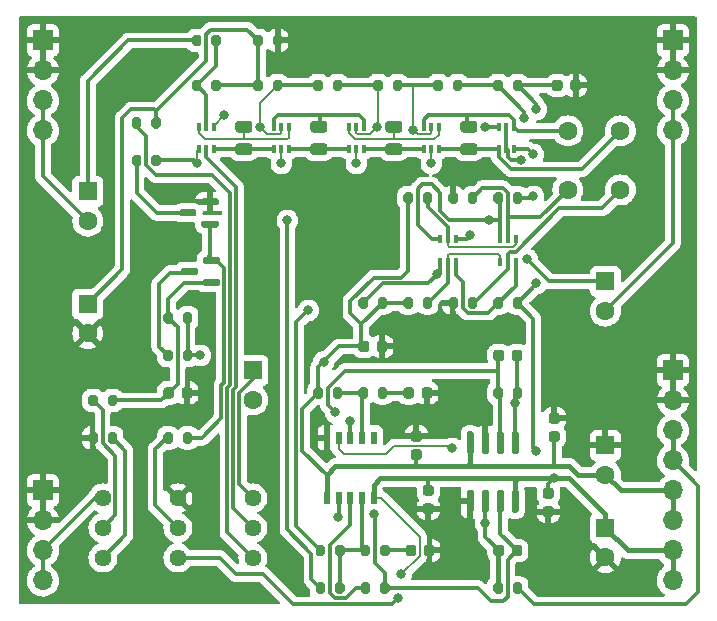
<source format=gtl>
G04 #@! TF.GenerationSoftware,KiCad,Pcbnew,6.0.5+dfsg-1~bpo11+1*
G04 #@! TF.CreationDate,2022-08-15T22:36:42+00:00*
G04 #@! TF.ProjectId,minimoog_LPF,6d696e69-6d6f-46f6-975f-4c50462e6b69,0.1*
G04 #@! TF.SameCoordinates,Original*
G04 #@! TF.FileFunction,Copper,L1,Top*
G04 #@! TF.FilePolarity,Positive*
%FSLAX46Y46*%
G04 Gerber Fmt 4.6, Leading zero omitted, Abs format (unit mm)*
G04 Created by KiCad (PCBNEW 6.0.5+dfsg-1~bpo11+1) date 2022-08-15 22:36:42*
%MOMM*%
%LPD*%
G01*
G04 APERTURE LIST*
G04 #@! TA.AperFunction,ComponentPad*
%ADD10R,1.600000X1.600000*%
G04 #@! TD*
G04 #@! TA.AperFunction,ComponentPad*
%ADD11C,1.600000*%
G04 #@! TD*
G04 #@! TA.AperFunction,SMDPad,CuDef*
%ADD12R,0.400000X0.650000*%
G04 #@! TD*
G04 #@! TA.AperFunction,ComponentPad*
%ADD13C,1.440000*%
G04 #@! TD*
G04 #@! TA.AperFunction,SMDPad,CuDef*
%ADD14R,0.510000X1.100000*%
G04 #@! TD*
G04 #@! TA.AperFunction,ComponentPad*
%ADD15R,1.700000X1.700000*%
G04 #@! TD*
G04 #@! TA.AperFunction,ComponentPad*
%ADD16O,1.700000X1.700000*%
G04 #@! TD*
G04 #@! TA.AperFunction,ViaPad*
%ADD17C,0.800000*%
G04 #@! TD*
G04 #@! TA.AperFunction,Conductor*
%ADD18C,0.300000*%
G04 #@! TD*
G04 #@! TA.AperFunction,Conductor*
%ADD19C,0.400000*%
G04 #@! TD*
G04 #@! TA.AperFunction,Conductor*
%ADD20C,0.200000*%
G04 #@! TD*
G04 APERTURE END LIST*
D10*
X140335000Y-104140000D03*
D11*
X140335000Y-106640000D03*
G04 #@! TA.AperFunction,SMDPad,CuDef*
G36*
G01*
X165612000Y-107741000D02*
X166112000Y-107741000D01*
G75*
G02*
X166337000Y-107966000I0J-225000D01*
G01*
X166337000Y-108416000D01*
G75*
G02*
X166112000Y-108641000I-225000J0D01*
G01*
X165612000Y-108641000D01*
G75*
G02*
X165387000Y-108416000I0J225000D01*
G01*
X165387000Y-107966000D01*
G75*
G02*
X165612000Y-107741000I225000J0D01*
G01*
G37*
G04 #@! TD.AperFunction*
G04 #@! TA.AperFunction,SMDPad,CuDef*
G36*
G01*
X165612000Y-109291000D02*
X166112000Y-109291000D01*
G75*
G02*
X166337000Y-109516000I0J-225000D01*
G01*
X166337000Y-109966000D01*
G75*
G02*
X166112000Y-110191000I-225000J0D01*
G01*
X165612000Y-110191000D01*
G75*
G02*
X165387000Y-109966000I0J225000D01*
G01*
X165387000Y-109516000D01*
G75*
G02*
X165612000Y-109291000I225000J0D01*
G01*
G37*
G04 #@! TD.AperFunction*
G04 #@! TA.AperFunction,SMDPad,CuDef*
G36*
G01*
X163150000Y-119130000D02*
X163150000Y-119630000D01*
G75*
G02*
X162925000Y-119855000I-225000J0D01*
G01*
X162475000Y-119855000D01*
G75*
G02*
X162250000Y-119630000I0J225000D01*
G01*
X162250000Y-119130000D01*
G75*
G02*
X162475000Y-118905000I225000J0D01*
G01*
X162925000Y-118905000D01*
G75*
G02*
X163150000Y-119130000I0J-225000D01*
G01*
G37*
G04 #@! TD.AperFunction*
G04 #@! TA.AperFunction,SMDPad,CuDef*
G36*
G01*
X161600000Y-119130000D02*
X161600000Y-119630000D01*
G75*
G02*
X161375000Y-119855000I-225000J0D01*
G01*
X160925000Y-119855000D01*
G75*
G02*
X160700000Y-119630000I0J225000D01*
G01*
X160700000Y-119130000D01*
G75*
G02*
X160925000Y-118905000I225000J0D01*
G01*
X161375000Y-118905000D01*
G75*
G02*
X161600000Y-119130000I0J-225000D01*
G01*
G37*
G04 #@! TD.AperFunction*
G04 #@! TA.AperFunction,SMDPad,CuDef*
G36*
G01*
X126410000Y-106955000D02*
X126410000Y-106405000D01*
G75*
G02*
X126610000Y-106205000I200000J0D01*
G01*
X127010000Y-106205000D01*
G75*
G02*
X127210000Y-106405000I0J-200000D01*
G01*
X127210000Y-106955000D01*
G75*
G02*
X127010000Y-107155000I-200000J0D01*
G01*
X126610000Y-107155000D01*
G75*
G02*
X126410000Y-106955000I0J200000D01*
G01*
G37*
G04 #@! TD.AperFunction*
G04 #@! TA.AperFunction,SMDPad,CuDef*
G36*
G01*
X128060000Y-106955000D02*
X128060000Y-106405000D01*
G75*
G02*
X128260000Y-106205000I200000J0D01*
G01*
X128660000Y-106205000D01*
G75*
G02*
X128860000Y-106405000I0J-200000D01*
G01*
X128860000Y-106955000D01*
G75*
G02*
X128660000Y-107155000I-200000J0D01*
G01*
X128260000Y-107155000D01*
G75*
G02*
X128060000Y-106955000I0J200000D01*
G01*
G37*
G04 #@! TD.AperFunction*
D12*
X157495000Y-93030000D03*
X156845000Y-93030000D03*
X156195000Y-93030000D03*
X156195000Y-94930000D03*
X156845000Y-94930000D03*
X157495000Y-94930000D03*
D10*
X170180000Y-96607621D03*
D11*
X170180000Y-99107621D03*
G04 #@! TA.AperFunction,SMDPad,CuDef*
G36*
G01*
X142830000Y-79735000D02*
X142830000Y-80285000D01*
G75*
G02*
X142630000Y-80485000I-200000J0D01*
G01*
X142230000Y-80485000D01*
G75*
G02*
X142030000Y-80285000I0J200000D01*
G01*
X142030000Y-79735000D01*
G75*
G02*
X142230000Y-79535000I200000J0D01*
G01*
X142630000Y-79535000D01*
G75*
G02*
X142830000Y-79735000I0J-200000D01*
G01*
G37*
G04 #@! TD.AperFunction*
G04 #@! TA.AperFunction,SMDPad,CuDef*
G36*
G01*
X141180000Y-79735000D02*
X141180000Y-80285000D01*
G75*
G02*
X140980000Y-80485000I-200000J0D01*
G01*
X140580000Y-80485000D01*
G75*
G02*
X140380000Y-80285000I0J200000D01*
G01*
X140380000Y-79735000D01*
G75*
G02*
X140580000Y-79535000I200000J0D01*
G01*
X140980000Y-79535000D01*
G75*
G02*
X141180000Y-79735000I0J-200000D01*
G01*
G37*
G04 #@! TD.AperFunction*
G04 #@! TA.AperFunction,SMDPad,CuDef*
G36*
G01*
X162410000Y-109295000D02*
X162710000Y-109295000D01*
G75*
G02*
X162860000Y-109445000I0J-150000D01*
G01*
X162860000Y-111095000D01*
G75*
G02*
X162710000Y-111245000I-150000J0D01*
G01*
X162410000Y-111245000D01*
G75*
G02*
X162260000Y-111095000I0J150000D01*
G01*
X162260000Y-109445000D01*
G75*
G02*
X162410000Y-109295000I150000J0D01*
G01*
G37*
G04 #@! TD.AperFunction*
G04 #@! TA.AperFunction,SMDPad,CuDef*
G36*
G01*
X161140000Y-109295000D02*
X161440000Y-109295000D01*
G75*
G02*
X161590000Y-109445000I0J-150000D01*
G01*
X161590000Y-111095000D01*
G75*
G02*
X161440000Y-111245000I-150000J0D01*
G01*
X161140000Y-111245000D01*
G75*
G02*
X160990000Y-111095000I0J150000D01*
G01*
X160990000Y-109445000D01*
G75*
G02*
X161140000Y-109295000I150000J0D01*
G01*
G37*
G04 #@! TD.AperFunction*
G04 #@! TA.AperFunction,SMDPad,CuDef*
G36*
G01*
X159870000Y-109295000D02*
X160170000Y-109295000D01*
G75*
G02*
X160320000Y-109445000I0J-150000D01*
G01*
X160320000Y-111095000D01*
G75*
G02*
X160170000Y-111245000I-150000J0D01*
G01*
X159870000Y-111245000D01*
G75*
G02*
X159720000Y-111095000I0J150000D01*
G01*
X159720000Y-109445000D01*
G75*
G02*
X159870000Y-109295000I150000J0D01*
G01*
G37*
G04 #@! TD.AperFunction*
G04 #@! TA.AperFunction,SMDPad,CuDef*
G36*
G01*
X158600000Y-109295000D02*
X158900000Y-109295000D01*
G75*
G02*
X159050000Y-109445000I0J-150000D01*
G01*
X159050000Y-111095000D01*
G75*
G02*
X158900000Y-111245000I-150000J0D01*
G01*
X158600000Y-111245000D01*
G75*
G02*
X158450000Y-111095000I0J150000D01*
G01*
X158450000Y-109445000D01*
G75*
G02*
X158600000Y-109295000I150000J0D01*
G01*
G37*
G04 #@! TD.AperFunction*
G04 #@! TA.AperFunction,SMDPad,CuDef*
G36*
G01*
X158600000Y-114245000D02*
X158900000Y-114245000D01*
G75*
G02*
X159050000Y-114395000I0J-150000D01*
G01*
X159050000Y-116045000D01*
G75*
G02*
X158900000Y-116195000I-150000J0D01*
G01*
X158600000Y-116195000D01*
G75*
G02*
X158450000Y-116045000I0J150000D01*
G01*
X158450000Y-114395000D01*
G75*
G02*
X158600000Y-114245000I150000J0D01*
G01*
G37*
G04 #@! TD.AperFunction*
G04 #@! TA.AperFunction,SMDPad,CuDef*
G36*
G01*
X159870000Y-114245000D02*
X160170000Y-114245000D01*
G75*
G02*
X160320000Y-114395000I0J-150000D01*
G01*
X160320000Y-116045000D01*
G75*
G02*
X160170000Y-116195000I-150000J0D01*
G01*
X159870000Y-116195000D01*
G75*
G02*
X159720000Y-116045000I0J150000D01*
G01*
X159720000Y-114395000D01*
G75*
G02*
X159870000Y-114245000I150000J0D01*
G01*
G37*
G04 #@! TD.AperFunction*
G04 #@! TA.AperFunction,SMDPad,CuDef*
G36*
G01*
X161140000Y-114245000D02*
X161440000Y-114245000D01*
G75*
G02*
X161590000Y-114395000I0J-150000D01*
G01*
X161590000Y-116045000D01*
G75*
G02*
X161440000Y-116195000I-150000J0D01*
G01*
X161140000Y-116195000D01*
G75*
G02*
X160990000Y-116045000I0J150000D01*
G01*
X160990000Y-114395000D01*
G75*
G02*
X161140000Y-114245000I150000J0D01*
G01*
G37*
G04 #@! TD.AperFunction*
G04 #@! TA.AperFunction,SMDPad,CuDef*
G36*
G01*
X162410000Y-114245000D02*
X162710000Y-114245000D01*
G75*
G02*
X162860000Y-114395000I0J-150000D01*
G01*
X162860000Y-116045000D01*
G75*
G02*
X162710000Y-116195000I-150000J0D01*
G01*
X162410000Y-116195000D01*
G75*
G02*
X162260000Y-116045000I0J150000D01*
G01*
X162260000Y-114395000D01*
G75*
G02*
X162410000Y-114245000I150000J0D01*
G01*
G37*
G04 #@! TD.AperFunction*
D12*
X149748000Y-83505000D03*
X149098000Y-83505000D03*
X148448000Y-83505000D03*
X148448000Y-85405000D03*
X149098000Y-85405000D03*
X149748000Y-85405000D03*
D10*
X126365000Y-98512621D03*
D11*
X126365000Y-101012621D03*
G04 #@! TA.AperFunction,SMDPad,CuDef*
G36*
G01*
X165104000Y-114091000D02*
X165604000Y-114091000D01*
G75*
G02*
X165829000Y-114316000I0J-225000D01*
G01*
X165829000Y-114766000D01*
G75*
G02*
X165604000Y-114991000I-225000J0D01*
G01*
X165104000Y-114991000D01*
G75*
G02*
X164879000Y-114766000I0J225000D01*
G01*
X164879000Y-114316000D01*
G75*
G02*
X165104000Y-114091000I225000J0D01*
G01*
G37*
G04 #@! TD.AperFunction*
G04 #@! TA.AperFunction,SMDPad,CuDef*
G36*
G01*
X165104000Y-115641000D02*
X165604000Y-115641000D01*
G75*
G02*
X165829000Y-115866000I0J-225000D01*
G01*
X165829000Y-116316000D01*
G75*
G02*
X165604000Y-116541000I-225000J0D01*
G01*
X165104000Y-116541000D01*
G75*
G02*
X164879000Y-116316000I0J225000D01*
G01*
X164879000Y-115866000D01*
G75*
G02*
X165104000Y-115641000I225000J0D01*
G01*
G37*
G04 #@! TD.AperFunction*
G04 #@! TA.AperFunction,SMDPad,CuDef*
G36*
G01*
X159340000Y-89260000D02*
X159340000Y-89810000D01*
G75*
G02*
X159140000Y-90010000I-200000J0D01*
G01*
X158740000Y-90010000D01*
G75*
G02*
X158540000Y-89810000I0J200000D01*
G01*
X158540000Y-89260000D01*
G75*
G02*
X158740000Y-89060000I200000J0D01*
G01*
X159140000Y-89060000D01*
G75*
G02*
X159340000Y-89260000I0J-200000D01*
G01*
G37*
G04 #@! TD.AperFunction*
G04 #@! TA.AperFunction,SMDPad,CuDef*
G36*
G01*
X157690000Y-89260000D02*
X157690000Y-89810000D01*
G75*
G02*
X157490000Y-90010000I-200000J0D01*
G01*
X157090000Y-90010000D01*
G75*
G02*
X156890000Y-89810000I0J200000D01*
G01*
X156890000Y-89260000D01*
G75*
G02*
X157090000Y-89060000I200000J0D01*
G01*
X157490000Y-89060000D01*
G75*
G02*
X157690000Y-89260000I0J-200000D01*
G01*
G37*
G04 #@! TD.AperFunction*
D13*
X127635000Y-120015000D03*
X127635000Y-117475000D03*
X127635000Y-114935000D03*
G04 #@! TA.AperFunction,SMDPad,CuDef*
G36*
G01*
X132760000Y-103145000D02*
X132760000Y-102595000D01*
G75*
G02*
X132960000Y-102395000I200000J0D01*
G01*
X133360000Y-102395000D01*
G75*
G02*
X133560000Y-102595000I0J-200000D01*
G01*
X133560000Y-103145000D01*
G75*
G02*
X133360000Y-103345000I-200000J0D01*
G01*
X132960000Y-103345000D01*
G75*
G02*
X132760000Y-103145000I0J200000D01*
G01*
G37*
G04 #@! TD.AperFunction*
G04 #@! TA.AperFunction,SMDPad,CuDef*
G36*
G01*
X134410000Y-103145000D02*
X134410000Y-102595000D01*
G75*
G02*
X134610000Y-102395000I200000J0D01*
G01*
X135010000Y-102395000D01*
G75*
G02*
X135210000Y-102595000I0J-200000D01*
G01*
X135210000Y-103145000D01*
G75*
G02*
X135010000Y-103345000I-200000J0D01*
G01*
X134610000Y-103345000D01*
G75*
G02*
X134410000Y-103145000I0J200000D01*
G01*
G37*
G04 #@! TD.AperFunction*
G04 #@! TA.AperFunction,SMDPad,CuDef*
G36*
G01*
X153928000Y-109265000D02*
X154428000Y-109265000D01*
G75*
G02*
X154653000Y-109490000I0J-225000D01*
G01*
X154653000Y-109940000D01*
G75*
G02*
X154428000Y-110165000I-225000J0D01*
G01*
X153928000Y-110165000D01*
G75*
G02*
X153703000Y-109940000I0J225000D01*
G01*
X153703000Y-109490000D01*
G75*
G02*
X153928000Y-109265000I225000J0D01*
G01*
G37*
G04 #@! TD.AperFunction*
G04 #@! TA.AperFunction,SMDPad,CuDef*
G36*
G01*
X153928000Y-110815000D02*
X154428000Y-110815000D01*
G75*
G02*
X154653000Y-111040000I0J-225000D01*
G01*
X154653000Y-111490000D01*
G75*
G02*
X154428000Y-111715000I-225000J0D01*
G01*
X153928000Y-111715000D01*
G75*
G02*
X153703000Y-111490000I0J225000D01*
G01*
X153703000Y-111040000D01*
G75*
G02*
X153928000Y-110815000I225000J0D01*
G01*
G37*
G04 #@! TD.AperFunction*
G04 #@! TA.AperFunction,SMDPad,CuDef*
G36*
G01*
X159340000Y-98150000D02*
X159340000Y-98700000D01*
G75*
G02*
X159140000Y-98900000I-200000J0D01*
G01*
X158740000Y-98900000D01*
G75*
G02*
X158540000Y-98700000I0J200000D01*
G01*
X158540000Y-98150000D01*
G75*
G02*
X158740000Y-97950000I200000J0D01*
G01*
X159140000Y-97950000D01*
G75*
G02*
X159340000Y-98150000I0J-200000D01*
G01*
G37*
G04 #@! TD.AperFunction*
G04 #@! TA.AperFunction,SMDPad,CuDef*
G36*
G01*
X157690000Y-98150000D02*
X157690000Y-98700000D01*
G75*
G02*
X157490000Y-98900000I-200000J0D01*
G01*
X157090000Y-98900000D01*
G75*
G02*
X156890000Y-98700000I0J200000D01*
G01*
X156890000Y-98150000D01*
G75*
G02*
X157090000Y-97950000I200000J0D01*
G01*
X157490000Y-97950000D01*
G75*
G02*
X157690000Y-98150000I0J-200000D01*
G01*
G37*
G04 #@! TD.AperFunction*
D11*
X171450000Y-83860000D03*
X171450000Y-88860000D03*
D10*
X126365000Y-88987621D03*
D11*
X126365000Y-91487621D03*
G04 #@! TA.AperFunction,SMDPad,CuDef*
G36*
G01*
X153080000Y-106295000D02*
X153080000Y-105795000D01*
G75*
G02*
X153305000Y-105570000I225000J0D01*
G01*
X153755000Y-105570000D01*
G75*
G02*
X153980000Y-105795000I0J-225000D01*
G01*
X153980000Y-106295000D01*
G75*
G02*
X153755000Y-106520000I-225000J0D01*
G01*
X153305000Y-106520000D01*
G75*
G02*
X153080000Y-106295000I0J225000D01*
G01*
G37*
G04 #@! TD.AperFunction*
G04 #@! TA.AperFunction,SMDPad,CuDef*
G36*
G01*
X154630000Y-106295000D02*
X154630000Y-105795000D01*
G75*
G02*
X154855000Y-105570000I225000J0D01*
G01*
X155305000Y-105570000D01*
G75*
G02*
X155530000Y-105795000I0J-225000D01*
G01*
X155530000Y-106295000D01*
G75*
G02*
X155305000Y-106520000I-225000J0D01*
G01*
X154855000Y-106520000D01*
G75*
G02*
X154630000Y-106295000I0J225000D01*
G01*
G37*
G04 #@! TD.AperFunction*
G04 #@! TA.AperFunction,SMDPad,CuDef*
G36*
G01*
X163150000Y-98150000D02*
X163150000Y-98700000D01*
G75*
G02*
X162950000Y-98900000I-200000J0D01*
G01*
X162550000Y-98900000D01*
G75*
G02*
X162350000Y-98700000I0J200000D01*
G01*
X162350000Y-98150000D01*
G75*
G02*
X162550000Y-97950000I200000J0D01*
G01*
X162950000Y-97950000D01*
G75*
G02*
X163150000Y-98150000I0J-200000D01*
G01*
G37*
G04 #@! TD.AperFunction*
G04 #@! TA.AperFunction,SMDPad,CuDef*
G36*
G01*
X161500000Y-98150000D02*
X161500000Y-98700000D01*
G75*
G02*
X161300000Y-98900000I-200000J0D01*
G01*
X160900000Y-98900000D01*
G75*
G02*
X160700000Y-98700000I0J200000D01*
G01*
X160700000Y-98150000D01*
G75*
G02*
X160900000Y-97950000I200000J0D01*
G01*
X161300000Y-97950000D01*
G75*
G02*
X161500000Y-98150000I0J-200000D01*
G01*
G37*
G04 #@! TD.AperFunction*
D12*
X143398000Y-83505000D03*
X142748000Y-83505000D03*
X142098000Y-83505000D03*
X142098000Y-85405000D03*
X142748000Y-85405000D03*
X143398000Y-85405000D03*
G04 #@! TA.AperFunction,SMDPad,CuDef*
G36*
G01*
X163150000Y-89260000D02*
X163150000Y-89810000D01*
G75*
G02*
X162950000Y-90010000I-200000J0D01*
G01*
X162550000Y-90010000D01*
G75*
G02*
X162350000Y-89810000I0J200000D01*
G01*
X162350000Y-89260000D01*
G75*
G02*
X162550000Y-89060000I200000J0D01*
G01*
X162950000Y-89060000D01*
G75*
G02*
X163150000Y-89260000I0J-200000D01*
G01*
G37*
G04 #@! TD.AperFunction*
G04 #@! TA.AperFunction,SMDPad,CuDef*
G36*
G01*
X161500000Y-89260000D02*
X161500000Y-89810000D01*
G75*
G02*
X161300000Y-90010000I-200000J0D01*
G01*
X160900000Y-90010000D01*
G75*
G02*
X160700000Y-89810000I0J200000D01*
G01*
X160700000Y-89260000D01*
G75*
G02*
X160900000Y-89060000I200000J0D01*
G01*
X161300000Y-89060000D01*
G75*
G02*
X161500000Y-89260000I0J-200000D01*
G01*
G37*
G04 #@! TD.AperFunction*
G04 #@! TA.AperFunction,SMDPad,CuDef*
G36*
G01*
X158148000Y-83005000D02*
X159098000Y-83005000D01*
G75*
G02*
X159348000Y-83255000I0J-250000D01*
G01*
X159348000Y-83755000D01*
G75*
G02*
X159098000Y-84005000I-250000J0D01*
G01*
X158148000Y-84005000D01*
G75*
G02*
X157898000Y-83755000I0J250000D01*
G01*
X157898000Y-83255000D01*
G75*
G02*
X158148000Y-83005000I250000J0D01*
G01*
G37*
G04 #@! TD.AperFunction*
G04 #@! TA.AperFunction,SMDPad,CuDef*
G36*
G01*
X158148000Y-84905000D02*
X159098000Y-84905000D01*
G75*
G02*
X159348000Y-85155000I0J-250000D01*
G01*
X159348000Y-85655000D01*
G75*
G02*
X159098000Y-85905000I-250000J0D01*
G01*
X158148000Y-85905000D01*
G75*
G02*
X157898000Y-85655000I0J250000D01*
G01*
X157898000Y-85155000D01*
G75*
G02*
X158148000Y-84905000I250000J0D01*
G01*
G37*
G04 #@! TD.AperFunction*
G04 #@! TA.AperFunction,SMDPad,CuDef*
G36*
G01*
X160700000Y-122830000D02*
X160700000Y-122280000D01*
G75*
G02*
X160900000Y-122080000I200000J0D01*
G01*
X161300000Y-122080000D01*
G75*
G02*
X161500000Y-122280000I0J-200000D01*
G01*
X161500000Y-122830000D01*
G75*
G02*
X161300000Y-123030000I-200000J0D01*
G01*
X160900000Y-123030000D01*
G75*
G02*
X160700000Y-122830000I0J200000D01*
G01*
G37*
G04 #@! TD.AperFunction*
G04 #@! TA.AperFunction,SMDPad,CuDef*
G36*
G01*
X162350000Y-122830000D02*
X162350000Y-122280000D01*
G75*
G02*
X162550000Y-122080000I200000J0D01*
G01*
X162950000Y-122080000D01*
G75*
G02*
X163150000Y-122280000I0J-200000D01*
G01*
X163150000Y-122830000D01*
G75*
G02*
X162950000Y-123030000I-200000J0D01*
G01*
X162550000Y-123030000D01*
G75*
G02*
X162350000Y-122830000I0J200000D01*
G01*
G37*
G04 #@! TD.AperFunction*
G04 #@! TA.AperFunction,SMDPad,CuDef*
G36*
G01*
X135173000Y-80285000D02*
X135173000Y-79735000D01*
G75*
G02*
X135373000Y-79535000I200000J0D01*
G01*
X135773000Y-79535000D01*
G75*
G02*
X135973000Y-79735000I0J-200000D01*
G01*
X135973000Y-80285000D01*
G75*
G02*
X135773000Y-80485000I-200000J0D01*
G01*
X135373000Y-80485000D01*
G75*
G02*
X135173000Y-80285000I0J200000D01*
G01*
G37*
G04 #@! TD.AperFunction*
G04 #@! TA.AperFunction,SMDPad,CuDef*
G36*
G01*
X136823000Y-80285000D02*
X136823000Y-79735000D01*
G75*
G02*
X137023000Y-79535000I200000J0D01*
G01*
X137423000Y-79535000D01*
G75*
G02*
X137623000Y-79735000I0J-200000D01*
G01*
X137623000Y-80285000D01*
G75*
G02*
X137423000Y-80485000I-200000J0D01*
G01*
X137023000Y-80485000D01*
G75*
G02*
X136823000Y-80285000I0J200000D01*
G01*
G37*
G04 #@! TD.AperFunction*
G04 #@! TA.AperFunction,SMDPad,CuDef*
G36*
G01*
X137565000Y-96558000D02*
X137565000Y-96858000D01*
G75*
G02*
X137415000Y-97008000I-150000J0D01*
G01*
X136240000Y-97008000D01*
G75*
G02*
X136090000Y-96858000I0J150000D01*
G01*
X136090000Y-96558000D01*
G75*
G02*
X136240000Y-96408000I150000J0D01*
G01*
X137415000Y-96408000D01*
G75*
G02*
X137565000Y-96558000I0J-150000D01*
G01*
G37*
G04 #@! TD.AperFunction*
G04 #@! TA.AperFunction,SMDPad,CuDef*
G36*
G01*
X137565000Y-94658000D02*
X137565000Y-94958000D01*
G75*
G02*
X137415000Y-95108000I-150000J0D01*
G01*
X136240000Y-95108000D01*
G75*
G02*
X136090000Y-94958000I0J150000D01*
G01*
X136090000Y-94658000D01*
G75*
G02*
X136240000Y-94508000I150000J0D01*
G01*
X137415000Y-94508000D01*
G75*
G02*
X137565000Y-94658000I0J-150000D01*
G01*
G37*
G04 #@! TD.AperFunction*
G04 #@! TA.AperFunction,SMDPad,CuDef*
G36*
G01*
X135690000Y-95608000D02*
X135690000Y-95908000D01*
G75*
G02*
X135540000Y-96058000I-150000J0D01*
G01*
X134365000Y-96058000D01*
G75*
G02*
X134215000Y-95908000I0J150000D01*
G01*
X134215000Y-95608000D01*
G75*
G02*
X134365000Y-95458000I150000J0D01*
G01*
X135540000Y-95458000D01*
G75*
G02*
X135690000Y-95608000I0J-150000D01*
G01*
G37*
G04 #@! TD.AperFunction*
G04 #@! TA.AperFunction,SMDPad,CuDef*
G36*
G01*
X147910000Y-105770000D02*
X147910000Y-106320000D01*
G75*
G02*
X147710000Y-106520000I-200000J0D01*
G01*
X147310000Y-106520000D01*
G75*
G02*
X147110000Y-106320000I0J200000D01*
G01*
X147110000Y-105770000D01*
G75*
G02*
X147310000Y-105570000I200000J0D01*
G01*
X147710000Y-105570000D01*
G75*
G02*
X147910000Y-105770000I0J-200000D01*
G01*
G37*
G04 #@! TD.AperFunction*
G04 #@! TA.AperFunction,SMDPad,CuDef*
G36*
G01*
X146260000Y-105770000D02*
X146260000Y-106320000D01*
G75*
G02*
X146060000Y-106520000I-200000J0D01*
G01*
X145660000Y-106520000D01*
G75*
G02*
X145460000Y-106320000I0J200000D01*
G01*
X145460000Y-105770000D01*
G75*
G02*
X145660000Y-105570000I200000J0D01*
G01*
X146060000Y-105570000D01*
G75*
G02*
X146260000Y-105770000I0J-200000D01*
G01*
G37*
G04 #@! TD.AperFunction*
G04 #@! TA.AperFunction,SMDPad,CuDef*
G36*
G01*
X154944000Y-113850000D02*
X155444000Y-113850000D01*
G75*
G02*
X155669000Y-114075000I0J-225000D01*
G01*
X155669000Y-114525000D01*
G75*
G02*
X155444000Y-114750000I-225000J0D01*
G01*
X154944000Y-114750000D01*
G75*
G02*
X154719000Y-114525000I0J225000D01*
G01*
X154719000Y-114075000D01*
G75*
G02*
X154944000Y-113850000I225000J0D01*
G01*
G37*
G04 #@! TD.AperFunction*
G04 #@! TA.AperFunction,SMDPad,CuDef*
G36*
G01*
X154944000Y-115400000D02*
X155444000Y-115400000D01*
G75*
G02*
X155669000Y-115625000I0J-225000D01*
G01*
X155669000Y-116075000D01*
G75*
G02*
X155444000Y-116300000I-225000J0D01*
G01*
X154944000Y-116300000D01*
G75*
G02*
X154719000Y-116075000I0J225000D01*
G01*
X154719000Y-115625000D01*
G75*
G02*
X154944000Y-115400000I225000J0D01*
G01*
G37*
G04 #@! TD.AperFunction*
D10*
X170180000Y-117475000D03*
D11*
X170180000Y-119975000D03*
D10*
X170180000Y-110490000D03*
D11*
X170180000Y-112990000D03*
G04 #@! TA.AperFunction,SMDPad,CuDef*
G36*
G01*
X128860000Y-109580000D02*
X128860000Y-110130000D01*
G75*
G02*
X128660000Y-110330000I-200000J0D01*
G01*
X128260000Y-110330000D01*
G75*
G02*
X128060000Y-110130000I0J200000D01*
G01*
X128060000Y-109580000D01*
G75*
G02*
X128260000Y-109380000I200000J0D01*
G01*
X128660000Y-109380000D01*
G75*
G02*
X128860000Y-109580000I0J-200000D01*
G01*
G37*
G04 #@! TD.AperFunction*
G04 #@! TA.AperFunction,SMDPad,CuDef*
G36*
G01*
X127210000Y-109580000D02*
X127210000Y-110130000D01*
G75*
G02*
X127010000Y-110330000I-200000J0D01*
G01*
X126610000Y-110330000D01*
G75*
G02*
X126410000Y-110130000I0J200000D01*
G01*
X126410000Y-109580000D01*
G75*
G02*
X126610000Y-109380000I200000J0D01*
G01*
X127010000Y-109380000D01*
G75*
G02*
X127210000Y-109580000I0J-200000D01*
G01*
G37*
G04 #@! TD.AperFunction*
D12*
X162448000Y-83505000D03*
X161798000Y-83505000D03*
X161148000Y-83505000D03*
X161148000Y-85405000D03*
X161798000Y-85405000D03*
X162448000Y-85405000D03*
G04 #@! TA.AperFunction,SMDPad,CuDef*
G36*
G01*
X149270000Y-98700000D02*
X149270000Y-98150000D01*
G75*
G02*
X149470000Y-97950000I200000J0D01*
G01*
X149870000Y-97950000D01*
G75*
G02*
X150070000Y-98150000I0J-200000D01*
G01*
X150070000Y-98700000D01*
G75*
G02*
X149870000Y-98900000I-200000J0D01*
G01*
X149470000Y-98900000D01*
G75*
G02*
X149270000Y-98700000I0J200000D01*
G01*
G37*
G04 #@! TD.AperFunction*
G04 #@! TA.AperFunction,SMDPad,CuDef*
G36*
G01*
X150920000Y-98700000D02*
X150920000Y-98150000D01*
G75*
G02*
X151120000Y-97950000I200000J0D01*
G01*
X151520000Y-97950000D01*
G75*
G02*
X151720000Y-98150000I0J-200000D01*
G01*
X151720000Y-98700000D01*
G75*
G02*
X151520000Y-98900000I-200000J0D01*
G01*
X151120000Y-98900000D01*
G75*
G02*
X150920000Y-98700000I0J200000D01*
G01*
G37*
G04 #@! TD.AperFunction*
G04 #@! TA.AperFunction,SMDPad,CuDef*
G36*
G01*
X140380000Y-76475000D02*
X140380000Y-75925000D01*
G75*
G02*
X140580000Y-75725000I200000J0D01*
G01*
X140980000Y-75725000D01*
G75*
G02*
X141180000Y-75925000I0J-200000D01*
G01*
X141180000Y-76475000D01*
G75*
G02*
X140980000Y-76675000I-200000J0D01*
G01*
X140580000Y-76675000D01*
G75*
G02*
X140380000Y-76475000I0J200000D01*
G01*
G37*
G04 #@! TD.AperFunction*
G04 #@! TA.AperFunction,SMDPad,CuDef*
G36*
G01*
X142030000Y-76475000D02*
X142030000Y-75925000D01*
G75*
G02*
X142230000Y-75725000I200000J0D01*
G01*
X142630000Y-75725000D01*
G75*
G02*
X142830000Y-75925000I0J-200000D01*
G01*
X142830000Y-76475000D01*
G75*
G02*
X142630000Y-76675000I-200000J0D01*
G01*
X142230000Y-76675000D01*
G75*
G02*
X142030000Y-76475000I0J200000D01*
G01*
G37*
G04 #@! TD.AperFunction*
D13*
X133985000Y-120015000D03*
X133985000Y-117475000D03*
X133985000Y-114935000D03*
G04 #@! TA.AperFunction,SMDPad,CuDef*
G36*
G01*
X152748000Y-85905000D02*
X151798000Y-85905000D01*
G75*
G02*
X151548000Y-85655000I0J250000D01*
G01*
X151548000Y-85155000D01*
G75*
G02*
X151798000Y-84905000I250000J0D01*
G01*
X152748000Y-84905000D01*
G75*
G02*
X152998000Y-85155000I0J-250000D01*
G01*
X152998000Y-85655000D01*
G75*
G02*
X152748000Y-85905000I-250000J0D01*
G01*
G37*
G04 #@! TD.AperFunction*
G04 #@! TA.AperFunction,SMDPad,CuDef*
G36*
G01*
X152748000Y-84005000D02*
X151798000Y-84005000D01*
G75*
G02*
X151548000Y-83755000I0J250000D01*
G01*
X151548000Y-83255000D01*
G75*
G02*
X151798000Y-83005000I250000J0D01*
G01*
X152748000Y-83005000D01*
G75*
G02*
X152998000Y-83255000I0J-250000D01*
G01*
X152998000Y-83755000D01*
G75*
G02*
X152748000Y-84005000I-250000J0D01*
G01*
G37*
G04 #@! TD.AperFunction*
G04 #@! TA.AperFunction,SMDPad,CuDef*
G36*
G01*
X137438000Y-91605000D02*
X137438000Y-91905000D01*
G75*
G02*
X137288000Y-92055000I-150000J0D01*
G01*
X136113000Y-92055000D01*
G75*
G02*
X135963000Y-91905000I0J150000D01*
G01*
X135963000Y-91605000D01*
G75*
G02*
X136113000Y-91455000I150000J0D01*
G01*
X137288000Y-91455000D01*
G75*
G02*
X137438000Y-91605000I0J-150000D01*
G01*
G37*
G04 #@! TD.AperFunction*
G04 #@! TA.AperFunction,SMDPad,CuDef*
G36*
G01*
X137438000Y-89705000D02*
X137438000Y-90005000D01*
G75*
G02*
X137288000Y-90155000I-150000J0D01*
G01*
X136113000Y-90155000D01*
G75*
G02*
X135963000Y-90005000I0J150000D01*
G01*
X135963000Y-89705000D01*
G75*
G02*
X136113000Y-89555000I150000J0D01*
G01*
X137288000Y-89555000D01*
G75*
G02*
X137438000Y-89705000I0J-150000D01*
G01*
G37*
G04 #@! TD.AperFunction*
G04 #@! TA.AperFunction,SMDPad,CuDef*
G36*
G01*
X135563000Y-90655000D02*
X135563000Y-90955000D01*
G75*
G02*
X135413000Y-91105000I-150000J0D01*
G01*
X134238000Y-91105000D01*
G75*
G02*
X134088000Y-90955000I0J150000D01*
G01*
X134088000Y-90655000D01*
G75*
G02*
X134238000Y-90505000I150000J0D01*
G01*
X135413000Y-90505000D01*
G75*
G02*
X135563000Y-90655000I0J-150000D01*
G01*
G37*
G04 #@! TD.AperFunction*
G04 #@! TA.AperFunction,SMDPad,CuDef*
G36*
G01*
X148095000Y-122280000D02*
X148095000Y-122830000D01*
G75*
G02*
X147895000Y-123030000I-200000J0D01*
G01*
X147495000Y-123030000D01*
G75*
G02*
X147295000Y-122830000I0J200000D01*
G01*
X147295000Y-122280000D01*
G75*
G02*
X147495000Y-122080000I200000J0D01*
G01*
X147895000Y-122080000D01*
G75*
G02*
X148095000Y-122280000I0J-200000D01*
G01*
G37*
G04 #@! TD.AperFunction*
G04 #@! TA.AperFunction,SMDPad,CuDef*
G36*
G01*
X146445000Y-122280000D02*
X146445000Y-122830000D01*
G75*
G02*
X146245000Y-123030000I-200000J0D01*
G01*
X145845000Y-123030000D01*
G75*
G02*
X145645000Y-122830000I0J200000D01*
G01*
X145645000Y-122280000D01*
G75*
G02*
X145845000Y-122080000I200000J0D01*
G01*
X146245000Y-122080000D01*
G75*
G02*
X146445000Y-122280000I0J-200000D01*
G01*
G37*
G04 #@! TD.AperFunction*
G04 #@! TA.AperFunction,SMDPad,CuDef*
G36*
G01*
X149455000Y-119655000D02*
X149455000Y-119105000D01*
G75*
G02*
X149655000Y-118905000I200000J0D01*
G01*
X150055000Y-118905000D01*
G75*
G02*
X150255000Y-119105000I0J-200000D01*
G01*
X150255000Y-119655000D01*
G75*
G02*
X150055000Y-119855000I-200000J0D01*
G01*
X149655000Y-119855000D01*
G75*
G02*
X149455000Y-119655000I0J200000D01*
G01*
G37*
G04 #@! TD.AperFunction*
G04 #@! TA.AperFunction,SMDPad,CuDef*
G36*
G01*
X151105000Y-119655000D02*
X151105000Y-119105000D01*
G75*
G02*
X151305000Y-118905000I200000J0D01*
G01*
X151705000Y-118905000D01*
G75*
G02*
X151905000Y-119105000I0J-200000D01*
G01*
X151905000Y-119655000D01*
G75*
G02*
X151705000Y-119855000I-200000J0D01*
G01*
X151305000Y-119855000D01*
G75*
G02*
X151105000Y-119655000I0J200000D01*
G01*
G37*
G04 #@! TD.AperFunction*
G04 #@! TA.AperFunction,SMDPad,CuDef*
G36*
G01*
X148095000Y-119105000D02*
X148095000Y-119655000D01*
G75*
G02*
X147895000Y-119855000I-200000J0D01*
G01*
X147495000Y-119855000D01*
G75*
G02*
X147295000Y-119655000I0J200000D01*
G01*
X147295000Y-119105000D01*
G75*
G02*
X147495000Y-118905000I200000J0D01*
G01*
X147895000Y-118905000D01*
G75*
G02*
X148095000Y-119105000I0J-200000D01*
G01*
G37*
G04 #@! TD.AperFunction*
G04 #@! TA.AperFunction,SMDPad,CuDef*
G36*
G01*
X146445000Y-119105000D02*
X146445000Y-119655000D01*
G75*
G02*
X146245000Y-119855000I-200000J0D01*
G01*
X145845000Y-119855000D01*
G75*
G02*
X145645000Y-119655000I0J200000D01*
G01*
X145645000Y-119105000D01*
G75*
G02*
X145845000Y-118905000I200000J0D01*
G01*
X146245000Y-118905000D01*
G75*
G02*
X146445000Y-119105000I0J-200000D01*
G01*
G37*
G04 #@! TD.AperFunction*
G04 #@! TA.AperFunction,SMDPad,CuDef*
G36*
G01*
X163150000Y-105770000D02*
X163150000Y-106320000D01*
G75*
G02*
X162950000Y-106520000I-200000J0D01*
G01*
X162550000Y-106520000D01*
G75*
G02*
X162350000Y-106320000I0J200000D01*
G01*
X162350000Y-105770000D01*
G75*
G02*
X162550000Y-105570000I200000J0D01*
G01*
X162950000Y-105570000D01*
G75*
G02*
X163150000Y-105770000I0J-200000D01*
G01*
G37*
G04 #@! TD.AperFunction*
G04 #@! TA.AperFunction,SMDPad,CuDef*
G36*
G01*
X161500000Y-105770000D02*
X161500000Y-106320000D01*
G75*
G02*
X161300000Y-106520000I-200000J0D01*
G01*
X160900000Y-106520000D01*
G75*
G02*
X160700000Y-106320000I0J200000D01*
G01*
X160700000Y-105770000D01*
G75*
G02*
X160900000Y-105570000I200000J0D01*
G01*
X161300000Y-105570000D01*
G75*
G02*
X161500000Y-105770000I0J-200000D01*
G01*
G37*
G04 #@! TD.AperFunction*
X140335000Y-120015000D03*
X140335000Y-117475000D03*
X140335000Y-114935000D03*
G04 #@! TA.AperFunction,SMDPad,CuDef*
G36*
G01*
X130093000Y-83460000D02*
X130093000Y-82910000D01*
G75*
G02*
X130293000Y-82710000I200000J0D01*
G01*
X130693000Y-82710000D01*
G75*
G02*
X130893000Y-82910000I0J-200000D01*
G01*
X130893000Y-83460000D01*
G75*
G02*
X130693000Y-83660000I-200000J0D01*
G01*
X130293000Y-83660000D01*
G75*
G02*
X130093000Y-83460000I0J200000D01*
G01*
G37*
G04 #@! TD.AperFunction*
G04 #@! TA.AperFunction,SMDPad,CuDef*
G36*
G01*
X131743000Y-83460000D02*
X131743000Y-82910000D01*
G75*
G02*
X131943000Y-82710000I200000J0D01*
G01*
X132343000Y-82710000D01*
G75*
G02*
X132543000Y-82910000I0J-200000D01*
G01*
X132543000Y-83460000D01*
G75*
G02*
X132343000Y-83660000I-200000J0D01*
G01*
X131943000Y-83660000D01*
G75*
G02*
X131743000Y-83460000I0J200000D01*
G01*
G37*
G04 #@! TD.AperFunction*
G04 #@! TA.AperFunction,SMDPad,CuDef*
G36*
G01*
X155530000Y-98150000D02*
X155530000Y-98700000D01*
G75*
G02*
X155330000Y-98900000I-200000J0D01*
G01*
X154930000Y-98900000D01*
G75*
G02*
X154730000Y-98700000I0J200000D01*
G01*
X154730000Y-98150000D01*
G75*
G02*
X154930000Y-97950000I200000J0D01*
G01*
X155330000Y-97950000D01*
G75*
G02*
X155530000Y-98150000I0J-200000D01*
G01*
G37*
G04 #@! TD.AperFunction*
G04 #@! TA.AperFunction,SMDPad,CuDef*
G36*
G01*
X153880000Y-98150000D02*
X153880000Y-98700000D01*
G75*
G02*
X153680000Y-98900000I-200000J0D01*
G01*
X153280000Y-98900000D01*
G75*
G02*
X153080000Y-98700000I0J200000D01*
G01*
X153080000Y-98150000D01*
G75*
G02*
X153280000Y-97950000I200000J0D01*
G01*
X153680000Y-97950000D01*
G75*
G02*
X153880000Y-98150000I0J-200000D01*
G01*
G37*
G04 #@! TD.AperFunction*
D12*
X137048000Y-83505000D03*
X136398000Y-83505000D03*
X135748000Y-83505000D03*
X135748000Y-85405000D03*
X136398000Y-85405000D03*
X137048000Y-85405000D03*
G04 #@! TA.AperFunction,SMDPad,CuDef*
G36*
G01*
X152990000Y-79735000D02*
X152990000Y-80285000D01*
G75*
G02*
X152790000Y-80485000I-200000J0D01*
G01*
X152390000Y-80485000D01*
G75*
G02*
X152190000Y-80285000I0J200000D01*
G01*
X152190000Y-79735000D01*
G75*
G02*
X152390000Y-79535000I200000J0D01*
G01*
X152790000Y-79535000D01*
G75*
G02*
X152990000Y-79735000I0J-200000D01*
G01*
G37*
G04 #@! TD.AperFunction*
G04 #@! TA.AperFunction,SMDPad,CuDef*
G36*
G01*
X151340000Y-79735000D02*
X151340000Y-80285000D01*
G75*
G02*
X151140000Y-80485000I-200000J0D01*
G01*
X150740000Y-80485000D01*
G75*
G02*
X150540000Y-80285000I0J200000D01*
G01*
X150540000Y-79735000D01*
G75*
G02*
X150740000Y-79535000I200000J0D01*
G01*
X151140000Y-79535000D01*
G75*
G02*
X151340000Y-79735000I0J-200000D01*
G01*
G37*
G04 #@! TD.AperFunction*
G04 #@! TA.AperFunction,SMDPad,CuDef*
G36*
G01*
X155530000Y-89260000D02*
X155530000Y-89810000D01*
G75*
G02*
X155330000Y-90010000I-200000J0D01*
G01*
X154930000Y-90010000D01*
G75*
G02*
X154730000Y-89810000I0J200000D01*
G01*
X154730000Y-89260000D01*
G75*
G02*
X154930000Y-89060000I200000J0D01*
G01*
X155330000Y-89060000D01*
G75*
G02*
X155530000Y-89260000I0J-200000D01*
G01*
G37*
G04 #@! TD.AperFunction*
G04 #@! TA.AperFunction,SMDPad,CuDef*
G36*
G01*
X153880000Y-89260000D02*
X153880000Y-89810000D01*
G75*
G02*
X153680000Y-90010000I-200000J0D01*
G01*
X153280000Y-90010000D01*
G75*
G02*
X153080000Y-89810000I0J200000D01*
G01*
X153080000Y-89260000D01*
G75*
G02*
X153280000Y-89060000I200000J0D01*
G01*
X153680000Y-89060000D01*
G75*
G02*
X153880000Y-89260000I0J-200000D01*
G01*
G37*
G04 #@! TD.AperFunction*
D14*
X150590000Y-109845000D03*
X149590000Y-109845000D03*
X148590000Y-109845000D03*
X147590000Y-109845000D03*
X146590000Y-109845000D03*
X146590000Y-114945000D03*
X147590000Y-114945000D03*
X148590000Y-114945000D03*
X149590000Y-114945000D03*
X150590000Y-114945000D03*
G04 #@! TA.AperFunction,SMDPad,CuDef*
G36*
G01*
X135210000Y-105795000D02*
X135210000Y-106295000D01*
G75*
G02*
X134985000Y-106520000I-225000J0D01*
G01*
X134535000Y-106520000D01*
G75*
G02*
X134310000Y-106295000I0J225000D01*
G01*
X134310000Y-105795000D01*
G75*
G02*
X134535000Y-105570000I225000J0D01*
G01*
X134985000Y-105570000D01*
G75*
G02*
X135210000Y-105795000I0J-225000D01*
G01*
G37*
G04 #@! TD.AperFunction*
G04 #@! TA.AperFunction,SMDPad,CuDef*
G36*
G01*
X133660000Y-105795000D02*
X133660000Y-106295000D01*
G75*
G02*
X133435000Y-106520000I-225000J0D01*
G01*
X132985000Y-106520000D01*
G75*
G02*
X132760000Y-106295000I0J225000D01*
G01*
X132760000Y-105795000D01*
G75*
G02*
X132985000Y-105570000I225000J0D01*
G01*
X133435000Y-105570000D01*
G75*
G02*
X133660000Y-105795000I0J-225000D01*
G01*
G37*
G04 #@! TD.AperFunction*
D11*
X167005000Y-83860000D03*
X167005000Y-88860000D03*
G04 #@! TA.AperFunction,SMDPad,CuDef*
G36*
G01*
X163150000Y-79735000D02*
X163150000Y-80285000D01*
G75*
G02*
X162950000Y-80485000I-200000J0D01*
G01*
X162550000Y-80485000D01*
G75*
G02*
X162350000Y-80285000I0J200000D01*
G01*
X162350000Y-79735000D01*
G75*
G02*
X162550000Y-79535000I200000J0D01*
G01*
X162950000Y-79535000D01*
G75*
G02*
X163150000Y-79735000I0J-200000D01*
G01*
G37*
G04 #@! TD.AperFunction*
G04 #@! TA.AperFunction,SMDPad,CuDef*
G36*
G01*
X161500000Y-79735000D02*
X161500000Y-80285000D01*
G75*
G02*
X161300000Y-80485000I-200000J0D01*
G01*
X160900000Y-80485000D01*
G75*
G02*
X160700000Y-80285000I0J200000D01*
G01*
X160700000Y-79735000D01*
G75*
G02*
X160900000Y-79535000I200000J0D01*
G01*
X161300000Y-79535000D01*
G75*
G02*
X161500000Y-79735000I0J-200000D01*
G01*
G37*
G04 #@! TD.AperFunction*
G04 #@! TA.AperFunction,SMDPad,CuDef*
G36*
G01*
X132760000Y-99970000D02*
X132760000Y-99420000D01*
G75*
G02*
X132960000Y-99220000I200000J0D01*
G01*
X133360000Y-99220000D01*
G75*
G02*
X133560000Y-99420000I0J-200000D01*
G01*
X133560000Y-99970000D01*
G75*
G02*
X133360000Y-100170000I-200000J0D01*
G01*
X132960000Y-100170000D01*
G75*
G02*
X132760000Y-99970000I0J200000D01*
G01*
G37*
G04 #@! TD.AperFunction*
G04 #@! TA.AperFunction,SMDPad,CuDef*
G36*
G01*
X134410000Y-99970000D02*
X134410000Y-99420000D01*
G75*
G02*
X134610000Y-99220000I200000J0D01*
G01*
X135010000Y-99220000D01*
G75*
G02*
X135210000Y-99420000I0J-200000D01*
G01*
X135210000Y-99970000D01*
G75*
G02*
X135010000Y-100170000I-200000J0D01*
G01*
X134610000Y-100170000D01*
G75*
G02*
X134410000Y-99970000I0J200000D01*
G01*
G37*
G04 #@! TD.AperFunction*
G04 #@! TA.AperFunction,SMDPad,CuDef*
G36*
G01*
X135173000Y-76475000D02*
X135173000Y-75925000D01*
G75*
G02*
X135373000Y-75725000I200000J0D01*
G01*
X135773000Y-75725000D01*
G75*
G02*
X135973000Y-75925000I0J-200000D01*
G01*
X135973000Y-76475000D01*
G75*
G02*
X135773000Y-76675000I-200000J0D01*
G01*
X135373000Y-76675000D01*
G75*
G02*
X135173000Y-76475000I0J200000D01*
G01*
G37*
G04 #@! TD.AperFunction*
G04 #@! TA.AperFunction,SMDPad,CuDef*
G36*
G01*
X136823000Y-76475000D02*
X136823000Y-75925000D01*
G75*
G02*
X137023000Y-75725000I200000J0D01*
G01*
X137423000Y-75725000D01*
G75*
G02*
X137623000Y-75925000I0J-200000D01*
G01*
X137623000Y-76475000D01*
G75*
G02*
X137423000Y-76675000I-200000J0D01*
G01*
X137023000Y-76675000D01*
G75*
G02*
X136823000Y-76475000I0J200000D01*
G01*
G37*
G04 #@! TD.AperFunction*
G04 #@! TA.AperFunction,SMDPad,CuDef*
G36*
G01*
X132760000Y-110130000D02*
X132760000Y-109580000D01*
G75*
G02*
X132960000Y-109380000I200000J0D01*
G01*
X133360000Y-109380000D01*
G75*
G02*
X133560000Y-109580000I0J-200000D01*
G01*
X133560000Y-110130000D01*
G75*
G02*
X133360000Y-110330000I-200000J0D01*
G01*
X132960000Y-110330000D01*
G75*
G02*
X132760000Y-110130000I0J200000D01*
G01*
G37*
G04 #@! TD.AperFunction*
G04 #@! TA.AperFunction,SMDPad,CuDef*
G36*
G01*
X134410000Y-110130000D02*
X134410000Y-109580000D01*
G75*
G02*
X134610000Y-109380000I200000J0D01*
G01*
X135010000Y-109380000D01*
G75*
G02*
X135210000Y-109580000I0J-200000D01*
G01*
X135210000Y-110130000D01*
G75*
G02*
X135010000Y-110330000I-200000J0D01*
G01*
X134610000Y-110330000D01*
G75*
G02*
X134410000Y-110130000I0J200000D01*
G01*
G37*
G04 #@! TD.AperFunction*
G04 #@! TA.AperFunction,SMDPad,CuDef*
G36*
G01*
X132543000Y-86085000D02*
X132543000Y-86635000D01*
G75*
G02*
X132343000Y-86835000I-200000J0D01*
G01*
X131943000Y-86835000D01*
G75*
G02*
X131743000Y-86635000I0J200000D01*
G01*
X131743000Y-86085000D01*
G75*
G02*
X131943000Y-85885000I200000J0D01*
G01*
X132343000Y-85885000D01*
G75*
G02*
X132543000Y-86085000I0J-200000D01*
G01*
G37*
G04 #@! TD.AperFunction*
G04 #@! TA.AperFunction,SMDPad,CuDef*
G36*
G01*
X130893000Y-86085000D02*
X130893000Y-86635000D01*
G75*
G02*
X130693000Y-86835000I-200000J0D01*
G01*
X130293000Y-86835000D01*
G75*
G02*
X130093000Y-86635000I0J200000D01*
G01*
X130093000Y-86085000D01*
G75*
G02*
X130293000Y-85885000I200000J0D01*
G01*
X130693000Y-85885000D01*
G75*
G02*
X130893000Y-86085000I0J-200000D01*
G01*
G37*
G04 #@! TD.AperFunction*
G04 #@! TA.AperFunction,SMDPad,CuDef*
G36*
G01*
X149270000Y-106320000D02*
X149270000Y-105770000D01*
G75*
G02*
X149470000Y-105570000I200000J0D01*
G01*
X149870000Y-105570000D01*
G75*
G02*
X150070000Y-105770000I0J-200000D01*
G01*
X150070000Y-106320000D01*
G75*
G02*
X149870000Y-106520000I-200000J0D01*
G01*
X149470000Y-106520000D01*
G75*
G02*
X149270000Y-106320000I0J200000D01*
G01*
G37*
G04 #@! TD.AperFunction*
G04 #@! TA.AperFunction,SMDPad,CuDef*
G36*
G01*
X150920000Y-106320000D02*
X150920000Y-105770000D01*
G75*
G02*
X151120000Y-105570000I200000J0D01*
G01*
X151520000Y-105570000D01*
G75*
G02*
X151720000Y-105770000I0J-200000D01*
G01*
X151720000Y-106320000D01*
G75*
G02*
X151520000Y-106520000I-200000J0D01*
G01*
X151120000Y-106520000D01*
G75*
G02*
X150920000Y-106320000I0J200000D01*
G01*
G37*
G04 #@! TD.AperFunction*
G04 #@! TA.AperFunction,SMDPad,CuDef*
G36*
G01*
X153265000Y-119630000D02*
X153265000Y-119130000D01*
G75*
G02*
X153490000Y-118905000I225000J0D01*
G01*
X153940000Y-118905000D01*
G75*
G02*
X154165000Y-119130000I0J-225000D01*
G01*
X154165000Y-119630000D01*
G75*
G02*
X153940000Y-119855000I-225000J0D01*
G01*
X153490000Y-119855000D01*
G75*
G02*
X153265000Y-119630000I0J225000D01*
G01*
G37*
G04 #@! TD.AperFunction*
G04 #@! TA.AperFunction,SMDPad,CuDef*
G36*
G01*
X154815000Y-119630000D02*
X154815000Y-119130000D01*
G75*
G02*
X155040000Y-118905000I225000J0D01*
G01*
X155490000Y-118905000D01*
G75*
G02*
X155715000Y-119130000I0J-225000D01*
G01*
X155715000Y-119630000D01*
G75*
G02*
X155490000Y-119855000I-225000J0D01*
G01*
X155040000Y-119855000D01*
G75*
G02*
X154815000Y-119630000I0J225000D01*
G01*
G37*
G04 #@! TD.AperFunction*
D12*
X162575000Y-93030000D03*
X161925000Y-93030000D03*
X161275000Y-93030000D03*
X161275000Y-94930000D03*
X161925000Y-94930000D03*
X162575000Y-94930000D03*
G04 #@! TA.AperFunction,SMDPad,CuDef*
G36*
G01*
X163150000Y-102620000D02*
X163150000Y-103120000D01*
G75*
G02*
X162925000Y-103345000I-225000J0D01*
G01*
X162475000Y-103345000D01*
G75*
G02*
X162250000Y-103120000I0J225000D01*
G01*
X162250000Y-102620000D01*
G75*
G02*
X162475000Y-102395000I225000J0D01*
G01*
X162925000Y-102395000D01*
G75*
G02*
X163150000Y-102620000I0J-225000D01*
G01*
G37*
G04 #@! TD.AperFunction*
G04 #@! TA.AperFunction,SMDPad,CuDef*
G36*
G01*
X161600000Y-102620000D02*
X161600000Y-103120000D01*
G75*
G02*
X161375000Y-103345000I-225000J0D01*
G01*
X160925000Y-103345000D01*
G75*
G02*
X160700000Y-103120000I0J225000D01*
G01*
X160700000Y-102620000D01*
G75*
G02*
X160925000Y-102395000I225000J0D01*
G01*
X161375000Y-102395000D01*
G75*
G02*
X161600000Y-102620000I0J-225000D01*
G01*
G37*
G04 #@! TD.AperFunction*
G04 #@! TA.AperFunction,SMDPad,CuDef*
G36*
G01*
X151905000Y-122280000D02*
X151905000Y-122830000D01*
G75*
G02*
X151705000Y-123030000I-200000J0D01*
G01*
X151305000Y-123030000D01*
G75*
G02*
X151105000Y-122830000I0J200000D01*
G01*
X151105000Y-122280000D01*
G75*
G02*
X151305000Y-122080000I200000J0D01*
G01*
X151705000Y-122080000D01*
G75*
G02*
X151905000Y-122280000I0J-200000D01*
G01*
G37*
G04 #@! TD.AperFunction*
G04 #@! TA.AperFunction,SMDPad,CuDef*
G36*
G01*
X150255000Y-122280000D02*
X150255000Y-122830000D01*
G75*
G02*
X150055000Y-123030000I-200000J0D01*
G01*
X149655000Y-123030000D01*
G75*
G02*
X149455000Y-122830000I0J200000D01*
G01*
X149455000Y-122280000D01*
G75*
G02*
X149655000Y-122080000I200000J0D01*
G01*
X150055000Y-122080000D01*
G75*
G02*
X150255000Y-122280000I0J-200000D01*
G01*
G37*
G04 #@! TD.AperFunction*
G04 #@! TA.AperFunction,SMDPad,CuDef*
G36*
G01*
X151720000Y-101858000D02*
X151720000Y-102358000D01*
G75*
G02*
X151495000Y-102583000I-225000J0D01*
G01*
X151045000Y-102583000D01*
G75*
G02*
X150820000Y-102358000I0J225000D01*
G01*
X150820000Y-101858000D01*
G75*
G02*
X151045000Y-101633000I225000J0D01*
G01*
X151495000Y-101633000D01*
G75*
G02*
X151720000Y-101858000I0J-225000D01*
G01*
G37*
G04 #@! TD.AperFunction*
G04 #@! TA.AperFunction,SMDPad,CuDef*
G36*
G01*
X150170000Y-101858000D02*
X150170000Y-102358000D01*
G75*
G02*
X149945000Y-102583000I-225000J0D01*
G01*
X149495000Y-102583000D01*
G75*
G02*
X149270000Y-102358000I0J225000D01*
G01*
X149270000Y-101858000D01*
G75*
G02*
X149495000Y-101633000I225000J0D01*
G01*
X149945000Y-101633000D01*
G75*
G02*
X150170000Y-101858000I0J-225000D01*
G01*
G37*
G04 #@! TD.AperFunction*
G04 #@! TA.AperFunction,SMDPad,CuDef*
G36*
G01*
X140048000Y-85905000D02*
X139098000Y-85905000D01*
G75*
G02*
X138848000Y-85655000I0J250000D01*
G01*
X138848000Y-85155000D01*
G75*
G02*
X139098000Y-84905000I250000J0D01*
G01*
X140048000Y-84905000D01*
G75*
G02*
X140298000Y-85155000I0J-250000D01*
G01*
X140298000Y-85655000D01*
G75*
G02*
X140048000Y-85905000I-250000J0D01*
G01*
G37*
G04 #@! TD.AperFunction*
G04 #@! TA.AperFunction,SMDPad,CuDef*
G36*
G01*
X140048000Y-84005000D02*
X139098000Y-84005000D01*
G75*
G02*
X138848000Y-83755000I0J250000D01*
G01*
X138848000Y-83255000D01*
G75*
G02*
X139098000Y-83005000I250000J0D01*
G01*
X140048000Y-83005000D01*
G75*
G02*
X140298000Y-83255000I0J-250000D01*
G01*
X140298000Y-83755000D01*
G75*
G02*
X140048000Y-84005000I-250000J0D01*
G01*
G37*
G04 #@! TD.AperFunction*
X156098000Y-83505000D03*
X155448000Y-83505000D03*
X154798000Y-83505000D03*
X154798000Y-85405000D03*
X155448000Y-85405000D03*
X156098000Y-85405000D03*
G04 #@! TA.AperFunction,SMDPad,CuDef*
G36*
G01*
X165653000Y-80260000D02*
X165653000Y-79760000D01*
G75*
G02*
X165878000Y-79535000I225000J0D01*
G01*
X166328000Y-79535000D01*
G75*
G02*
X166553000Y-79760000I0J-225000D01*
G01*
X166553000Y-80260000D01*
G75*
G02*
X166328000Y-80485000I-225000J0D01*
G01*
X165878000Y-80485000D01*
G75*
G02*
X165653000Y-80260000I0J225000D01*
G01*
G37*
G04 #@! TD.AperFunction*
G04 #@! TA.AperFunction,SMDPad,CuDef*
G36*
G01*
X167203000Y-80260000D02*
X167203000Y-79760000D01*
G75*
G02*
X167428000Y-79535000I225000J0D01*
G01*
X167878000Y-79535000D01*
G75*
G02*
X168103000Y-79760000I0J-225000D01*
G01*
X168103000Y-80260000D01*
G75*
G02*
X167878000Y-80485000I-225000J0D01*
G01*
X167428000Y-80485000D01*
G75*
G02*
X167203000Y-80260000I0J225000D01*
G01*
G37*
G04 #@! TD.AperFunction*
G04 #@! TA.AperFunction,SMDPad,CuDef*
G36*
G01*
X145448000Y-83005000D02*
X146398000Y-83005000D01*
G75*
G02*
X146648000Y-83255000I0J-250000D01*
G01*
X146648000Y-83755000D01*
G75*
G02*
X146398000Y-84005000I-250000J0D01*
G01*
X145448000Y-84005000D01*
G75*
G02*
X145198000Y-83755000I0J250000D01*
G01*
X145198000Y-83255000D01*
G75*
G02*
X145448000Y-83005000I250000J0D01*
G01*
G37*
G04 #@! TD.AperFunction*
G04 #@! TA.AperFunction,SMDPad,CuDef*
G36*
G01*
X145448000Y-84905000D02*
X146398000Y-84905000D01*
G75*
G02*
X146648000Y-85155000I0J-250000D01*
G01*
X146648000Y-85655000D01*
G75*
G02*
X146398000Y-85905000I-250000J0D01*
G01*
X145448000Y-85905000D01*
G75*
G02*
X145198000Y-85655000I0J250000D01*
G01*
X145198000Y-85155000D01*
G75*
G02*
X145448000Y-84905000I250000J0D01*
G01*
G37*
G04 #@! TD.AperFunction*
G04 #@! TA.AperFunction,SMDPad,CuDef*
G36*
G01*
X147910000Y-79735000D02*
X147910000Y-80285000D01*
G75*
G02*
X147710000Y-80485000I-200000J0D01*
G01*
X147310000Y-80485000D01*
G75*
G02*
X147110000Y-80285000I0J200000D01*
G01*
X147110000Y-79735000D01*
G75*
G02*
X147310000Y-79535000I200000J0D01*
G01*
X147710000Y-79535000D01*
G75*
G02*
X147910000Y-79735000I0J-200000D01*
G01*
G37*
G04 #@! TD.AperFunction*
G04 #@! TA.AperFunction,SMDPad,CuDef*
G36*
G01*
X146260000Y-79735000D02*
X146260000Y-80285000D01*
G75*
G02*
X146060000Y-80485000I-200000J0D01*
G01*
X145660000Y-80485000D01*
G75*
G02*
X145460000Y-80285000I0J200000D01*
G01*
X145460000Y-79735000D01*
G75*
G02*
X145660000Y-79535000I200000J0D01*
G01*
X146060000Y-79535000D01*
G75*
G02*
X146260000Y-79735000I0J-200000D01*
G01*
G37*
G04 #@! TD.AperFunction*
G04 #@! TA.AperFunction,SMDPad,CuDef*
G36*
G01*
X158070000Y-79735000D02*
X158070000Y-80285000D01*
G75*
G02*
X157870000Y-80485000I-200000J0D01*
G01*
X157470000Y-80485000D01*
G75*
G02*
X157270000Y-80285000I0J200000D01*
G01*
X157270000Y-79735000D01*
G75*
G02*
X157470000Y-79535000I200000J0D01*
G01*
X157870000Y-79535000D01*
G75*
G02*
X158070000Y-79735000I0J-200000D01*
G01*
G37*
G04 #@! TD.AperFunction*
G04 #@! TA.AperFunction,SMDPad,CuDef*
G36*
G01*
X156420000Y-79735000D02*
X156420000Y-80285000D01*
G75*
G02*
X156220000Y-80485000I-200000J0D01*
G01*
X155820000Y-80485000D01*
G75*
G02*
X155620000Y-80285000I0J200000D01*
G01*
X155620000Y-79735000D01*
G75*
G02*
X155820000Y-79535000I200000J0D01*
G01*
X156220000Y-79535000D01*
G75*
G02*
X156420000Y-79735000I0J-200000D01*
G01*
G37*
G04 #@! TD.AperFunction*
D15*
X122555000Y-76200000D03*
D16*
X122555000Y-78740000D03*
X122555000Y-81280000D03*
X122555000Y-83820000D03*
D15*
X122555000Y-114300000D03*
D16*
X122555000Y-116840000D03*
X122555000Y-119380000D03*
X122555000Y-121920000D03*
D15*
X175895000Y-76200000D03*
D16*
X175895000Y-78740000D03*
X175895000Y-81280000D03*
X175895000Y-83820000D03*
D15*
X175895000Y-104140000D03*
D16*
X175895000Y-106680000D03*
X175895000Y-109220000D03*
X175895000Y-111760000D03*
X175895000Y-114300000D03*
X175895000Y-116840000D03*
X175895000Y-119380000D03*
X175895000Y-121920000D03*
D17*
X146685000Y-93980000D03*
X145796000Y-108204000D03*
X165735000Y-119380000D03*
X175895000Y-98425000D03*
X151765000Y-76200000D03*
X172720000Y-92710000D03*
X122555000Y-93980000D03*
X122555000Y-102870000D03*
X131445000Y-93980000D03*
X152146000Y-109220000D03*
X153416000Y-115316000D03*
X146685000Y-100965000D03*
X131445000Y-78740000D03*
X130810000Y-102870000D03*
X134112000Y-89408000D03*
X161925000Y-76200000D03*
X157988000Y-117856000D03*
X155194000Y-121158000D03*
X166370000Y-105410000D03*
X159766000Y-108204000D03*
X140970000Y-93980000D03*
X127635000Y-83185000D03*
X152908000Y-102108000D03*
X140970000Y-89408000D03*
X146685000Y-89535000D03*
X140970000Y-99060000D03*
X166370000Y-100965000D03*
X123825000Y-109220000D03*
X158750000Y-100965000D03*
X157226000Y-87122000D03*
X136398000Y-106172000D03*
X166116000Y-94488000D03*
X130810000Y-109220000D03*
X144018000Y-76200000D03*
X160020000Y-83566000D03*
X152654000Y-123444000D03*
X152908000Y-121412000D03*
X164084000Y-85852000D03*
X164338000Y-96774000D03*
X165862000Y-113284000D03*
X164084000Y-89408000D03*
X164338000Y-82042000D03*
X164338000Y-110998000D03*
X135890000Y-102870000D03*
X146335500Y-103409500D03*
X143256000Y-91440000D03*
X162560000Y-106934000D03*
X145034000Y-99060000D03*
X147320000Y-107696000D03*
X147574000Y-116586000D03*
X163576000Y-94742000D03*
X160289000Y-91425000D03*
X150622000Y-116332000D03*
X148590000Y-108458000D03*
X157226000Y-110744000D03*
X160020000Y-117094000D03*
X140970000Y-83566000D03*
X142748000Y-86614000D03*
X150844000Y-83534000D03*
X149098000Y-86614000D03*
X137922000Y-82550000D03*
X135636000Y-86614000D03*
X155448000Y-86614000D03*
X153924000Y-83756000D03*
X163322000Y-82791500D03*
X163068000Y-86360000D03*
X158750000Y-92710000D03*
X155956000Y-96012000D03*
D18*
X164338000Y-96837000D02*
X162750000Y-98425000D01*
X133985000Y-120015000D02*
X137541000Y-120015000D01*
X143764000Y-123952000D02*
X152146000Y-123952000D01*
X164084000Y-99759000D02*
X164084000Y-110744000D01*
X137541000Y-120015000D02*
X138938000Y-121412000D01*
D19*
X150590000Y-114945000D02*
X150590000Y-113824000D01*
D18*
X155194000Y-113284000D02*
X155194000Y-114300000D01*
X160081000Y-83505000D02*
X160020000Y-83566000D01*
D19*
X167132000Y-113284000D02*
X170180000Y-116332000D01*
D18*
X161148000Y-83505000D02*
X160081000Y-83505000D01*
D19*
X175895000Y-121920000D02*
X175895000Y-119380000D01*
D18*
X138938000Y-121412000D02*
X141224000Y-121412000D01*
X162750000Y-98425000D02*
X164084000Y-99759000D01*
X141224000Y-121412000D02*
X143764000Y-123952000D01*
D19*
X170180000Y-116332000D02*
X170180000Y-117475000D01*
X150590000Y-113824000D02*
X151130000Y-113284000D01*
X162814000Y-113284000D02*
X162560000Y-113538000D01*
X155194000Y-113284000D02*
X162814000Y-113284000D01*
D18*
X163637000Y-85405000D02*
X164084000Y-85852000D01*
X162750000Y-80010000D02*
X166103000Y-80010000D01*
D19*
X162814000Y-113284000D02*
X167132000Y-113284000D01*
D18*
X152146000Y-123952000D02*
X152654000Y-123444000D01*
X165354000Y-114541000D02*
X165354000Y-113792000D01*
D20*
X151216200Y-114945000D02*
X150590000Y-114945000D01*
D18*
X164338000Y-96774000D02*
X164338000Y-96837000D01*
D19*
X175895000Y-119380000D02*
X172085000Y-119380000D01*
X172085000Y-119380000D02*
X170180000Y-117475000D01*
X151130000Y-113284000D02*
X155194000Y-113284000D01*
D18*
X165354000Y-113792000D02*
X165862000Y-113284000D01*
D19*
X162560000Y-113538000D02*
X162560000Y-115220000D01*
D18*
X162448000Y-85405000D02*
X163637000Y-85405000D01*
D20*
X152908000Y-121412000D02*
X154482800Y-119837200D01*
D18*
X164084000Y-110744000D02*
X164338000Y-110998000D01*
X163957000Y-89535000D02*
X164084000Y-89408000D01*
X162750000Y-89535000D02*
X163957000Y-89535000D01*
D20*
X154482800Y-119837200D02*
X154482800Y-118211600D01*
D18*
X162750000Y-80010000D02*
X164338000Y-81598000D01*
D20*
X154482800Y-118211600D02*
X151216200Y-114945000D01*
D18*
X164338000Y-81598000D02*
X164338000Y-82042000D01*
X134810000Y-102870000D02*
X135890000Y-102870000D01*
X144526000Y-107379000D02*
X144526000Y-110934000D01*
D19*
X175895000Y-116840000D02*
X175895000Y-114300000D01*
X147320000Y-112268000D02*
X154178000Y-112268000D01*
X158750000Y-112014000D02*
X158750000Y-110270000D01*
X171490000Y-114300000D02*
X170180000Y-112990000D01*
D18*
X144526000Y-110934000D02*
X146590000Y-112998000D01*
X134810000Y-99695000D02*
X134810000Y-102870000D01*
X152900000Y-96274000D02*
X150568183Y-96274000D01*
X145860000Y-106045000D02*
X145860000Y-103885000D01*
X165862000Y-109741000D02*
X165862000Y-112268000D01*
D19*
X158496000Y-112268000D02*
X165862000Y-112268000D01*
X146590000Y-112998000D02*
X147320000Y-112268000D01*
D18*
X150568183Y-96274000D02*
X148590000Y-98252183D01*
D19*
X154178000Y-112268000D02*
X158496000Y-112268000D01*
X167854000Y-112990000D02*
X170180000Y-112990000D01*
X165862000Y-112268000D02*
X167132000Y-112268000D01*
D18*
X149510500Y-100234500D02*
X149510500Y-101898500D01*
X145860000Y-106045000D02*
X144526000Y-107379000D01*
X154178000Y-111265000D02*
X154178000Y-112268000D01*
X145860000Y-103885000D02*
X147637000Y-102108000D01*
X153480000Y-95694000D02*
X152900000Y-96274000D01*
X149510500Y-101898500D02*
X149720000Y-102108000D01*
X148590000Y-98252183D02*
X148590000Y-99314000D01*
X153480000Y-89535000D02*
X153480000Y-95694000D01*
D19*
X175895000Y-114300000D02*
X171490000Y-114300000D01*
D18*
X149510500Y-100234500D02*
X151320000Y-98425000D01*
X148590000Y-99314000D02*
X149510500Y-100234500D01*
D19*
X167132000Y-112268000D02*
X167854000Y-112990000D01*
D18*
X151320000Y-98425000D02*
X153480000Y-98425000D01*
X147637000Y-102108000D02*
X149720000Y-102108000D01*
D19*
X158496000Y-112268000D02*
X158750000Y-112014000D01*
X146590000Y-114945000D02*
X146590000Y-112998000D01*
D18*
X146045000Y-122555000D02*
X145295000Y-121805000D01*
X143256000Y-117602000D02*
X143256000Y-91440000D01*
X122555000Y-87677621D02*
X122555000Y-83820000D01*
X145295000Y-121805000D02*
X145295000Y-119641000D01*
X143256000Y-117602000D02*
X145295000Y-119641000D01*
X126365000Y-91487621D02*
X122555000Y-87677621D01*
X122555000Y-81280000D02*
X122555000Y-83820000D01*
X136827500Y-96708000D02*
X134533600Y-96708000D01*
X134533600Y-96708000D02*
X133160000Y-98081600D01*
X133959600Y-105295400D02*
X133959600Y-100494600D01*
X132575000Y-106680000D02*
X133210000Y-106045000D01*
X133160000Y-98081600D02*
X133160000Y-99695000D01*
X128460000Y-106680000D02*
X132575000Y-106680000D01*
X133959600Y-100494600D02*
X133160000Y-99695000D01*
X133210000Y-106045000D02*
X133959600Y-105295400D01*
X137048000Y-85405000D02*
X142098000Y-85405000D01*
X143398000Y-85405000D02*
X148448000Y-85405000D01*
X149748000Y-85405000D02*
X154798000Y-85405000D01*
X126365000Y-88987621D02*
X126365000Y-79629000D01*
X129794000Y-76200000D02*
X135573000Y-76200000D01*
X126365000Y-79629000D02*
X129794000Y-76200000D01*
D20*
X135748000Y-84030000D02*
X136300000Y-84582000D01*
X136300000Y-84582000D02*
X139700000Y-84582000D01*
X143256000Y-84582000D02*
X143398000Y-84440000D01*
X139573000Y-84455000D02*
X139700000Y-84582000D01*
X139573000Y-83505000D02*
X139573000Y-84455000D01*
X135748000Y-83505000D02*
X135748000Y-84030000D01*
X139700000Y-84582000D02*
X143256000Y-84582000D01*
X143398000Y-84440000D02*
X143398000Y-83505000D01*
D18*
X149352000Y-82550000D02*
X149748000Y-82946000D01*
X142098000Y-82880000D02*
X142428000Y-82550000D01*
X149748000Y-82946000D02*
X149748000Y-83505000D01*
X146050000Y-82550000D02*
X146050000Y-83378000D01*
X142098000Y-83505000D02*
X142098000Y-82880000D01*
X142428000Y-82550000D02*
X146050000Y-82550000D01*
X146050000Y-83378000D02*
X145923000Y-83505000D01*
X146050000Y-82550000D02*
X149352000Y-82550000D01*
D20*
X148448000Y-84030000D02*
X149000000Y-84582000D01*
X156098000Y-84186000D02*
X156098000Y-83505000D01*
X152273000Y-83505000D02*
X152273000Y-84455000D01*
X155702000Y-84582000D02*
X156098000Y-84186000D01*
X152146000Y-84582000D02*
X155702000Y-84582000D01*
X148448000Y-83505000D02*
X148448000Y-84030000D01*
X149000000Y-84582000D02*
X152146000Y-84582000D01*
X152273000Y-84455000D02*
X152146000Y-84582000D01*
D18*
X162052000Y-91186000D02*
X161925000Y-91059000D01*
X164679000Y-91186000D02*
X162052000Y-91186000D01*
X161925000Y-89107183D02*
X161925000Y-91059000D01*
X158940000Y-89535000D02*
X159765000Y-88710000D01*
X161527817Y-88710000D02*
X161925000Y-89107183D01*
X167005000Y-88860000D02*
X164679000Y-91186000D01*
X161925000Y-91059000D02*
X161925000Y-93030000D01*
X159765000Y-88710000D02*
X161527817Y-88710000D01*
X161148000Y-86036401D02*
X162233599Y-87122000D01*
X156098000Y-85405000D02*
X161148000Y-85405000D01*
X168188000Y-87122000D02*
X171450000Y-83860000D01*
X162233599Y-87122000D02*
X168188000Y-87122000D01*
X161148000Y-85405000D02*
X161148000Y-86036401D01*
X162700000Y-102870000D02*
X162700000Y-105995000D01*
X162560000Y-106934000D02*
X162560000Y-106235000D01*
X162560000Y-106235000D02*
X162750000Y-106045000D01*
X162700000Y-105995000D02*
X162750000Y-106045000D01*
X162560000Y-110270000D02*
X162560000Y-106934000D01*
X166291690Y-90424000D02*
X169886000Y-90424000D01*
X161925000Y-95555000D02*
X159055000Y-98425000D01*
X159055000Y-98425000D02*
X158940000Y-98425000D01*
X161925000Y-94930000D02*
X161925000Y-94305000D01*
X161925000Y-94930000D02*
X161925000Y-95555000D01*
X162125499Y-94104501D02*
X162611189Y-94104501D01*
X161925000Y-94305000D02*
X162125499Y-94104501D01*
X169886000Y-90424000D02*
X171450000Y-88860000D01*
X162611189Y-94104501D02*
X166291690Y-90424000D01*
X131997817Y-82042000D02*
X132143000Y-82187183D01*
X140780000Y-76200000D02*
X139865600Y-75285600D01*
X136804400Y-75285600D02*
X136398000Y-75692000D01*
X126365000Y-98512621D02*
X129286000Y-95591621D01*
X129286000Y-82804000D02*
X130048000Y-82042000D01*
X139865600Y-75285600D02*
X136804400Y-75285600D01*
X140780000Y-76200000D02*
X140780000Y-80010000D01*
X129286000Y-95591621D02*
X129286000Y-82804000D01*
X132143000Y-82187183D02*
X132143000Y-83185000D01*
X137223000Y-80010000D02*
X140780000Y-80010000D01*
X136398000Y-77932183D02*
X132143000Y-82187183D01*
X130048000Y-82042000D02*
X131997817Y-82042000D01*
X136398000Y-75692000D02*
X136398000Y-77932183D01*
X144018000Y-117353000D02*
X144018000Y-100076000D01*
X146045000Y-119380000D02*
X144018000Y-117353000D01*
X144018000Y-100076000D02*
X145034000Y-99060000D01*
X175895000Y-83820000D02*
X175895000Y-81280000D01*
X170180000Y-99107621D02*
X175895000Y-93392621D01*
X175895000Y-93392621D02*
X175895000Y-83820000D01*
X139185000Y-106012202D02*
X139185000Y-113785000D01*
X140335000Y-104862202D02*
X139185000Y-106012202D01*
X139185000Y-113785000D02*
X140335000Y-114935000D01*
X140335000Y-104140000D02*
X140335000Y-104862202D01*
X147320000Y-107696000D02*
X146659600Y-107035600D01*
X161100000Y-102920000D02*
X161150000Y-102870000D01*
X161100000Y-106045000D02*
X161100000Y-104204000D01*
X161100000Y-104204000D02*
X161100000Y-102920000D01*
X146659600Y-105642583D02*
X148098183Y-104204000D01*
X161290000Y-106235000D02*
X161100000Y-106045000D01*
X161290000Y-110270000D02*
X161290000Y-106235000D01*
X148098183Y-104204000D02*
X161100000Y-104204000D01*
X146659600Y-107035600D02*
X146659600Y-105642583D01*
X147590000Y-116570000D02*
X147574000Y-116586000D01*
X147590000Y-114945000D02*
X147590000Y-116570000D01*
X151505000Y-119380000D02*
X153715000Y-119380000D01*
X162803000Y-83860000D02*
X167005000Y-83860000D01*
X154798000Y-83505000D02*
X154798000Y-82946000D01*
X162052000Y-82550000D02*
X162448000Y-82946000D01*
X162448000Y-82946000D02*
X162448000Y-83505000D01*
X158496000Y-83378000D02*
X158623000Y-83505000D01*
X155194000Y-82550000D02*
X158496000Y-82550000D01*
X158496000Y-82550000D02*
X162052000Y-82550000D01*
X158496000Y-82550000D02*
X158496000Y-83378000D01*
X162448000Y-83505000D02*
X162803000Y-83860000D01*
X154798000Y-82946000D02*
X155194000Y-82550000D01*
X154686000Y-88392000D02*
X155470909Y-88392000D01*
X161275000Y-89710000D02*
X161275000Y-91425000D01*
X154279600Y-88798400D02*
X154686000Y-88392000D01*
X155514000Y-93030000D02*
X154279600Y-91795600D01*
X165441621Y-96607621D02*
X163576000Y-94742000D01*
X156957705Y-91425000D02*
X161275000Y-91425000D01*
X155470909Y-88392000D02*
X156210000Y-89131091D01*
X156210000Y-90677295D02*
X156957705Y-91425000D01*
X154279600Y-91795600D02*
X154279600Y-88798400D01*
X156195000Y-93030000D02*
X155514000Y-93030000D01*
X161100000Y-89535000D02*
X161275000Y-89710000D01*
X170180000Y-96607621D02*
X165441621Y-96607621D01*
X156210000Y-89131091D02*
X156210000Y-90677295D01*
X161275000Y-91425000D02*
X161275000Y-93030000D01*
X151320000Y-106045000D02*
X153530000Y-106045000D01*
X151505000Y-121279000D02*
X150672800Y-120446800D01*
X161290000Y-117970000D02*
X162700000Y-119380000D01*
X151505000Y-122555000D02*
X159385000Y-122555000D01*
X148590000Y-108458000D02*
X148590000Y-109845000D01*
X151505000Y-122555000D02*
X151505000Y-121279000D01*
X161544000Y-123698000D02*
X161899600Y-123342400D01*
X160528000Y-123698000D02*
X161544000Y-123698000D01*
X150672800Y-120446800D02*
X150672800Y-116382800D01*
X159385000Y-122555000D02*
X160528000Y-123698000D01*
X150672800Y-116382800D02*
X150622000Y-116332000D01*
X161899600Y-123342400D02*
X161899600Y-120180400D01*
X161899600Y-120180400D02*
X162700000Y-119380000D01*
X161290000Y-115220000D02*
X161290000Y-117970000D01*
X132410000Y-102120000D02*
X132410000Y-96825000D01*
X134825500Y-95885000D02*
X134952500Y-95758000D01*
X132410000Y-96825000D02*
X133350000Y-95885000D01*
X133350000Y-95885000D02*
X134825500Y-95885000D01*
X133160000Y-102870000D02*
X132410000Y-102120000D01*
X134683000Y-109855000D02*
X136017000Y-109855000D01*
X136017000Y-109855000D02*
X137668000Y-108204000D01*
X137668000Y-105410000D02*
X137915000Y-105163000D01*
X136700500Y-91755000D02*
X136700500Y-94439500D01*
X136652000Y-94488000D02*
X136652000Y-94632500D01*
X137915000Y-105163000D02*
X137915000Y-95497000D01*
X137668000Y-108204000D02*
X137668000Y-105410000D01*
X136700500Y-94439500D02*
X136652000Y-94488000D01*
X136652000Y-94632500D02*
X136827500Y-94808000D01*
X137915000Y-95497000D02*
X137226000Y-94808000D01*
X137226000Y-94808000D02*
X136827500Y-94808000D01*
D20*
X151589000Y-111252000D02*
X152326000Y-110515000D01*
X152326000Y-110515000D02*
X156997000Y-110515000D01*
D19*
X161100000Y-122555000D02*
X161100000Y-119430000D01*
D18*
X160020000Y-118250000D02*
X160020000Y-117094000D01*
X160020000Y-117094000D02*
X160020000Y-115220000D01*
D20*
X156997000Y-110515000D02*
X157226000Y-110744000D01*
D19*
X161100000Y-119430000D02*
X161150000Y-119380000D01*
D20*
X147590000Y-109845000D02*
X147590000Y-110760000D01*
X147590000Y-110760000D02*
X148082000Y-111252000D01*
D18*
X161150000Y-119380000D02*
X160020000Y-118250000D01*
D20*
X148082000Y-111252000D02*
X151589000Y-111252000D01*
D18*
X122555000Y-119380000D02*
X127000000Y-114935000D01*
X127000000Y-114935000D02*
X127635000Y-114935000D01*
X122555000Y-119380000D02*
X122555000Y-121920000D01*
X137223000Y-78360000D02*
X137223000Y-76200000D01*
X136398000Y-80835000D02*
X135573000Y-80010000D01*
X135573000Y-80010000D02*
X137223000Y-78360000D01*
X136398000Y-83505000D02*
X136398000Y-80835000D01*
D20*
X140970000Y-83566000D02*
X140970000Y-81470000D01*
D18*
X142430000Y-80010000D02*
X145860000Y-80010000D01*
D20*
X142748000Y-84030000D02*
X142648000Y-84130000D01*
X142748000Y-83505000D02*
X142748000Y-84030000D01*
X140970000Y-81470000D02*
X142430000Y-80010000D01*
X142648000Y-84130000D02*
X141534000Y-84130000D01*
X142748000Y-85405000D02*
X142748000Y-86614000D01*
X141534000Y-84130000D02*
X140970000Y-83566000D01*
D18*
X178054000Y-113919000D02*
X175895000Y-111760000D01*
X177038000Y-123952000D02*
X178054000Y-122936000D01*
D19*
X175895000Y-111760000D02*
X175895000Y-109220000D01*
D18*
X178054000Y-122936000D02*
X178054000Y-113919000D01*
X162750000Y-122555000D02*
X164147000Y-123952000D01*
X164147000Y-123952000D02*
X177038000Y-123952000D01*
X155130000Y-90304401D02*
X156845000Y-92019401D01*
D20*
X162575000Y-93457000D02*
X162575000Y-93030000D01*
X156945000Y-93655000D02*
X162377000Y-93655000D01*
X162377000Y-93655000D02*
X162575000Y-93457000D01*
X156845000Y-93030000D02*
X156845000Y-93555000D01*
D18*
X155130000Y-89535000D02*
X155130000Y-90304401D01*
X156845000Y-92019401D02*
X156845000Y-93030000D01*
D20*
X156845000Y-93555000D02*
X156945000Y-93655000D01*
X156845000Y-94930000D02*
X156845000Y-94405000D01*
X161107000Y-94305000D02*
X161275000Y-94473000D01*
X156945000Y-94305000D02*
X161107000Y-94305000D01*
X156845000Y-94405000D02*
X156945000Y-94305000D01*
D18*
X155130000Y-98425000D02*
X156845000Y-96710000D01*
D20*
X161275000Y-94473000D02*
X161275000Y-94930000D01*
D18*
X156845000Y-96710000D02*
X156845000Y-94930000D01*
X132207000Y-90805000D02*
X130493000Y-89091000D01*
X130493000Y-89091000D02*
X130493000Y-86360000D01*
X134825500Y-90805000D02*
X132207000Y-90805000D01*
X127635000Y-120015000D02*
X129540000Y-118110000D01*
X129540000Y-118110000D02*
X129540000Y-110935000D01*
X129540000Y-110935000D02*
X128460000Y-109855000D01*
X128705000Y-111352817D02*
X127609600Y-110257417D01*
X127635000Y-117475000D02*
X128705000Y-116405000D01*
X127609600Y-107479600D02*
X126810000Y-106680000D01*
X127609600Y-110257417D02*
X127609600Y-107479600D01*
X128705000Y-116405000D02*
X128705000Y-111352817D01*
D20*
X149098000Y-84030000D02*
X149198000Y-84130000D01*
D18*
X147510000Y-80010000D02*
X150940000Y-80010000D01*
D20*
X149098000Y-83505000D02*
X149098000Y-84030000D01*
X150940000Y-83438000D02*
X150940000Y-80010000D01*
X149098000Y-85405000D02*
X149098000Y-86614000D01*
X149198000Y-84130000D02*
X150248000Y-84130000D01*
X150248000Y-84130000D02*
X150940000Y-83438000D01*
D18*
X132080000Y-110808000D02*
X133033000Y-109855000D01*
X132080000Y-115570000D02*
X132080000Y-110808000D01*
X133985000Y-117475000D02*
X132080000Y-115570000D01*
D20*
X135636000Y-86614000D02*
X135636000Y-85517000D01*
X137048000Y-83424000D02*
X137922000Y-82550000D01*
X137048000Y-83505000D02*
X137048000Y-83424000D01*
D18*
X132143000Y-86360000D02*
X135382000Y-86360000D01*
D20*
X135636000Y-85517000D02*
X135748000Y-85405000D01*
D18*
X135382000Y-86360000D02*
X135636000Y-86614000D01*
X131318000Y-84328000D02*
X130556000Y-83566000D01*
X138176000Y-117856000D02*
X138176000Y-105608402D01*
X132160183Y-87630000D02*
X131318000Y-86787817D01*
X138176000Y-105608402D02*
X138414501Y-105369900D01*
X136906000Y-87630000D02*
X132160183Y-87630000D01*
X140335000Y-120015000D02*
X138176000Y-117856000D01*
X138414501Y-105369900D02*
X138414501Y-89138501D01*
X138414501Y-89138501D02*
X136906000Y-87630000D01*
X131318000Y-86787817D02*
X131318000Y-84328000D01*
X161100000Y-98425000D02*
X162575000Y-96950000D01*
X160275000Y-99250000D02*
X158512183Y-99250000D01*
X162575000Y-96950000D02*
X162575000Y-94930000D01*
X158089600Y-98827417D02*
X158089600Y-96621600D01*
X161100000Y-98425000D02*
X160275000Y-99250000D01*
X158089600Y-96621600D02*
X157495000Y-96027000D01*
X157495000Y-96027000D02*
X157495000Y-94930000D01*
X158512183Y-99250000D02*
X158089600Y-98827417D01*
D20*
X153924000Y-83756000D02*
X153924000Y-80010000D01*
X155448000Y-84030000D02*
X155348000Y-84130000D01*
D18*
X153924000Y-80010000D02*
X156020000Y-80010000D01*
D20*
X154298000Y-84130000D02*
X153924000Y-83756000D01*
X155448000Y-83505000D02*
X155448000Y-84030000D01*
X155348000Y-84130000D02*
X154298000Y-84130000D01*
X155448000Y-85405000D02*
X155448000Y-86614000D01*
D18*
X152590000Y-80010000D02*
X153924000Y-80010000D01*
X162178000Y-86360000D02*
X163068000Y-86360000D01*
X161898000Y-86080000D02*
X162178000Y-86360000D01*
X161798000Y-85405000D02*
X161898000Y-85505000D01*
X161898000Y-85505000D02*
X161898000Y-86080000D01*
X157670000Y-80010000D02*
X161100000Y-80010000D01*
X161798000Y-83505000D02*
X161798000Y-85405000D01*
X163322000Y-82232000D02*
X163322000Y-82791500D01*
X161100000Y-80010000D02*
X163322000Y-82232000D01*
X146862800Y-118959383D02*
X146862800Y-122975617D01*
X149086409Y-122555000D02*
X149855000Y-122555000D01*
X148197409Y-123444000D02*
X149086409Y-122555000D01*
X146862800Y-122975617D02*
X147331183Y-123444000D01*
X148590000Y-114945000D02*
X148590000Y-117232183D01*
X148590000Y-117232183D02*
X146862800Y-118959383D01*
X147331183Y-123444000D02*
X148197409Y-123444000D01*
X156195000Y-95773000D02*
X155194000Y-96774000D01*
X155194000Y-96774000D02*
X151321000Y-96774000D01*
X151321000Y-96774000D02*
X149670000Y-98425000D01*
X156195000Y-94930000D02*
X156195000Y-95773000D01*
X158430000Y-93030000D02*
X158750000Y-92710000D01*
X157495000Y-93030000D02*
X158430000Y-93030000D01*
X149590000Y-114945000D02*
X149590000Y-119115000D01*
X147695000Y-119380000D02*
X149855000Y-119380000D01*
X149590000Y-119115000D02*
X149855000Y-119380000D01*
X147695000Y-122555000D02*
X147695000Y-119380000D01*
X149590000Y-106125000D02*
X149670000Y-106045000D01*
X149590000Y-109845000D02*
X149590000Y-106125000D01*
X149670000Y-106045000D02*
X147510000Y-106045000D01*
X140335000Y-117475000D02*
X138684000Y-115824000D01*
X138684000Y-105806802D02*
X138914002Y-105576799D01*
X138914002Y-88622002D02*
X136398000Y-86106000D01*
X138684000Y-115824000D02*
X138684000Y-105806802D01*
X136398000Y-86106000D02*
X136398000Y-85405000D01*
X138914002Y-105576799D02*
X138914002Y-88622002D01*
G04 #@! TA.AperFunction,Conductor*
G36*
X177868621Y-74188502D02*
G01*
X177915114Y-74242158D01*
X177926500Y-74294500D01*
X177926500Y-112556050D01*
X177906498Y-112624171D01*
X177852842Y-112670664D01*
X177782568Y-112680768D01*
X177717988Y-112651274D01*
X177711405Y-112645145D01*
X177254457Y-112188197D01*
X177220431Y-112125885D01*
X177222994Y-112062473D01*
X177227370Y-112048069D01*
X177256529Y-111826590D01*
X177257347Y-111793112D01*
X177258074Y-111763365D01*
X177258074Y-111763361D01*
X177258156Y-111760000D01*
X177239852Y-111537361D01*
X177185431Y-111320702D01*
X177096354Y-111115840D01*
X177020120Y-110998000D01*
X176977822Y-110932617D01*
X176977820Y-110932614D01*
X176975014Y-110928277D01*
X176824670Y-110763051D01*
X176820619Y-110759852D01*
X176820615Y-110759848D01*
X176651408Y-110626216D01*
X176610345Y-110568298D01*
X176603500Y-110527334D01*
X176603500Y-110448297D01*
X176623502Y-110380176D01*
X176656332Y-110345718D01*
X176770656Y-110264172D01*
X176770659Y-110264170D01*
X176774860Y-110261173D01*
X176852687Y-110183618D01*
X176914235Y-110122284D01*
X176933096Y-110103489D01*
X176992594Y-110020689D01*
X177060435Y-109926277D01*
X177063453Y-109922077D01*
X177071685Y-109905422D01*
X177160136Y-109726453D01*
X177160137Y-109726451D01*
X177162430Y-109721811D01*
X177203533Y-109586525D01*
X177225865Y-109513023D01*
X177225865Y-109513021D01*
X177227370Y-109508069D01*
X177256529Y-109286590D01*
X177257564Y-109244241D01*
X177258074Y-109223365D01*
X177258074Y-109223361D01*
X177258156Y-109220000D01*
X177239852Y-108997361D01*
X177185431Y-108780702D01*
X177096354Y-108575840D01*
X177056906Y-108514862D01*
X176977822Y-108392617D01*
X176977820Y-108392614D01*
X176975014Y-108388277D01*
X176824670Y-108223051D01*
X176820619Y-108219852D01*
X176820615Y-108219848D01*
X176653414Y-108087800D01*
X176653410Y-108087798D01*
X176649359Y-108084598D01*
X176607569Y-108061529D01*
X176557598Y-108011097D01*
X176542826Y-107941654D01*
X176567942Y-107875248D01*
X176595294Y-107848641D01*
X176770328Y-107723792D01*
X176778200Y-107717139D01*
X176929052Y-107566812D01*
X176935730Y-107558965D01*
X177060003Y-107386020D01*
X177065313Y-107377183D01*
X177159670Y-107186267D01*
X177163469Y-107176672D01*
X177225377Y-106972910D01*
X177227555Y-106962837D01*
X177228986Y-106951962D01*
X177226775Y-106937778D01*
X177213617Y-106934000D01*
X174578225Y-106934000D01*
X174564694Y-106937973D01*
X174563257Y-106947966D01*
X174593565Y-107082446D01*
X174596645Y-107092275D01*
X174676770Y-107289603D01*
X174681413Y-107298794D01*
X174792694Y-107480388D01*
X174798777Y-107488699D01*
X174938213Y-107649667D01*
X174945580Y-107656883D01*
X175109434Y-107792916D01*
X175117881Y-107798831D01*
X175186969Y-107839203D01*
X175235693Y-107890842D01*
X175248764Y-107960625D01*
X175222033Y-108026396D01*
X175181584Y-108059752D01*
X175168607Y-108066507D01*
X175164474Y-108069610D01*
X175164471Y-108069612D01*
X175140247Y-108087800D01*
X174989965Y-108200635D01*
X174835629Y-108362138D01*
X174832715Y-108366410D01*
X174832714Y-108366411D01*
X174766912Y-108462874D01*
X174709743Y-108546680D01*
X174694003Y-108580590D01*
X174622737Y-108734120D01*
X174615688Y-108749305D01*
X174555989Y-108964570D01*
X174532251Y-109186695D01*
X174532548Y-109191848D01*
X174532548Y-109191851D01*
X174541158Y-109341169D01*
X174545110Y-109409715D01*
X174546247Y-109414761D01*
X174546248Y-109414767D01*
X174566119Y-109502939D01*
X174594222Y-109627639D01*
X174678266Y-109834616D01*
X174680965Y-109839020D01*
X174790601Y-110017930D01*
X174794987Y-110025088D01*
X174941250Y-110193938D01*
X175113126Y-110336632D01*
X175124070Y-110343027D01*
X175172793Y-110394664D01*
X175186500Y-110451815D01*
X175186500Y-110530114D01*
X175166498Y-110598235D01*
X175136153Y-110630874D01*
X175000479Y-110732741D01*
X174989965Y-110740635D01*
X174984591Y-110746259D01*
X174840031Y-110897532D01*
X174835629Y-110902138D01*
X174832715Y-110906410D01*
X174832714Y-110906411D01*
X174820404Y-110924457D01*
X174709743Y-111086680D01*
X174688265Y-111132950D01*
X174622685Y-111274232D01*
X174615688Y-111289305D01*
X174555989Y-111504570D01*
X174532251Y-111726695D01*
X174532548Y-111731848D01*
X174532548Y-111731851D01*
X174538011Y-111826590D01*
X174545110Y-111949715D01*
X174546247Y-111954761D01*
X174546248Y-111954767D01*
X174556348Y-111999581D01*
X174594222Y-112167639D01*
X174640456Y-112281500D01*
X174663495Y-112338238D01*
X174678266Y-112374616D01*
X174680965Y-112379020D01*
X174789449Y-112556050D01*
X174794987Y-112565088D01*
X174941250Y-112733938D01*
X175113126Y-112876632D01*
X175183595Y-112917811D01*
X175186445Y-112919476D01*
X175235169Y-112971114D01*
X175248240Y-113040897D01*
X175221509Y-113106669D01*
X175181055Y-113140027D01*
X175168607Y-113146507D01*
X175164474Y-113149610D01*
X175164471Y-113149612D01*
X175073271Y-113218087D01*
X174989965Y-113280635D01*
X174835629Y-113442138D01*
X174832715Y-113446410D01*
X174832714Y-113446411D01*
X174771257Y-113536504D01*
X174716346Y-113581507D01*
X174667169Y-113591500D01*
X171835660Y-113591500D01*
X171767539Y-113571498D01*
X171746565Y-113554595D01*
X171509982Y-113318012D01*
X171475956Y-113255700D01*
X171473556Y-113217935D01*
X171475445Y-113196351D01*
X171493498Y-112990000D01*
X171473543Y-112761913D01*
X171414284Y-112540757D01*
X171411961Y-112535775D01*
X171319849Y-112338238D01*
X171319846Y-112338233D01*
X171317523Y-112333251D01*
X171186198Y-112145700D01*
X171040078Y-111999580D01*
X171006052Y-111937268D01*
X171011117Y-111866453D01*
X171053664Y-111809617D01*
X171090606Y-111792317D01*
X171090207Y-111791252D01*
X171218054Y-111743324D01*
X171233649Y-111734786D01*
X171335724Y-111658285D01*
X171348285Y-111645724D01*
X171424786Y-111543649D01*
X171433324Y-111528054D01*
X171478478Y-111407606D01*
X171482105Y-111392351D01*
X171487631Y-111341486D01*
X171488000Y-111334672D01*
X171488000Y-110762115D01*
X171483525Y-110746876D01*
X171482135Y-110745671D01*
X171474452Y-110744000D01*
X168890116Y-110744000D01*
X168874877Y-110748475D01*
X168873672Y-110749865D01*
X168872001Y-110757548D01*
X168872001Y-111334669D01*
X168872371Y-111341490D01*
X168877895Y-111392352D01*
X168881521Y-111407604D01*
X168926676Y-111528054D01*
X168935214Y-111543649D01*
X169011715Y-111645724D01*
X169024276Y-111658285D01*
X169126351Y-111734786D01*
X169141946Y-111743324D01*
X169269793Y-111791252D01*
X169269096Y-111793112D01*
X169321628Y-111823131D01*
X169354442Y-111886090D01*
X169348008Y-111956794D01*
X169319922Y-111999580D01*
X169173802Y-112145700D01*
X169170645Y-112150208D01*
X169170643Y-112150211D01*
X169116335Y-112227771D01*
X169060878Y-112272099D01*
X169013122Y-112281500D01*
X168199660Y-112281500D01*
X168131539Y-112261498D01*
X168110565Y-112244595D01*
X167653450Y-111787480D01*
X167647596Y-111781215D01*
X167626163Y-111756646D01*
X167609561Y-111737615D01*
X167557280Y-111700871D01*
X167551986Y-111696939D01*
X167507693Y-111662209D01*
X167501718Y-111657524D01*
X167494802Y-111654401D01*
X167492516Y-111653017D01*
X167477835Y-111644643D01*
X167475475Y-111643378D01*
X167469261Y-111639010D01*
X167462182Y-111636250D01*
X167462180Y-111636249D01*
X167409725Y-111615798D01*
X167403656Y-111613247D01*
X167345427Y-111586955D01*
X167337960Y-111585571D01*
X167335405Y-111584770D01*
X167319152Y-111580141D01*
X167316572Y-111579478D01*
X167309491Y-111576718D01*
X167301960Y-111575727D01*
X167301958Y-111575726D01*
X167272339Y-111571827D01*
X167246139Y-111568378D01*
X167239641Y-111567348D01*
X167176814Y-111555704D01*
X167169234Y-111556141D01*
X167169233Y-111556141D01*
X167114608Y-111559291D01*
X167107354Y-111559500D01*
X166646500Y-111559500D01*
X166578379Y-111539498D01*
X166531886Y-111485842D01*
X166520500Y-111433500D01*
X166520500Y-110644379D01*
X166540502Y-110576258D01*
X166566894Y-110547116D01*
X166570713Y-110544752D01*
X166585326Y-110530114D01*
X166686381Y-110428882D01*
X166691552Y-110423702D01*
X166716337Y-110383493D01*
X166777462Y-110284331D01*
X166777463Y-110284329D01*
X166781302Y-110278101D01*
X166801275Y-110217885D01*
X168872000Y-110217885D01*
X168876475Y-110233124D01*
X168877865Y-110234329D01*
X168885548Y-110236000D01*
X169907885Y-110236000D01*
X169923124Y-110231525D01*
X169924329Y-110230135D01*
X169926000Y-110222452D01*
X169926000Y-110217885D01*
X170434000Y-110217885D01*
X170438475Y-110233124D01*
X170439865Y-110234329D01*
X170447548Y-110236000D01*
X171469884Y-110236000D01*
X171485123Y-110231525D01*
X171486328Y-110230135D01*
X171487999Y-110222452D01*
X171487999Y-109645331D01*
X171487629Y-109638510D01*
X171482105Y-109587648D01*
X171478479Y-109572396D01*
X171433324Y-109451946D01*
X171424786Y-109436351D01*
X171348285Y-109334276D01*
X171335724Y-109321715D01*
X171233649Y-109245214D01*
X171218054Y-109236676D01*
X171097606Y-109191522D01*
X171082351Y-109187895D01*
X171031486Y-109182369D01*
X171024672Y-109182000D01*
X170452115Y-109182000D01*
X170436876Y-109186475D01*
X170435671Y-109187865D01*
X170434000Y-109195548D01*
X170434000Y-110217885D01*
X169926000Y-110217885D01*
X169926000Y-109200116D01*
X169921525Y-109184877D01*
X169920135Y-109183672D01*
X169912452Y-109182001D01*
X169335331Y-109182001D01*
X169328510Y-109182371D01*
X169277648Y-109187895D01*
X169262396Y-109191521D01*
X169141946Y-109236676D01*
X169126351Y-109245214D01*
X169024276Y-109321715D01*
X169011715Y-109334276D01*
X168935214Y-109436351D01*
X168926676Y-109451946D01*
X168881522Y-109572394D01*
X168877895Y-109587649D01*
X168872369Y-109638514D01*
X168872000Y-109645328D01*
X168872000Y-110217885D01*
X166801275Y-110217885D01*
X166835149Y-110115757D01*
X166836408Y-110103475D01*
X166840336Y-110065134D01*
X166845500Y-110014732D01*
X166845500Y-109467268D01*
X166844386Y-109456525D01*
X166838992Y-109404547D01*
X166834887Y-109364981D01*
X166811056Y-109293550D01*
X166783073Y-109209676D01*
X166783072Y-109209674D01*
X166780756Y-109202732D01*
X166776311Y-109195548D01*
X166694606Y-109063515D01*
X166690752Y-109057287D01*
X166685570Y-109052114D01*
X166681023Y-109046377D01*
X166682830Y-109044945D01*
X166654098Y-108992425D01*
X166659108Y-108921605D01*
X166682499Y-108885147D01*
X166681448Y-108884317D01*
X166694998Y-108867160D01*
X166777004Y-108734120D01*
X166783151Y-108720939D01*
X166832491Y-108572186D01*
X166835358Y-108558810D01*
X166844672Y-108467903D01*
X166844929Y-108462874D01*
X166840525Y-108447876D01*
X166839135Y-108446671D01*
X166831452Y-108445000D01*
X165734000Y-108445000D01*
X165665879Y-108424998D01*
X165619386Y-108371342D01*
X165608000Y-108319000D01*
X165608000Y-107918885D01*
X166116000Y-107918885D01*
X166120475Y-107934124D01*
X166121865Y-107935329D01*
X166129548Y-107937000D01*
X166826885Y-107937000D01*
X166842124Y-107932525D01*
X166843329Y-107931135D01*
X166845000Y-107923452D01*
X166845000Y-107920562D01*
X166844663Y-107914047D01*
X166835106Y-107821943D01*
X166832212Y-107808544D01*
X166782619Y-107659893D01*
X166776445Y-107646714D01*
X166694212Y-107513827D01*
X166685176Y-107502426D01*
X166574571Y-107392014D01*
X166563160Y-107383002D01*
X166430120Y-107300996D01*
X166416939Y-107294849D01*
X166268186Y-107245509D01*
X166254810Y-107242642D01*
X166163903Y-107233328D01*
X166157486Y-107233000D01*
X166134115Y-107233000D01*
X166118876Y-107237475D01*
X166117671Y-107238865D01*
X166116000Y-107246548D01*
X166116000Y-107918885D01*
X165608000Y-107918885D01*
X165608000Y-107251115D01*
X165603525Y-107235876D01*
X165602135Y-107234671D01*
X165594452Y-107233000D01*
X165566562Y-107233000D01*
X165560047Y-107233337D01*
X165467943Y-107242894D01*
X165454544Y-107245788D01*
X165305893Y-107295381D01*
X165292714Y-107301555D01*
X165159827Y-107383788D01*
X165148426Y-107392824D01*
X165038014Y-107503429D01*
X165029002Y-107514840D01*
X164975760Y-107601215D01*
X164922988Y-107648708D01*
X164852916Y-107660132D01*
X164787792Y-107631858D01*
X164748293Y-107572864D01*
X164742500Y-107535099D01*
X164742500Y-105034669D01*
X174537001Y-105034669D01*
X174537371Y-105041490D01*
X174542895Y-105092352D01*
X174546521Y-105107604D01*
X174591676Y-105228054D01*
X174600214Y-105243649D01*
X174676715Y-105345724D01*
X174689276Y-105358285D01*
X174791351Y-105434786D01*
X174806946Y-105443324D01*
X174916337Y-105484333D01*
X174973101Y-105526975D01*
X174997801Y-105593536D01*
X174982594Y-105662885D01*
X174963201Y-105689366D01*
X174839590Y-105818717D01*
X174833104Y-105826727D01*
X174713098Y-106002649D01*
X174708000Y-106011623D01*
X174618338Y-106204783D01*
X174614775Y-106214470D01*
X174559389Y-106414183D01*
X174560912Y-106422607D01*
X174573292Y-106426000D01*
X175622885Y-106426000D01*
X175638124Y-106421525D01*
X175639329Y-106420135D01*
X175641000Y-106412452D01*
X175641000Y-106407885D01*
X176149000Y-106407885D01*
X176153475Y-106423124D01*
X176154865Y-106424329D01*
X176162548Y-106426000D01*
X177213344Y-106426000D01*
X177226875Y-106422027D01*
X177228180Y-106412947D01*
X177186214Y-106245875D01*
X177182894Y-106236124D01*
X177097972Y-106040814D01*
X177093105Y-106031739D01*
X176977426Y-105852926D01*
X176971136Y-105844757D01*
X176826931Y-105686279D01*
X176795879Y-105622433D01*
X176804273Y-105551934D01*
X176849450Y-105497166D01*
X176875894Y-105483497D01*
X176983054Y-105443324D01*
X176998649Y-105434786D01*
X177100724Y-105358285D01*
X177113285Y-105345724D01*
X177189786Y-105243649D01*
X177198324Y-105228054D01*
X177243478Y-105107606D01*
X177247105Y-105092351D01*
X177252631Y-105041486D01*
X177253000Y-105034672D01*
X177253000Y-104412115D01*
X177248525Y-104396876D01*
X177247135Y-104395671D01*
X177239452Y-104394000D01*
X176167115Y-104394000D01*
X176151876Y-104398475D01*
X176150671Y-104399865D01*
X176149000Y-104407548D01*
X176149000Y-106407885D01*
X175641000Y-106407885D01*
X175641000Y-104412115D01*
X175636525Y-104396876D01*
X175635135Y-104395671D01*
X175627452Y-104394000D01*
X174555116Y-104394000D01*
X174539877Y-104398475D01*
X174538672Y-104399865D01*
X174537001Y-104407548D01*
X174537001Y-105034669D01*
X164742500Y-105034669D01*
X164742500Y-103867885D01*
X174537000Y-103867885D01*
X174541475Y-103883124D01*
X174542865Y-103884329D01*
X174550548Y-103886000D01*
X175622885Y-103886000D01*
X175638124Y-103881525D01*
X175639329Y-103880135D01*
X175641000Y-103872452D01*
X175641000Y-103867885D01*
X176149000Y-103867885D01*
X176153475Y-103883124D01*
X176154865Y-103884329D01*
X176162548Y-103886000D01*
X177234884Y-103886000D01*
X177250123Y-103881525D01*
X177251328Y-103880135D01*
X177252999Y-103872452D01*
X177252999Y-103245331D01*
X177252629Y-103238510D01*
X177247105Y-103187648D01*
X177243479Y-103172396D01*
X177198324Y-103051946D01*
X177189786Y-103036351D01*
X177113285Y-102934276D01*
X177100724Y-102921715D01*
X176998649Y-102845214D01*
X176983054Y-102836676D01*
X176862606Y-102791522D01*
X176847351Y-102787895D01*
X176796486Y-102782369D01*
X176789672Y-102782000D01*
X176167115Y-102782000D01*
X176151876Y-102786475D01*
X176150671Y-102787865D01*
X176149000Y-102795548D01*
X176149000Y-103867885D01*
X175641000Y-103867885D01*
X175641000Y-102800116D01*
X175636525Y-102784877D01*
X175635135Y-102783672D01*
X175627452Y-102782001D01*
X175000331Y-102782001D01*
X174993510Y-102782371D01*
X174942648Y-102787895D01*
X174927396Y-102791521D01*
X174806946Y-102836676D01*
X174791351Y-102845214D01*
X174689276Y-102921715D01*
X174676715Y-102934276D01*
X174600214Y-103036351D01*
X174591676Y-103051946D01*
X174546522Y-103172394D01*
X174542895Y-103187649D01*
X174537369Y-103238514D01*
X174537000Y-103245328D01*
X174537000Y-103867885D01*
X164742500Y-103867885D01*
X164742500Y-99841059D01*
X164743059Y-99829203D01*
X164744789Y-99821463D01*
X164744297Y-99805792D01*
X164742562Y-99750611D01*
X164742500Y-99746653D01*
X164742500Y-99717568D01*
X164741946Y-99713179D01*
X164741013Y-99701337D01*
X164740376Y-99681048D01*
X164739562Y-99655169D01*
X164733580Y-99634579D01*
X164729570Y-99615216D01*
X164727875Y-99601796D01*
X164727875Y-99601795D01*
X164726882Y-99593936D01*
X164723966Y-99586571D01*
X164723965Y-99586567D01*
X164709874Y-99550979D01*
X164706035Y-99539769D01*
X164693145Y-99495400D01*
X164682225Y-99476935D01*
X164673534Y-99459195D01*
X164665635Y-99439244D01*
X164638480Y-99401868D01*
X164631967Y-99391952D01*
X164612493Y-99359023D01*
X164612490Y-99359019D01*
X164608453Y-99352193D01*
X164593289Y-99337029D01*
X164580448Y-99321995D01*
X164572501Y-99311057D01*
X164567841Y-99304643D01*
X164532247Y-99275197D01*
X164523468Y-99267208D01*
X163770355Y-98514095D01*
X163736329Y-98451783D01*
X163741394Y-98380968D01*
X163770355Y-98335905D01*
X164394742Y-97711518D01*
X164457640Y-97677366D01*
X164620288Y-97642794D01*
X164626319Y-97640109D01*
X164788722Y-97567803D01*
X164788724Y-97567802D01*
X164794752Y-97565118D01*
X164949253Y-97452866D01*
X164965531Y-97434788D01*
X165072619Y-97315854D01*
X165077040Y-97310944D01*
X165087234Y-97293289D01*
X165138615Y-97244295D01*
X165208329Y-97230858D01*
X165246389Y-97240649D01*
X165256445Y-97245001D01*
X165264268Y-97246240D01*
X165264271Y-97246241D01*
X165302078Y-97252229D01*
X165313700Y-97254636D01*
X165350754Y-97264150D01*
X165350758Y-97264151D01*
X165358433Y-97266121D01*
X165379874Y-97266121D01*
X165399583Y-97267672D01*
X165420773Y-97271028D01*
X165428665Y-97270282D01*
X165466769Y-97266680D01*
X165478627Y-97266121D01*
X168745500Y-97266121D01*
X168813621Y-97286123D01*
X168860114Y-97339779D01*
X168871500Y-97392121D01*
X168871500Y-97455755D01*
X168878255Y-97517937D01*
X168929385Y-97654326D01*
X169016739Y-97770882D01*
X169133295Y-97858236D01*
X169141703Y-97861388D01*
X169269684Y-97909366D01*
X169268954Y-97911312D01*
X169321205Y-97941166D01*
X169354021Y-98004124D01*
X169347591Y-98074828D01*
X169319502Y-98117621D01*
X169173802Y-98263321D01*
X169170645Y-98267829D01*
X169170643Y-98267832D01*
X169135897Y-98317455D01*
X169042477Y-98450872D01*
X169040154Y-98455854D01*
X169040151Y-98455859D01*
X168948039Y-98653396D01*
X168945716Y-98658378D01*
X168944294Y-98663686D01*
X168944293Y-98663688D01*
X168887882Y-98874216D01*
X168886457Y-98879534D01*
X168866502Y-99107621D01*
X168886457Y-99335708D01*
X168887881Y-99341021D01*
X168887881Y-99341023D01*
X168929247Y-99495400D01*
X168945716Y-99556864D01*
X168948039Y-99561845D01*
X168948039Y-99561846D01*
X169040151Y-99759383D01*
X169040154Y-99759388D01*
X169042477Y-99764370D01*
X169092909Y-99836394D01*
X169143790Y-99909059D01*
X169173802Y-99951921D01*
X169335700Y-100113819D01*
X169340208Y-100116976D01*
X169340211Y-100116978D01*
X169418389Y-100171719D01*
X169523251Y-100245144D01*
X169528233Y-100247467D01*
X169528238Y-100247470D01*
X169666314Y-100311855D01*
X169730757Y-100341905D01*
X169736065Y-100343327D01*
X169736067Y-100343328D01*
X169946598Y-100399740D01*
X169946600Y-100399740D01*
X169951913Y-100401164D01*
X170180000Y-100421119D01*
X170408087Y-100401164D01*
X170413400Y-100399740D01*
X170413402Y-100399740D01*
X170623933Y-100343328D01*
X170623935Y-100343327D01*
X170629243Y-100341905D01*
X170693686Y-100311855D01*
X170831762Y-100247470D01*
X170831767Y-100247467D01*
X170836749Y-100245144D01*
X170941611Y-100171719D01*
X171019789Y-100116978D01*
X171019792Y-100116976D01*
X171024300Y-100113819D01*
X171186198Y-99951921D01*
X171216211Y-99909059D01*
X171267091Y-99836394D01*
X171317523Y-99764370D01*
X171319846Y-99759388D01*
X171319849Y-99759383D01*
X171411961Y-99561846D01*
X171411961Y-99561845D01*
X171414284Y-99556864D01*
X171430754Y-99495400D01*
X171472119Y-99341023D01*
X171472119Y-99341021D01*
X171473543Y-99335708D01*
X171493498Y-99107621D01*
X171473543Y-98879534D01*
X171469620Y-98864893D01*
X171464012Y-98843962D01*
X171465702Y-98772986D01*
X171496624Y-98722257D01*
X176302605Y-93916276D01*
X176311385Y-93908286D01*
X176311387Y-93908284D01*
X176318080Y-93904037D01*
X176366605Y-93852363D01*
X176369359Y-93849522D01*
X176389927Y-93828954D01*
X176392647Y-93825447D01*
X176400353Y-93816425D01*
X176426544Y-93788534D01*
X176431972Y-93782754D01*
X176435794Y-93775802D01*
X176442303Y-93763963D01*
X176453157Y-93747439D01*
X176461445Y-93736753D01*
X176466304Y-93730489D01*
X176469452Y-93723215D01*
X176484654Y-93688086D01*
X176489876Y-93677426D01*
X176508305Y-93643905D01*
X176508306Y-93643903D01*
X176512124Y-93636958D01*
X176517459Y-93616180D01*
X176523858Y-93597490D01*
X176532380Y-93577797D01*
X176539608Y-93532164D01*
X176542015Y-93520542D01*
X176551529Y-93483488D01*
X176551530Y-93483484D01*
X176553500Y-93475809D01*
X176553500Y-93454368D01*
X176555051Y-93434657D01*
X176557167Y-93421297D01*
X176558407Y-93413469D01*
X176554059Y-93367473D01*
X176553500Y-93355615D01*
X176553500Y-85083961D01*
X176573502Y-85015840D01*
X176606332Y-84981382D01*
X176774860Y-84861173D01*
X176820848Y-84815346D01*
X176889934Y-84746500D01*
X176933096Y-84703489D01*
X176940150Y-84693673D01*
X177060435Y-84526277D01*
X177063453Y-84522077D01*
X177066087Y-84516749D01*
X177160136Y-84326453D01*
X177160137Y-84326451D01*
X177162430Y-84321811D01*
X177202611Y-84189560D01*
X177225865Y-84113023D01*
X177225865Y-84113021D01*
X177227370Y-84108069D01*
X177256529Y-83886590D01*
X177257179Y-83860000D01*
X177258074Y-83823365D01*
X177258074Y-83823361D01*
X177258156Y-83820000D01*
X177239852Y-83597361D01*
X177185431Y-83380702D01*
X177096354Y-83175840D01*
X177022892Y-83062285D01*
X176977822Y-82992617D01*
X176977820Y-82992614D01*
X176975014Y-82988277D01*
X176824670Y-82823051D01*
X176820619Y-82819852D01*
X176820615Y-82819848D01*
X176653412Y-82687799D01*
X176649359Y-82684598D01*
X176644841Y-82682104D01*
X176644835Y-82682100D01*
X176618605Y-82667620D01*
X176568635Y-82617187D01*
X176553500Y-82557312D01*
X176553500Y-82543961D01*
X176573502Y-82475840D01*
X176606332Y-82441382D01*
X176606378Y-82441349D01*
X176774860Y-82321173D01*
X176933096Y-82163489D01*
X176948254Y-82142395D01*
X177060435Y-81986277D01*
X177063453Y-81982077D01*
X177067928Y-81973024D01*
X177160136Y-81786453D01*
X177160137Y-81786451D01*
X177162430Y-81781811D01*
X177227370Y-81568069D01*
X177256529Y-81346590D01*
X177257395Y-81311149D01*
X177258074Y-81283365D01*
X177258074Y-81283361D01*
X177258156Y-81280000D01*
X177239852Y-81057361D01*
X177185431Y-80840702D01*
X177096354Y-80635840D01*
X176975014Y-80448277D01*
X176824670Y-80283051D01*
X176820619Y-80279852D01*
X176820615Y-80279848D01*
X176653414Y-80147800D01*
X176653410Y-80147798D01*
X176649359Y-80144598D01*
X176607569Y-80121529D01*
X176557598Y-80071097D01*
X176542826Y-80001654D01*
X176567942Y-79935248D01*
X176595294Y-79908641D01*
X176770328Y-79783792D01*
X176778200Y-79777139D01*
X176929052Y-79626812D01*
X176935730Y-79618965D01*
X177060003Y-79446020D01*
X177065313Y-79437183D01*
X177159670Y-79246267D01*
X177163469Y-79236672D01*
X177225377Y-79032910D01*
X177227555Y-79022837D01*
X177228986Y-79011962D01*
X177226775Y-78997778D01*
X177213617Y-78994000D01*
X174578225Y-78994000D01*
X174564694Y-78997973D01*
X174563257Y-79007966D01*
X174593565Y-79142446D01*
X174596645Y-79152275D01*
X174676770Y-79349603D01*
X174681413Y-79358794D01*
X174792694Y-79540388D01*
X174798777Y-79548699D01*
X174938213Y-79709667D01*
X174945580Y-79716883D01*
X175109434Y-79852916D01*
X175117881Y-79858831D01*
X175186969Y-79899203D01*
X175235693Y-79950842D01*
X175248764Y-80020625D01*
X175222033Y-80086396D01*
X175181584Y-80119752D01*
X175168607Y-80126507D01*
X175164474Y-80129610D01*
X175164471Y-80129612D01*
X175140247Y-80147800D01*
X174989965Y-80260635D01*
X174984001Y-80266876D01*
X174847461Y-80409757D01*
X174835629Y-80422138D01*
X174709743Y-80606680D01*
X174694932Y-80638588D01*
X174658209Y-80717702D01*
X174615688Y-80809305D01*
X174555989Y-81024570D01*
X174532251Y-81246695D01*
X174532548Y-81251848D01*
X174532548Y-81251851D01*
X174538011Y-81346590D01*
X174545110Y-81469715D01*
X174546247Y-81474761D01*
X174546248Y-81474767D01*
X174562201Y-81545552D01*
X174594222Y-81687639D01*
X174632461Y-81781811D01*
X174676072Y-81889212D01*
X174678266Y-81894616D01*
X174721672Y-81965448D01*
X174781284Y-82062726D01*
X174794987Y-82085088D01*
X174941250Y-82253938D01*
X175113126Y-82396632D01*
X175117583Y-82399236D01*
X175117588Y-82399240D01*
X175174070Y-82432245D01*
X175222794Y-82483883D01*
X175236500Y-82541033D01*
X175236500Y-82554705D01*
X175216498Y-82622826D01*
X175176441Y-82659572D01*
X175177570Y-82661364D01*
X175173200Y-82664116D01*
X175168607Y-82666507D01*
X175147839Y-82682100D01*
X175008669Y-82786592D01*
X174989965Y-82800635D01*
X174957074Y-82835053D01*
X174846751Y-82950500D01*
X174835629Y-82962138D01*
X174832715Y-82966410D01*
X174832714Y-82966411D01*
X174801750Y-83011803D01*
X174709743Y-83146680D01*
X174615688Y-83349305D01*
X174555989Y-83564570D01*
X174532251Y-83786695D01*
X174532548Y-83791848D01*
X174532548Y-83791851D01*
X174541535Y-83947715D01*
X174545110Y-84009715D01*
X174546247Y-84014761D01*
X174546248Y-84014767D01*
X174564054Y-84093776D01*
X174594222Y-84227639D01*
X174646448Y-84356258D01*
X174668295Y-84410059D01*
X174678266Y-84434616D01*
X174709292Y-84485246D01*
X174777079Y-84595864D01*
X174794987Y-84625088D01*
X174941250Y-84793938D01*
X175113126Y-84936632D01*
X175117583Y-84939236D01*
X175117588Y-84939240D01*
X175174070Y-84972245D01*
X175222794Y-85023883D01*
X175236500Y-85081033D01*
X175236500Y-93067671D01*
X175216498Y-93135792D01*
X175199595Y-93156766D01*
X171703595Y-96652766D01*
X171641283Y-96686792D01*
X171570468Y-96681727D01*
X171513632Y-96639180D01*
X171488821Y-96572660D01*
X171488500Y-96563671D01*
X171488500Y-95759487D01*
X171481745Y-95697305D01*
X171430615Y-95560916D01*
X171343261Y-95444360D01*
X171226705Y-95357006D01*
X171090316Y-95305876D01*
X171028134Y-95299121D01*
X169331866Y-95299121D01*
X169269684Y-95305876D01*
X169133295Y-95357006D01*
X169016739Y-95444360D01*
X168929385Y-95560916D01*
X168878255Y-95697305D01*
X168871500Y-95759487D01*
X168871500Y-95823121D01*
X168851498Y-95891242D01*
X168797842Y-95937735D01*
X168745500Y-95949121D01*
X165766571Y-95949121D01*
X165698450Y-95929119D01*
X165677476Y-95912216D01*
X164518970Y-94753710D01*
X164484944Y-94691398D01*
X164482755Y-94677786D01*
X164470232Y-94558636D01*
X164470232Y-94558635D01*
X164469542Y-94552072D01*
X164410527Y-94370444D01*
X164315040Y-94205056D01*
X164255704Y-94139156D01*
X164191675Y-94068045D01*
X164191674Y-94068044D01*
X164187253Y-94063134D01*
X164068534Y-93976879D01*
X164038094Y-93954763D01*
X164038093Y-93954762D01*
X164032752Y-93950882D01*
X164026726Y-93948199D01*
X164026719Y-93948195D01*
X163967271Y-93921728D01*
X163913175Y-93875748D01*
X163892525Y-93807821D01*
X163911877Y-93739513D01*
X163929424Y-93717526D01*
X166527544Y-91119405D01*
X166589856Y-91085380D01*
X166616639Y-91082500D01*
X169803944Y-91082500D01*
X169815800Y-91083059D01*
X169815803Y-91083059D01*
X169823537Y-91084788D01*
X169894369Y-91082562D01*
X169898327Y-91082500D01*
X169927432Y-91082500D01*
X169931832Y-91081944D01*
X169943664Y-91081012D01*
X169989831Y-91079562D01*
X170010421Y-91073580D01*
X170029782Y-91069570D01*
X170038699Y-91068444D01*
X170043204Y-91067875D01*
X170043205Y-91067875D01*
X170051064Y-91066882D01*
X170058429Y-91063966D01*
X170058433Y-91063965D01*
X170094021Y-91049874D01*
X170105231Y-91046035D01*
X170149600Y-91033145D01*
X170168065Y-91022225D01*
X170185805Y-91013534D01*
X170205756Y-91005635D01*
X170243129Y-90978482D01*
X170253048Y-90971967D01*
X170285977Y-90952493D01*
X170285981Y-90952490D01*
X170292807Y-90948453D01*
X170307971Y-90933289D01*
X170323005Y-90920448D01*
X170333943Y-90912501D01*
X170340357Y-90907841D01*
X170369803Y-90872247D01*
X170377792Y-90863468D01*
X171064636Y-90176624D01*
X171126948Y-90142598D01*
X171186341Y-90144012D01*
X171211982Y-90150882D01*
X171221913Y-90153543D01*
X171450000Y-90173498D01*
X171678087Y-90153543D01*
X171683400Y-90152119D01*
X171683402Y-90152119D01*
X171893933Y-90095707D01*
X171893935Y-90095706D01*
X171899243Y-90094284D01*
X171994443Y-90049892D01*
X172101762Y-89999849D01*
X172101767Y-89999846D01*
X172106749Y-89997523D01*
X172260192Y-89890081D01*
X172289789Y-89869357D01*
X172289792Y-89869355D01*
X172294300Y-89866198D01*
X172456198Y-89704300D01*
X172464922Y-89691842D01*
X172552176Y-89567229D01*
X172587523Y-89516749D01*
X172589846Y-89511767D01*
X172589849Y-89511762D01*
X172681961Y-89314225D01*
X172681961Y-89314224D01*
X172684284Y-89309243D01*
X172700732Y-89247861D01*
X172742119Y-89093402D01*
X172742119Y-89093400D01*
X172743543Y-89088087D01*
X172763498Y-88860000D01*
X172743543Y-88631913D01*
X172741778Y-88625325D01*
X172685707Y-88416067D01*
X172685706Y-88416065D01*
X172684284Y-88410757D01*
X172665403Y-88370266D01*
X172589849Y-88208238D01*
X172589846Y-88208233D01*
X172587523Y-88203251D01*
X172499540Y-88077598D01*
X172459357Y-88020211D01*
X172459355Y-88020208D01*
X172456198Y-88015700D01*
X172294300Y-87853802D01*
X172289792Y-87850645D01*
X172289789Y-87850643D01*
X172190974Y-87781452D01*
X172106749Y-87722477D01*
X172101767Y-87720154D01*
X172101762Y-87720151D01*
X171904225Y-87628039D01*
X171904224Y-87628039D01*
X171899243Y-87625716D01*
X171893935Y-87624294D01*
X171893933Y-87624293D01*
X171683402Y-87567881D01*
X171683400Y-87567881D01*
X171678087Y-87566457D01*
X171450000Y-87546502D01*
X171221913Y-87566457D01*
X171216600Y-87567881D01*
X171216598Y-87567881D01*
X171006067Y-87624293D01*
X171006065Y-87624294D01*
X171000757Y-87625716D01*
X170995776Y-87628039D01*
X170995775Y-87628039D01*
X170798238Y-87720151D01*
X170798233Y-87720154D01*
X170793251Y-87722477D01*
X170709026Y-87781452D01*
X170610211Y-87850643D01*
X170610208Y-87850645D01*
X170605700Y-87853802D01*
X170443802Y-88015700D01*
X170440645Y-88020208D01*
X170440643Y-88020211D01*
X170400460Y-88077598D01*
X170312477Y-88203251D01*
X170310154Y-88208233D01*
X170310151Y-88208238D01*
X170234597Y-88370266D01*
X170215716Y-88410757D01*
X170214294Y-88416065D01*
X170214293Y-88416067D01*
X170158222Y-88625325D01*
X170156457Y-88631913D01*
X170136502Y-88860000D01*
X170156457Y-89088087D01*
X170157881Y-89093402D01*
X170157882Y-89093405D01*
X170165988Y-89123659D01*
X170164298Y-89194635D01*
X170133376Y-89245364D01*
X169650145Y-89728595D01*
X169587833Y-89762621D01*
X169561050Y-89765500D01*
X168210389Y-89765500D01*
X168142268Y-89745498D01*
X168095775Y-89691842D01*
X168085671Y-89621568D01*
X168107176Y-89567229D01*
X168142523Y-89516749D01*
X168144846Y-89511767D01*
X168144849Y-89511762D01*
X168236961Y-89314225D01*
X168236961Y-89314224D01*
X168239284Y-89309243D01*
X168255732Y-89247861D01*
X168297119Y-89093402D01*
X168297119Y-89093400D01*
X168298543Y-89088087D01*
X168318498Y-88860000D01*
X168298543Y-88631913D01*
X168296778Y-88625325D01*
X168240707Y-88416067D01*
X168240706Y-88416065D01*
X168239284Y-88410757D01*
X168220403Y-88370266D01*
X168144849Y-88208238D01*
X168144846Y-88208233D01*
X168142523Y-88203251D01*
X168054540Y-88077598D01*
X168014357Y-88020211D01*
X168014355Y-88020208D01*
X168011198Y-88015700D01*
X167991093Y-87995595D01*
X167957067Y-87933283D01*
X167962132Y-87862468D01*
X168004679Y-87805632D01*
X168071199Y-87780821D01*
X168080188Y-87780500D01*
X168105944Y-87780500D01*
X168117800Y-87781059D01*
X168117803Y-87781059D01*
X168125537Y-87782788D01*
X168196369Y-87780562D01*
X168200327Y-87780500D01*
X168229432Y-87780500D01*
X168233832Y-87779944D01*
X168245664Y-87779012D01*
X168291831Y-87777562D01*
X168312421Y-87771580D01*
X168331782Y-87767570D01*
X168339416Y-87766606D01*
X168345204Y-87765875D01*
X168345205Y-87765875D01*
X168353064Y-87764882D01*
X168360429Y-87761966D01*
X168360433Y-87761965D01*
X168396021Y-87747874D01*
X168407231Y-87744035D01*
X168451600Y-87731145D01*
X168470065Y-87720225D01*
X168487805Y-87711534D01*
X168507756Y-87703635D01*
X168545129Y-87676482D01*
X168555048Y-87669967D01*
X168587977Y-87650493D01*
X168587981Y-87650490D01*
X168594807Y-87646453D01*
X168609971Y-87631289D01*
X168625005Y-87618448D01*
X168642357Y-87605841D01*
X168671803Y-87570247D01*
X168679792Y-87561468D01*
X171064636Y-85176624D01*
X171126948Y-85142598D01*
X171186341Y-85144012D01*
X171214234Y-85151485D01*
X171221913Y-85153543D01*
X171450000Y-85173498D01*
X171678087Y-85153543D01*
X171683400Y-85152119D01*
X171683402Y-85152119D01*
X171893933Y-85095707D01*
X171893935Y-85095706D01*
X171899243Y-85094284D01*
X171927660Y-85081033D01*
X172101762Y-84999849D01*
X172101767Y-84999846D01*
X172106749Y-84997523D01*
X172235108Y-84907645D01*
X172289789Y-84869357D01*
X172289792Y-84869355D01*
X172294300Y-84866198D01*
X172456198Y-84704300D01*
X172464375Y-84692623D01*
X172534109Y-84593032D01*
X172587523Y-84516749D01*
X172589846Y-84511767D01*
X172589849Y-84511762D01*
X172681961Y-84314225D01*
X172681961Y-84314224D01*
X172684284Y-84309243D01*
X172688235Y-84294500D01*
X172742119Y-84093402D01*
X172742119Y-84093400D01*
X172743543Y-84088087D01*
X172763498Y-83860000D01*
X172743543Y-83631913D01*
X172726875Y-83569707D01*
X172685707Y-83416067D01*
X172685706Y-83416065D01*
X172684284Y-83410757D01*
X172659960Y-83358594D01*
X172589849Y-83208238D01*
X172589846Y-83208233D01*
X172587523Y-83203251D01*
X172488817Y-83062285D01*
X172459357Y-83020211D01*
X172459355Y-83020208D01*
X172456198Y-83015700D01*
X172294300Y-82853802D01*
X172289792Y-82850645D01*
X172289789Y-82850643D01*
X172193402Y-82783152D01*
X172106749Y-82722477D01*
X172101767Y-82720154D01*
X172101762Y-82720151D01*
X171904225Y-82628039D01*
X171904224Y-82628039D01*
X171899243Y-82625716D01*
X171893935Y-82624294D01*
X171893933Y-82624293D01*
X171683402Y-82567881D01*
X171683400Y-82567881D01*
X171678087Y-82566457D01*
X171450000Y-82546502D01*
X171221913Y-82566457D01*
X171216600Y-82567881D01*
X171216598Y-82567881D01*
X171006067Y-82624293D01*
X171006065Y-82624294D01*
X171000757Y-82625716D01*
X170995776Y-82628039D01*
X170995775Y-82628039D01*
X170798238Y-82720151D01*
X170798233Y-82720154D01*
X170793251Y-82722477D01*
X170706598Y-82783152D01*
X170610211Y-82850643D01*
X170610208Y-82850645D01*
X170605700Y-82853802D01*
X170443802Y-83015700D01*
X170440645Y-83020208D01*
X170440643Y-83020211D01*
X170411183Y-83062285D01*
X170312477Y-83203251D01*
X170310154Y-83208233D01*
X170310151Y-83208238D01*
X170240040Y-83358594D01*
X170215716Y-83410757D01*
X170214294Y-83416065D01*
X170214293Y-83416067D01*
X170173125Y-83569707D01*
X170156457Y-83631913D01*
X170136502Y-83860000D01*
X170156457Y-84088087D01*
X170157881Y-84093402D01*
X170157882Y-84093405D01*
X170165988Y-84123659D01*
X170164298Y-84194635D01*
X170133376Y-84245364D01*
X167952145Y-86426595D01*
X167889833Y-86460621D01*
X167863050Y-86463500D01*
X164998233Y-86463500D01*
X164930112Y-86443498D01*
X164883619Y-86389842D01*
X164873515Y-86319568D01*
X164889113Y-86274503D01*
X164918527Y-86223556D01*
X164977542Y-86041928D01*
X164997504Y-85852000D01*
X164977542Y-85662072D01*
X164918527Y-85480444D01*
X164911179Y-85467716D01*
X164851941Y-85365114D01*
X164823040Y-85315056D01*
X164764915Y-85250501D01*
X164699675Y-85178045D01*
X164699674Y-85178044D01*
X164695253Y-85173134D01*
X164583528Y-85091961D01*
X164546094Y-85064763D01*
X164546093Y-85064762D01*
X164540752Y-85060882D01*
X164534724Y-85058198D01*
X164534722Y-85058197D01*
X164372319Y-84985891D01*
X164372318Y-84985891D01*
X164366288Y-84983206D01*
X164267863Y-84962285D01*
X164185944Y-84944872D01*
X164185939Y-84944872D01*
X164179487Y-84943500D01*
X164158483Y-84943500D01*
X164090362Y-84923498D01*
X164075630Y-84912370D01*
X164073333Y-84910073D01*
X164069826Y-84907353D01*
X164060804Y-84899647D01*
X164032913Y-84873456D01*
X164027133Y-84868028D01*
X164020117Y-84864171D01*
X164008342Y-84857697D01*
X163991818Y-84846843D01*
X163981132Y-84838555D01*
X163974868Y-84833696D01*
X163967596Y-84830549D01*
X163967594Y-84830548D01*
X163932465Y-84815346D01*
X163921805Y-84810124D01*
X163888284Y-84791695D01*
X163888282Y-84791694D01*
X163881337Y-84787876D01*
X163860559Y-84782541D01*
X163841869Y-84776142D01*
X163822176Y-84767620D01*
X163814343Y-84766379D01*
X163811306Y-84765497D01*
X163751471Y-84727283D01*
X163721794Y-84662787D01*
X163731698Y-84592484D01*
X163778038Y-84538697D01*
X163846460Y-84518500D01*
X165803112Y-84518500D01*
X165871233Y-84538502D01*
X165906324Y-84572228D01*
X165944139Y-84626233D01*
X165990626Y-84692623D01*
X165998802Y-84704300D01*
X166160700Y-84866198D01*
X166165208Y-84869355D01*
X166165211Y-84869357D01*
X166219892Y-84907645D01*
X166348251Y-84997523D01*
X166353233Y-84999846D01*
X166353238Y-84999849D01*
X166527340Y-85081033D01*
X166555757Y-85094284D01*
X166561065Y-85095706D01*
X166561067Y-85095707D01*
X166771598Y-85152119D01*
X166771600Y-85152119D01*
X166776913Y-85153543D01*
X167005000Y-85173498D01*
X167233087Y-85153543D01*
X167238400Y-85152119D01*
X167238402Y-85152119D01*
X167448933Y-85095707D01*
X167448935Y-85095706D01*
X167454243Y-85094284D01*
X167482660Y-85081033D01*
X167656762Y-84999849D01*
X167656767Y-84999846D01*
X167661749Y-84997523D01*
X167790108Y-84907645D01*
X167844789Y-84869357D01*
X167844792Y-84869355D01*
X167849300Y-84866198D01*
X168011198Y-84704300D01*
X168019375Y-84692623D01*
X168089109Y-84593032D01*
X168142523Y-84516749D01*
X168144846Y-84511767D01*
X168144849Y-84511762D01*
X168236961Y-84314225D01*
X168236961Y-84314224D01*
X168239284Y-84309243D01*
X168243235Y-84294500D01*
X168297119Y-84093402D01*
X168297119Y-84093400D01*
X168298543Y-84088087D01*
X168318498Y-83860000D01*
X168298543Y-83631913D01*
X168281875Y-83569707D01*
X168240707Y-83416067D01*
X168240706Y-83416065D01*
X168239284Y-83410757D01*
X168214960Y-83358594D01*
X168144849Y-83208238D01*
X168144846Y-83208233D01*
X168142523Y-83203251D01*
X168043817Y-83062285D01*
X168014357Y-83020211D01*
X168014355Y-83020208D01*
X168011198Y-83015700D01*
X167849300Y-82853802D01*
X167844792Y-82850645D01*
X167844789Y-82850643D01*
X167748402Y-82783152D01*
X167661749Y-82722477D01*
X167656767Y-82720154D01*
X167656762Y-82720151D01*
X167459225Y-82628039D01*
X167459224Y-82628039D01*
X167454243Y-82625716D01*
X167448935Y-82624294D01*
X167448933Y-82624293D01*
X167238402Y-82567881D01*
X167238400Y-82567881D01*
X167233087Y-82566457D01*
X167005000Y-82546502D01*
X166776913Y-82566457D01*
X166771600Y-82567881D01*
X166771598Y-82567881D01*
X166561067Y-82624293D01*
X166561065Y-82624294D01*
X166555757Y-82625716D01*
X166550776Y-82628039D01*
X166550775Y-82628039D01*
X166353238Y-82720151D01*
X166353233Y-82720154D01*
X166348251Y-82722477D01*
X166261598Y-82783152D01*
X166165211Y-82850643D01*
X166165208Y-82850645D01*
X166160700Y-82853802D01*
X165998802Y-83015700D01*
X165995645Y-83020208D01*
X165995643Y-83020211D01*
X165966183Y-83062285D01*
X165917462Y-83131866D01*
X165906325Y-83147771D01*
X165850868Y-83192099D01*
X165803112Y-83201500D01*
X164443003Y-83201500D01*
X164374882Y-83181498D01*
X164328389Y-83127842D01*
X164318285Y-83057568D01*
X164347779Y-82992988D01*
X164407505Y-82954604D01*
X164428266Y-82950500D01*
X164433487Y-82950500D01*
X164439939Y-82949128D01*
X164439944Y-82949128D01*
X164526888Y-82930647D01*
X164620288Y-82910794D01*
X164748295Y-82853802D01*
X164788722Y-82835803D01*
X164788724Y-82835802D01*
X164794752Y-82833118D01*
X164807414Y-82823919D01*
X164874300Y-82775323D01*
X164949253Y-82720866D01*
X165007933Y-82655695D01*
X165072621Y-82583852D01*
X165072622Y-82583851D01*
X165077040Y-82578944D01*
X165156510Y-82441299D01*
X165169223Y-82419279D01*
X165169224Y-82419278D01*
X165172527Y-82413556D01*
X165231542Y-82231928D01*
X165249455Y-82061500D01*
X165250814Y-82048565D01*
X165251504Y-82042000D01*
X165241500Y-81946813D01*
X165232232Y-81858635D01*
X165232232Y-81858633D01*
X165231542Y-81852072D01*
X165172527Y-81670444D01*
X165077040Y-81505056D01*
X165049768Y-81474767D01*
X164977776Y-81394813D01*
X164950414Y-81345652D01*
X164949358Y-81342016D01*
X164949357Y-81342013D01*
X164947145Y-81334400D01*
X164936225Y-81315935D01*
X164927534Y-81298195D01*
X164919635Y-81278244D01*
X164892482Y-81240871D01*
X164885967Y-81230952D01*
X164866493Y-81198023D01*
X164866490Y-81198019D01*
X164862453Y-81191193D01*
X164847289Y-81176029D01*
X164834448Y-81160995D01*
X164826501Y-81150057D01*
X164821841Y-81143643D01*
X164786247Y-81114197D01*
X164777468Y-81106208D01*
X164554855Y-80883595D01*
X164520829Y-80821283D01*
X164525894Y-80750468D01*
X164568441Y-80693632D01*
X164634961Y-80668821D01*
X164643950Y-80668500D01*
X165199621Y-80668500D01*
X165267742Y-80688502D01*
X165296884Y-80714894D01*
X165299248Y-80718713D01*
X165420298Y-80839552D01*
X165426528Y-80843392D01*
X165426529Y-80843393D01*
X165558020Y-80924445D01*
X165565899Y-80929302D01*
X165728243Y-80983149D01*
X165735080Y-80983849D01*
X165735082Y-80983850D01*
X165776401Y-80988083D01*
X165829268Y-80993500D01*
X166376732Y-80993500D01*
X166379978Y-80993163D01*
X166379982Y-80993163D01*
X166414083Y-80989625D01*
X166479019Y-80982887D01*
X166535222Y-80964136D01*
X166634324Y-80931073D01*
X166634326Y-80931072D01*
X166641268Y-80928756D01*
X166664214Y-80914557D01*
X166780485Y-80842606D01*
X166786713Y-80838752D01*
X166791886Y-80833570D01*
X166797623Y-80829023D01*
X166799055Y-80830830D01*
X166851575Y-80802098D01*
X166922395Y-80807108D01*
X166958853Y-80830499D01*
X166959683Y-80829448D01*
X166976840Y-80842998D01*
X167109880Y-80925004D01*
X167123061Y-80931151D01*
X167271814Y-80980491D01*
X167285190Y-80983358D01*
X167376097Y-80992672D01*
X167381126Y-80992929D01*
X167396124Y-80988525D01*
X167397329Y-80987135D01*
X167399000Y-80979452D01*
X167399000Y-80974885D01*
X167907000Y-80974885D01*
X167911475Y-80990124D01*
X167912865Y-80991329D01*
X167920548Y-80993000D01*
X167923438Y-80993000D01*
X167929953Y-80992663D01*
X168022057Y-80983106D01*
X168035456Y-80980212D01*
X168184107Y-80930619D01*
X168197286Y-80924445D01*
X168330173Y-80842212D01*
X168341574Y-80833176D01*
X168451986Y-80722571D01*
X168460998Y-80711160D01*
X168543004Y-80578120D01*
X168549151Y-80564939D01*
X168598491Y-80416186D01*
X168601358Y-80402810D01*
X168610672Y-80311903D01*
X168611000Y-80305487D01*
X168611000Y-80282115D01*
X168606525Y-80266876D01*
X168605135Y-80265671D01*
X168597452Y-80264000D01*
X167925115Y-80264000D01*
X167909876Y-80268475D01*
X167908671Y-80269865D01*
X167907000Y-80277548D01*
X167907000Y-80974885D01*
X167399000Y-80974885D01*
X167399000Y-79737885D01*
X167907000Y-79737885D01*
X167911475Y-79753124D01*
X167912865Y-79754329D01*
X167920548Y-79756000D01*
X168592885Y-79756000D01*
X168608124Y-79751525D01*
X168609329Y-79750135D01*
X168611000Y-79742452D01*
X168611000Y-79714562D01*
X168610663Y-79708047D01*
X168601106Y-79615943D01*
X168598212Y-79602544D01*
X168548619Y-79453893D01*
X168542445Y-79440714D01*
X168460212Y-79307827D01*
X168451176Y-79296426D01*
X168340571Y-79186014D01*
X168329160Y-79177002D01*
X168196120Y-79094996D01*
X168182939Y-79088849D01*
X168034186Y-79039509D01*
X168020810Y-79036642D01*
X167929903Y-79027328D01*
X167924874Y-79027071D01*
X167909876Y-79031475D01*
X167908671Y-79032865D01*
X167907000Y-79040548D01*
X167907000Y-79737885D01*
X167399000Y-79737885D01*
X167399000Y-79045115D01*
X167394525Y-79029876D01*
X167393135Y-79028671D01*
X167385452Y-79027000D01*
X167382562Y-79027000D01*
X167376047Y-79027337D01*
X167283943Y-79036894D01*
X167270544Y-79039788D01*
X167121893Y-79089381D01*
X167108714Y-79095555D01*
X166975827Y-79177788D01*
X166958689Y-79191371D01*
X166957159Y-79189441D01*
X166905120Y-79217903D01*
X166834301Y-79212887D01*
X166797383Y-79189201D01*
X166796628Y-79190157D01*
X166790882Y-79185619D01*
X166785702Y-79180448D01*
X166774205Y-79173361D01*
X166646331Y-79094538D01*
X166646329Y-79094537D01*
X166640101Y-79090698D01*
X166477757Y-79036851D01*
X166470920Y-79036151D01*
X166470918Y-79036150D01*
X166429599Y-79031917D01*
X166376732Y-79026500D01*
X165829268Y-79026500D01*
X165826022Y-79026837D01*
X165826018Y-79026837D01*
X165796730Y-79029876D01*
X165726981Y-79037113D01*
X165718963Y-79039788D01*
X165571676Y-79088927D01*
X165571674Y-79088928D01*
X165564732Y-79091244D01*
X165419287Y-79181248D01*
X165414114Y-79186430D01*
X165409182Y-79191371D01*
X165298448Y-79302298D01*
X165296986Y-79304670D01*
X165240588Y-79344655D01*
X165199624Y-79351500D01*
X163616398Y-79351500D01*
X163548277Y-79331498D01*
X163517246Y-79303249D01*
X163515575Y-79301118D01*
X163511639Y-79294619D01*
X163390381Y-79173361D01*
X163243699Y-79084528D01*
X163236452Y-79082257D01*
X163236450Y-79082256D01*
X163170164Y-79061483D01*
X163080062Y-79033247D01*
X163006635Y-79026500D01*
X163003737Y-79026500D01*
X162749335Y-79026501D01*
X162493366Y-79026501D01*
X162490508Y-79026764D01*
X162490499Y-79026764D01*
X162456630Y-79029876D01*
X162419938Y-79033247D01*
X162413560Y-79035246D01*
X162413559Y-79035246D01*
X162263550Y-79082256D01*
X162263548Y-79082257D01*
X162256301Y-79084528D01*
X162109619Y-79173361D01*
X162014095Y-79268885D01*
X161951783Y-79302911D01*
X161880968Y-79297846D01*
X161835905Y-79268885D01*
X161740381Y-79173361D01*
X161593699Y-79084528D01*
X161586452Y-79082257D01*
X161586450Y-79082256D01*
X161520164Y-79061483D01*
X161430062Y-79033247D01*
X161356635Y-79026500D01*
X161353737Y-79026500D01*
X161099335Y-79026501D01*
X160843366Y-79026501D01*
X160840508Y-79026764D01*
X160840499Y-79026764D01*
X160806630Y-79029876D01*
X160769938Y-79033247D01*
X160763560Y-79035246D01*
X160763559Y-79035246D01*
X160613550Y-79082256D01*
X160613548Y-79082257D01*
X160606301Y-79084528D01*
X160459619Y-79173361D01*
X160338361Y-79294619D01*
X160334425Y-79301118D01*
X160332754Y-79303249D01*
X160274980Y-79344512D01*
X160233602Y-79351500D01*
X158536398Y-79351500D01*
X158468277Y-79331498D01*
X158437246Y-79303249D01*
X158435575Y-79301118D01*
X158431639Y-79294619D01*
X158310381Y-79173361D01*
X158163699Y-79084528D01*
X158156452Y-79082257D01*
X158156450Y-79082256D01*
X158090164Y-79061483D01*
X158000062Y-79033247D01*
X157926635Y-79026500D01*
X157923737Y-79026500D01*
X157669335Y-79026501D01*
X157413366Y-79026501D01*
X157410508Y-79026764D01*
X157410499Y-79026764D01*
X157376630Y-79029876D01*
X157339938Y-79033247D01*
X157333560Y-79035246D01*
X157333559Y-79035246D01*
X157183550Y-79082256D01*
X157183548Y-79082257D01*
X157176301Y-79084528D01*
X157029619Y-79173361D01*
X156934095Y-79268885D01*
X156871783Y-79302911D01*
X156800968Y-79297846D01*
X156755905Y-79268885D01*
X156660381Y-79173361D01*
X156513699Y-79084528D01*
X156506452Y-79082257D01*
X156506450Y-79082256D01*
X156440164Y-79061483D01*
X156350062Y-79033247D01*
X156276635Y-79026500D01*
X156273737Y-79026500D01*
X156019335Y-79026501D01*
X155763366Y-79026501D01*
X155760508Y-79026764D01*
X155760499Y-79026764D01*
X155726630Y-79029876D01*
X155689938Y-79033247D01*
X155683560Y-79035246D01*
X155683559Y-79035246D01*
X155533550Y-79082256D01*
X155533548Y-79082257D01*
X155526301Y-79084528D01*
X155379619Y-79173361D01*
X155258361Y-79294619D01*
X155254425Y-79301118D01*
X155252754Y-79303249D01*
X155194980Y-79344512D01*
X155153602Y-79351500D01*
X153456398Y-79351500D01*
X153388277Y-79331498D01*
X153357246Y-79303249D01*
X153355575Y-79301118D01*
X153351639Y-79294619D01*
X153230381Y-79173361D01*
X153083699Y-79084528D01*
X153076452Y-79082257D01*
X153076450Y-79082256D01*
X153010164Y-79061483D01*
X152920062Y-79033247D01*
X152846635Y-79026500D01*
X152843737Y-79026500D01*
X152589335Y-79026501D01*
X152333366Y-79026501D01*
X152330508Y-79026764D01*
X152330499Y-79026764D01*
X152296630Y-79029876D01*
X152259938Y-79033247D01*
X152253560Y-79035246D01*
X152253559Y-79035246D01*
X152103550Y-79082256D01*
X152103548Y-79082257D01*
X152096301Y-79084528D01*
X151949619Y-79173361D01*
X151854095Y-79268885D01*
X151791783Y-79302911D01*
X151720968Y-79297846D01*
X151675905Y-79268885D01*
X151580381Y-79173361D01*
X151433699Y-79084528D01*
X151426452Y-79082257D01*
X151426450Y-79082256D01*
X151360164Y-79061483D01*
X151270062Y-79033247D01*
X151196635Y-79026500D01*
X151193737Y-79026500D01*
X150939335Y-79026501D01*
X150683366Y-79026501D01*
X150680508Y-79026764D01*
X150680499Y-79026764D01*
X150646630Y-79029876D01*
X150609938Y-79033247D01*
X150603560Y-79035246D01*
X150603559Y-79035246D01*
X150453550Y-79082256D01*
X150453548Y-79082257D01*
X150446301Y-79084528D01*
X150299619Y-79173361D01*
X150178361Y-79294619D01*
X150174425Y-79301118D01*
X150172754Y-79303249D01*
X150114980Y-79344512D01*
X150073602Y-79351500D01*
X148376398Y-79351500D01*
X148308277Y-79331498D01*
X148277246Y-79303249D01*
X148275575Y-79301118D01*
X148271639Y-79294619D01*
X148150381Y-79173361D01*
X148003699Y-79084528D01*
X147996452Y-79082257D01*
X147996450Y-79082256D01*
X147930164Y-79061483D01*
X147840062Y-79033247D01*
X147766635Y-79026500D01*
X147763737Y-79026500D01*
X147509335Y-79026501D01*
X147253366Y-79026501D01*
X147250508Y-79026764D01*
X147250499Y-79026764D01*
X147216630Y-79029876D01*
X147179938Y-79033247D01*
X147173560Y-79035246D01*
X147173559Y-79035246D01*
X147023550Y-79082256D01*
X147023548Y-79082257D01*
X147016301Y-79084528D01*
X146869619Y-79173361D01*
X146774095Y-79268885D01*
X146711783Y-79302911D01*
X146640968Y-79297846D01*
X146595905Y-79268885D01*
X146500381Y-79173361D01*
X146353699Y-79084528D01*
X146346452Y-79082257D01*
X146346450Y-79082256D01*
X146280164Y-79061483D01*
X146190062Y-79033247D01*
X146116635Y-79026500D01*
X146113737Y-79026500D01*
X145859335Y-79026501D01*
X145603366Y-79026501D01*
X145600508Y-79026764D01*
X145600499Y-79026764D01*
X145566630Y-79029876D01*
X145529938Y-79033247D01*
X145523560Y-79035246D01*
X145523559Y-79035246D01*
X145373550Y-79082256D01*
X145373548Y-79082257D01*
X145366301Y-79084528D01*
X145219619Y-79173361D01*
X145098361Y-79294619D01*
X145094425Y-79301118D01*
X145092754Y-79303249D01*
X145034980Y-79344512D01*
X144993602Y-79351500D01*
X143296398Y-79351500D01*
X143228277Y-79331498D01*
X143197246Y-79303249D01*
X143195575Y-79301118D01*
X143191639Y-79294619D01*
X143070381Y-79173361D01*
X142923699Y-79084528D01*
X142916452Y-79082257D01*
X142916450Y-79082256D01*
X142850164Y-79061483D01*
X142760062Y-79033247D01*
X142686635Y-79026500D01*
X142683737Y-79026500D01*
X142429335Y-79026501D01*
X142173366Y-79026501D01*
X142170508Y-79026764D01*
X142170499Y-79026764D01*
X142136630Y-79029876D01*
X142099938Y-79033247D01*
X142093560Y-79035246D01*
X142093559Y-79035246D01*
X141943550Y-79082256D01*
X141943548Y-79082257D01*
X141936301Y-79084528D01*
X141789619Y-79173361D01*
X141694095Y-79268885D01*
X141631783Y-79302911D01*
X141560968Y-79297846D01*
X141515905Y-79268885D01*
X141475405Y-79228385D01*
X141441379Y-79166073D01*
X141438500Y-79139290D01*
X141438500Y-77070710D01*
X141458502Y-77002589D01*
X141475405Y-76981615D01*
X141516259Y-76940761D01*
X141578571Y-76906735D01*
X141649386Y-76911800D01*
X141694449Y-76940761D01*
X141784557Y-77030869D01*
X141796426Y-77040176D01*
X141930012Y-77121079D01*
X141943757Y-77127285D01*
X142093644Y-77174256D01*
X142106694Y-77176869D01*
X142161586Y-77181913D01*
X142173124Y-77178525D01*
X142174329Y-77177135D01*
X142176000Y-77169452D01*
X142176000Y-77164884D01*
X142684000Y-77164884D01*
X142688475Y-77180123D01*
X142689865Y-77181328D01*
X142694294Y-77182291D01*
X142753315Y-77176868D01*
X142766351Y-77174257D01*
X142916243Y-77127285D01*
X142929988Y-77121079D01*
X142973596Y-77094669D01*
X174537001Y-77094669D01*
X174537371Y-77101490D01*
X174542895Y-77152352D01*
X174546521Y-77167604D01*
X174591676Y-77288054D01*
X174600214Y-77303649D01*
X174676715Y-77405724D01*
X174689276Y-77418285D01*
X174791351Y-77494786D01*
X174806946Y-77503324D01*
X174916337Y-77544333D01*
X174973101Y-77586975D01*
X174997801Y-77653536D01*
X174982594Y-77722885D01*
X174963201Y-77749366D01*
X174839590Y-77878717D01*
X174833104Y-77886727D01*
X174713098Y-78062649D01*
X174708000Y-78071623D01*
X174618338Y-78264783D01*
X174614775Y-78274470D01*
X174559389Y-78474183D01*
X174560912Y-78482607D01*
X174573292Y-78486000D01*
X175622885Y-78486000D01*
X175638124Y-78481525D01*
X175639329Y-78480135D01*
X175641000Y-78472452D01*
X175641000Y-78467885D01*
X176149000Y-78467885D01*
X176153475Y-78483124D01*
X176154865Y-78484329D01*
X176162548Y-78486000D01*
X177213344Y-78486000D01*
X177226875Y-78482027D01*
X177228180Y-78472947D01*
X177186214Y-78305875D01*
X177182894Y-78296124D01*
X177097972Y-78100814D01*
X177093105Y-78091739D01*
X176977426Y-77912926D01*
X176971136Y-77904757D01*
X176826931Y-77746279D01*
X176795879Y-77682433D01*
X176804273Y-77611934D01*
X176849450Y-77557166D01*
X176875894Y-77543497D01*
X176983054Y-77503324D01*
X176998649Y-77494786D01*
X177100724Y-77418285D01*
X177113285Y-77405724D01*
X177189786Y-77303649D01*
X177198324Y-77288054D01*
X177243478Y-77167606D01*
X177247105Y-77152351D01*
X177252631Y-77101486D01*
X177253000Y-77094672D01*
X177253000Y-76472115D01*
X177248525Y-76456876D01*
X177247135Y-76455671D01*
X177239452Y-76454000D01*
X176167115Y-76454000D01*
X176151876Y-76458475D01*
X176150671Y-76459865D01*
X176149000Y-76467548D01*
X176149000Y-78467885D01*
X175641000Y-78467885D01*
X175641000Y-76472115D01*
X175636525Y-76456876D01*
X175635135Y-76455671D01*
X175627452Y-76454000D01*
X174555116Y-76454000D01*
X174539877Y-76458475D01*
X174538672Y-76459865D01*
X174537001Y-76467548D01*
X174537001Y-77094669D01*
X142973596Y-77094669D01*
X143063574Y-77040176D01*
X143075443Y-77030869D01*
X143185869Y-76920443D01*
X143195176Y-76908574D01*
X143276079Y-76774988D01*
X143282285Y-76761243D01*
X143329256Y-76611356D01*
X143331869Y-76598306D01*
X143337734Y-76534479D01*
X143338000Y-76528691D01*
X143338000Y-76472115D01*
X143333525Y-76456876D01*
X143332135Y-76455671D01*
X143324452Y-76454000D01*
X142702115Y-76454000D01*
X142686876Y-76458475D01*
X142685671Y-76459865D01*
X142684000Y-76467548D01*
X142684000Y-77164884D01*
X142176000Y-77164884D01*
X142176000Y-75927885D01*
X142684000Y-75927885D01*
X142688475Y-75943124D01*
X142689865Y-75944329D01*
X142697548Y-75946000D01*
X143319884Y-75946000D01*
X143335123Y-75941525D01*
X143336328Y-75940135D01*
X143337999Y-75932452D01*
X143337999Y-75927885D01*
X174537000Y-75927885D01*
X174541475Y-75943124D01*
X174542865Y-75944329D01*
X174550548Y-75946000D01*
X175622885Y-75946000D01*
X175638124Y-75941525D01*
X175639329Y-75940135D01*
X175641000Y-75932452D01*
X175641000Y-75927885D01*
X176149000Y-75927885D01*
X176153475Y-75943124D01*
X176154865Y-75944329D01*
X176162548Y-75946000D01*
X177234884Y-75946000D01*
X177250123Y-75941525D01*
X177251328Y-75940135D01*
X177252999Y-75932452D01*
X177252999Y-75305331D01*
X177252629Y-75298510D01*
X177247105Y-75247648D01*
X177243479Y-75232396D01*
X177198324Y-75111946D01*
X177189786Y-75096351D01*
X177113285Y-74994276D01*
X177100724Y-74981715D01*
X176998649Y-74905214D01*
X176983054Y-74896676D01*
X176862606Y-74851522D01*
X176847351Y-74847895D01*
X176796486Y-74842369D01*
X176789672Y-74842000D01*
X176167115Y-74842000D01*
X176151876Y-74846475D01*
X176150671Y-74847865D01*
X176149000Y-74855548D01*
X176149000Y-75927885D01*
X175641000Y-75927885D01*
X175641000Y-74860116D01*
X175636525Y-74844877D01*
X175635135Y-74843672D01*
X175627452Y-74842001D01*
X175000331Y-74842001D01*
X174993510Y-74842371D01*
X174942648Y-74847895D01*
X174927396Y-74851521D01*
X174806946Y-74896676D01*
X174791351Y-74905214D01*
X174689276Y-74981715D01*
X174676715Y-74994276D01*
X174600214Y-75096351D01*
X174591676Y-75111946D01*
X174546522Y-75232394D01*
X174542895Y-75247649D01*
X174537369Y-75298514D01*
X174537000Y-75305328D01*
X174537000Y-75927885D01*
X143337999Y-75927885D01*
X143337999Y-75871295D01*
X143337736Y-75865546D01*
X143331868Y-75801685D01*
X143329257Y-75788649D01*
X143282285Y-75638757D01*
X143276079Y-75625012D01*
X143195176Y-75491426D01*
X143185869Y-75479557D01*
X143075443Y-75369131D01*
X143063574Y-75359824D01*
X142929988Y-75278921D01*
X142916243Y-75272715D01*
X142766356Y-75225744D01*
X142753306Y-75223131D01*
X142698414Y-75218087D01*
X142686876Y-75221475D01*
X142685671Y-75222865D01*
X142684000Y-75230548D01*
X142684000Y-75927885D01*
X142176000Y-75927885D01*
X142176000Y-75235116D01*
X142171525Y-75219877D01*
X142170135Y-75218672D01*
X142165706Y-75217709D01*
X142106685Y-75223132D01*
X142093649Y-75225743D01*
X141943757Y-75272715D01*
X141930012Y-75278921D01*
X141796426Y-75359824D01*
X141784557Y-75369131D01*
X141694449Y-75459239D01*
X141632137Y-75493265D01*
X141561322Y-75488200D01*
X141516259Y-75459239D01*
X141420381Y-75363361D01*
X141273699Y-75274528D01*
X141266452Y-75272257D01*
X141266450Y-75272256D01*
X141187925Y-75247648D01*
X141110062Y-75223247D01*
X141036635Y-75216500D01*
X141020386Y-75216500D01*
X140779950Y-75216501D01*
X140711831Y-75196499D01*
X140690856Y-75179596D01*
X140389255Y-74877995D01*
X140381265Y-74869215D01*
X140381263Y-74869213D01*
X140377016Y-74862520D01*
X140355560Y-74842371D01*
X140325343Y-74813996D01*
X140322501Y-74811241D01*
X140301933Y-74790673D01*
X140298426Y-74787953D01*
X140289404Y-74780247D01*
X140255733Y-74748628D01*
X140248781Y-74744806D01*
X140236942Y-74738297D01*
X140220418Y-74727443D01*
X140209732Y-74719155D01*
X140203468Y-74714296D01*
X140196196Y-74711149D01*
X140196194Y-74711148D01*
X140161065Y-74695946D01*
X140150405Y-74690724D01*
X140116884Y-74672295D01*
X140116882Y-74672294D01*
X140109937Y-74668476D01*
X140089159Y-74663141D01*
X140070469Y-74656742D01*
X140050776Y-74648220D01*
X140005152Y-74640994D01*
X139993529Y-74638587D01*
X139959261Y-74629789D01*
X139948788Y-74627100D01*
X139927341Y-74627100D01*
X139907631Y-74625549D01*
X139894277Y-74623434D01*
X139886448Y-74622194D01*
X139840459Y-74626541D01*
X139828604Y-74627100D01*
X136886456Y-74627100D01*
X136874600Y-74626541D01*
X136874597Y-74626541D01*
X136866863Y-74624812D01*
X136811846Y-74626541D01*
X136796031Y-74627038D01*
X136792073Y-74627100D01*
X136762968Y-74627100D01*
X136758568Y-74627656D01*
X136746736Y-74628588D01*
X136700569Y-74630038D01*
X136679979Y-74636020D01*
X136660618Y-74640030D01*
X136653630Y-74640912D01*
X136647196Y-74641725D01*
X136647195Y-74641725D01*
X136639336Y-74642718D01*
X136631971Y-74645634D01*
X136631967Y-74645635D01*
X136596379Y-74659726D01*
X136585169Y-74663565D01*
X136540800Y-74676455D01*
X136522343Y-74687371D01*
X136504593Y-74696066D01*
X136484644Y-74703965D01*
X136478233Y-74708623D01*
X136478231Y-74708624D01*
X136447264Y-74731123D01*
X136437346Y-74737638D01*
X136397593Y-74761148D01*
X136382432Y-74776309D01*
X136367400Y-74789148D01*
X136350043Y-74801759D01*
X136339920Y-74813996D01*
X136320598Y-74837352D01*
X136312608Y-74846133D01*
X135990391Y-75168349D01*
X135981612Y-75176337D01*
X135974920Y-75180584D01*
X135969495Y-75186361D01*
X135963386Y-75191415D01*
X135961252Y-75188836D01*
X135913262Y-75217047D01*
X135871067Y-75220307D01*
X135864732Y-75219725D01*
X135829635Y-75216500D01*
X135826737Y-75216500D01*
X135572335Y-75216501D01*
X135316366Y-75216501D01*
X135313508Y-75216764D01*
X135313499Y-75216764D01*
X135279619Y-75219877D01*
X135242938Y-75223247D01*
X135236560Y-75225246D01*
X135236559Y-75225246D01*
X135086550Y-75272256D01*
X135086548Y-75272257D01*
X135079301Y-75274528D01*
X134932619Y-75363361D01*
X134811361Y-75484619D01*
X134807425Y-75491118D01*
X134805754Y-75493249D01*
X134747980Y-75534512D01*
X134706602Y-75541500D01*
X129876056Y-75541500D01*
X129864200Y-75540941D01*
X129864197Y-75540941D01*
X129856463Y-75539212D01*
X129801446Y-75540941D01*
X129785631Y-75541438D01*
X129781673Y-75541500D01*
X129752568Y-75541500D01*
X129748168Y-75542056D01*
X129736336Y-75542988D01*
X129690169Y-75544438D01*
X129669579Y-75550420D01*
X129650218Y-75554430D01*
X129643230Y-75555312D01*
X129636796Y-75556125D01*
X129636795Y-75556125D01*
X129628936Y-75557118D01*
X129621571Y-75560034D01*
X129621567Y-75560035D01*
X129585979Y-75574126D01*
X129574769Y-75577965D01*
X129530400Y-75590855D01*
X129511943Y-75601771D01*
X129494193Y-75610466D01*
X129474244Y-75618365D01*
X129467833Y-75623023D01*
X129467831Y-75623024D01*
X129436864Y-75645523D01*
X129426946Y-75652038D01*
X129387193Y-75675548D01*
X129372032Y-75690709D01*
X129357000Y-75703548D01*
X129339643Y-75716159D01*
X129310193Y-75751758D01*
X129302203Y-75760538D01*
X125957395Y-79105345D01*
X125948615Y-79113335D01*
X125948613Y-79113337D01*
X125941920Y-79117584D01*
X125936494Y-79123362D01*
X125936493Y-79123363D01*
X125893396Y-79169257D01*
X125890641Y-79172099D01*
X125870073Y-79192667D01*
X125867356Y-79196170D01*
X125859648Y-79205195D01*
X125828028Y-79238867D01*
X125824207Y-79245818D01*
X125824206Y-79245819D01*
X125817697Y-79257658D01*
X125806843Y-79274182D01*
X125799018Y-79284271D01*
X125793696Y-79291132D01*
X125790549Y-79298404D01*
X125790548Y-79298406D01*
X125775346Y-79333535D01*
X125770124Y-79344195D01*
X125747876Y-79384663D01*
X125742541Y-79405441D01*
X125736142Y-79424131D01*
X125727620Y-79443824D01*
X125720687Y-79487596D01*
X125720394Y-79489448D01*
X125717987Y-79501071D01*
X125706500Y-79545812D01*
X125706500Y-79567259D01*
X125704949Y-79586969D01*
X125701594Y-79608152D01*
X125702340Y-79616043D01*
X125705941Y-79654138D01*
X125706500Y-79665996D01*
X125706500Y-87553121D01*
X125686498Y-87621242D01*
X125632842Y-87667735D01*
X125580500Y-87679121D01*
X125516866Y-87679121D01*
X125454684Y-87685876D01*
X125318295Y-87737006D01*
X125201739Y-87824360D01*
X125114385Y-87940916D01*
X125063255Y-88077305D01*
X125056500Y-88139487D01*
X125056500Y-88943671D01*
X125036498Y-89011792D01*
X124982842Y-89058285D01*
X124912568Y-89068389D01*
X124847988Y-89038895D01*
X124841405Y-89032766D01*
X123250405Y-87441766D01*
X123216379Y-87379454D01*
X123213500Y-87352671D01*
X123213500Y-85083961D01*
X123233502Y-85015840D01*
X123266332Y-84981382D01*
X123434860Y-84861173D01*
X123480848Y-84815346D01*
X123549934Y-84746500D01*
X123593096Y-84703489D01*
X123600150Y-84693673D01*
X123720435Y-84526277D01*
X123723453Y-84522077D01*
X123726087Y-84516749D01*
X123820136Y-84326453D01*
X123820137Y-84326451D01*
X123822430Y-84321811D01*
X123862611Y-84189560D01*
X123885865Y-84113023D01*
X123885865Y-84113021D01*
X123887370Y-84108069D01*
X123916529Y-83886590D01*
X123917179Y-83860000D01*
X123918074Y-83823365D01*
X123918074Y-83823361D01*
X123918156Y-83820000D01*
X123899852Y-83597361D01*
X123845431Y-83380702D01*
X123756354Y-83175840D01*
X123682892Y-83062285D01*
X123637822Y-82992617D01*
X123637820Y-82992614D01*
X123635014Y-82988277D01*
X123484670Y-82823051D01*
X123480619Y-82819852D01*
X123480615Y-82819848D01*
X123313412Y-82687799D01*
X123309359Y-82684598D01*
X123304841Y-82682104D01*
X123304835Y-82682100D01*
X123278605Y-82667620D01*
X123228635Y-82617187D01*
X123213500Y-82557312D01*
X123213500Y-82543961D01*
X123233502Y-82475840D01*
X123266332Y-82441382D01*
X123266378Y-82441349D01*
X123434860Y-82321173D01*
X123593096Y-82163489D01*
X123608254Y-82142395D01*
X123720435Y-81986277D01*
X123723453Y-81982077D01*
X123727928Y-81973024D01*
X123820136Y-81786453D01*
X123820137Y-81786451D01*
X123822430Y-81781811D01*
X123887370Y-81568069D01*
X123916529Y-81346590D01*
X123917395Y-81311149D01*
X123918074Y-81283365D01*
X123918074Y-81283361D01*
X123918156Y-81280000D01*
X123899852Y-81057361D01*
X123845431Y-80840702D01*
X123756354Y-80635840D01*
X123635014Y-80448277D01*
X123484670Y-80283051D01*
X123480619Y-80279852D01*
X123480615Y-80279848D01*
X123313414Y-80147800D01*
X123313410Y-80147798D01*
X123309359Y-80144598D01*
X123267569Y-80121529D01*
X123217598Y-80071097D01*
X123202826Y-80001654D01*
X123227942Y-79935248D01*
X123255294Y-79908641D01*
X123430328Y-79783792D01*
X123438200Y-79777139D01*
X123589052Y-79626812D01*
X123595730Y-79618965D01*
X123720003Y-79446020D01*
X123725313Y-79437183D01*
X123819670Y-79246267D01*
X123823469Y-79236672D01*
X123885377Y-79032910D01*
X123887555Y-79022837D01*
X123888986Y-79011962D01*
X123886775Y-78997778D01*
X123873617Y-78994000D01*
X121238225Y-78994000D01*
X121224694Y-78997973D01*
X121223257Y-79007966D01*
X121253565Y-79142446D01*
X121256645Y-79152275D01*
X121336770Y-79349603D01*
X121341413Y-79358794D01*
X121452694Y-79540388D01*
X121458777Y-79548699D01*
X121598213Y-79709667D01*
X121605580Y-79716883D01*
X121769434Y-79852916D01*
X121777881Y-79858831D01*
X121846969Y-79899203D01*
X121895693Y-79950842D01*
X121908764Y-80020625D01*
X121882033Y-80086396D01*
X121841584Y-80119752D01*
X121828607Y-80126507D01*
X121824474Y-80129610D01*
X121824471Y-80129612D01*
X121800247Y-80147800D01*
X121649965Y-80260635D01*
X121644001Y-80266876D01*
X121507461Y-80409757D01*
X121495629Y-80422138D01*
X121369743Y-80606680D01*
X121354932Y-80638588D01*
X121318209Y-80717702D01*
X121275688Y-80809305D01*
X121215989Y-81024570D01*
X121192251Y-81246695D01*
X121192548Y-81251848D01*
X121192548Y-81251851D01*
X121198011Y-81346590D01*
X121205110Y-81469715D01*
X121206247Y-81474761D01*
X121206248Y-81474767D01*
X121222201Y-81545552D01*
X121254222Y-81687639D01*
X121292461Y-81781811D01*
X121336072Y-81889212D01*
X121338266Y-81894616D01*
X121381672Y-81965448D01*
X121441284Y-82062726D01*
X121454987Y-82085088D01*
X121601250Y-82253938D01*
X121773126Y-82396632D01*
X121777583Y-82399236D01*
X121777588Y-82399240D01*
X121834070Y-82432245D01*
X121882794Y-82483883D01*
X121896500Y-82541033D01*
X121896500Y-82554705D01*
X121876498Y-82622826D01*
X121836441Y-82659572D01*
X121837570Y-82661364D01*
X121833200Y-82664116D01*
X121828607Y-82666507D01*
X121807839Y-82682100D01*
X121668669Y-82786592D01*
X121649965Y-82800635D01*
X121617074Y-82835053D01*
X121506751Y-82950500D01*
X121495629Y-82962138D01*
X121492715Y-82966410D01*
X121492714Y-82966411D01*
X121461750Y-83011803D01*
X121369743Y-83146680D01*
X121275688Y-83349305D01*
X121215989Y-83564570D01*
X121192251Y-83786695D01*
X121192548Y-83791848D01*
X121192548Y-83791851D01*
X121201535Y-83947715D01*
X121205110Y-84009715D01*
X121206247Y-84014761D01*
X121206248Y-84014767D01*
X121224054Y-84093776D01*
X121254222Y-84227639D01*
X121306448Y-84356258D01*
X121328295Y-84410059D01*
X121338266Y-84434616D01*
X121369292Y-84485246D01*
X121437079Y-84595864D01*
X121454987Y-84625088D01*
X121601250Y-84793938D01*
X121773126Y-84936632D01*
X121777583Y-84939236D01*
X121777588Y-84939240D01*
X121834070Y-84972245D01*
X121882794Y-85023883D01*
X121896500Y-85081033D01*
X121896500Y-87595565D01*
X121895941Y-87607421D01*
X121894212Y-87615158D01*
X121895322Y-87650493D01*
X121896438Y-87685990D01*
X121896500Y-87689948D01*
X121896500Y-87719053D01*
X121897056Y-87723453D01*
X121897988Y-87735285D01*
X121899438Y-87781452D01*
X121904484Y-87798818D01*
X121905419Y-87802037D01*
X121909430Y-87821403D01*
X121912118Y-87842685D01*
X121915034Y-87850050D01*
X121915035Y-87850054D01*
X121929126Y-87885642D01*
X121932965Y-87896852D01*
X121945855Y-87941221D01*
X121956775Y-87959686D01*
X121965466Y-87977426D01*
X121973365Y-87997377D01*
X121989955Y-88020211D01*
X122000516Y-88034747D01*
X122007033Y-88044669D01*
X122026507Y-88077598D01*
X122026510Y-88077602D01*
X122030547Y-88084428D01*
X122045711Y-88099592D01*
X122058551Y-88114625D01*
X122071159Y-88131978D01*
X122095172Y-88151843D01*
X122106752Y-88161423D01*
X122115532Y-88169413D01*
X125048376Y-91102257D01*
X125082402Y-91164569D01*
X125080988Y-91223962D01*
X125073992Y-91250072D01*
X125071457Y-91259534D01*
X125051502Y-91487621D01*
X125071457Y-91715708D01*
X125072881Y-91721021D01*
X125072881Y-91721023D01*
X125111327Y-91864502D01*
X125130716Y-91936864D01*
X125133039Y-91941845D01*
X125133039Y-91941846D01*
X125225151Y-92139383D01*
X125225154Y-92139388D01*
X125227477Y-92144370D01*
X125277716Y-92216118D01*
X125348029Y-92316535D01*
X125358802Y-92331921D01*
X125520700Y-92493819D01*
X125525208Y-92496976D01*
X125525211Y-92496978D01*
X125558193Y-92520072D01*
X125708251Y-92625144D01*
X125713233Y-92627467D01*
X125713238Y-92627470D01*
X125890226Y-92710000D01*
X125915757Y-92721905D01*
X125921065Y-92723327D01*
X125921067Y-92723328D01*
X126131598Y-92779740D01*
X126131600Y-92779740D01*
X126136913Y-92781164D01*
X126365000Y-92801119D01*
X126593087Y-92781164D01*
X126598400Y-92779740D01*
X126598402Y-92779740D01*
X126808933Y-92723328D01*
X126808935Y-92723327D01*
X126814243Y-92721905D01*
X126839774Y-92710000D01*
X127016762Y-92627470D01*
X127016767Y-92627467D01*
X127021749Y-92625144D01*
X127171807Y-92520072D01*
X127204789Y-92496978D01*
X127204792Y-92496976D01*
X127209300Y-92493819D01*
X127371198Y-92331921D01*
X127381972Y-92316535D01*
X127452284Y-92216118D01*
X127502523Y-92144370D01*
X127504846Y-92139388D01*
X127504849Y-92139383D01*
X127596961Y-91941846D01*
X127596961Y-91941845D01*
X127599284Y-91936864D01*
X127618674Y-91864502D01*
X127657119Y-91721023D01*
X127657119Y-91721021D01*
X127658543Y-91715708D01*
X127678498Y-91487621D01*
X127658543Y-91259534D01*
X127656008Y-91250072D01*
X127600707Y-91043688D01*
X127600706Y-91043686D01*
X127599284Y-91038378D01*
X127589400Y-91017181D01*
X127504849Y-90835859D01*
X127504846Y-90835854D01*
X127502523Y-90830872D01*
X127392950Y-90674386D01*
X127374357Y-90647832D01*
X127374355Y-90647829D01*
X127371198Y-90643321D01*
X127225498Y-90497621D01*
X127191472Y-90435309D01*
X127196537Y-90364494D01*
X127239084Y-90307658D01*
X127275737Y-90290489D01*
X127275316Y-90289366D01*
X127403297Y-90241388D01*
X127411705Y-90238236D01*
X127528261Y-90150882D01*
X127615615Y-90034326D01*
X127666745Y-89897937D01*
X127673500Y-89835755D01*
X127673500Y-88139487D01*
X127666745Y-88077305D01*
X127615615Y-87940916D01*
X127528261Y-87824360D01*
X127411705Y-87737006D01*
X127275316Y-87685876D01*
X127213134Y-87679121D01*
X127149500Y-87679121D01*
X127081379Y-87659119D01*
X127034886Y-87605463D01*
X127023500Y-87553121D01*
X127023500Y-79953950D01*
X127043502Y-79885829D01*
X127060405Y-79864855D01*
X130029854Y-76895405D01*
X130092166Y-76861379D01*
X130118949Y-76858500D01*
X134706602Y-76858500D01*
X134774723Y-76878502D01*
X134805754Y-76906751D01*
X134807425Y-76908882D01*
X134811361Y-76915381D01*
X134932619Y-77036639D01*
X135079301Y-77125472D01*
X135086548Y-77127743D01*
X135086550Y-77127744D01*
X135152836Y-77148517D01*
X135242938Y-77176753D01*
X135316365Y-77183500D01*
X135325878Y-77183500D01*
X135613501Y-77183499D01*
X135681620Y-77203501D01*
X135728113Y-77257156D01*
X135739500Y-77309499D01*
X135739500Y-77607233D01*
X135719498Y-77675354D01*
X135702595Y-77696328D01*
X132052580Y-81346343D01*
X131990268Y-81380369D01*
X131975351Y-81382688D01*
X131972687Y-81382940D01*
X131960821Y-81383500D01*
X130130059Y-81383500D01*
X130118203Y-81382941D01*
X130110463Y-81381211D01*
X130102537Y-81381460D01*
X130102536Y-81381460D01*
X130039611Y-81383438D01*
X130035653Y-81383500D01*
X130006568Y-81383500D01*
X130002637Y-81383997D01*
X130002630Y-81383997D01*
X130002179Y-81384054D01*
X129990343Y-81384986D01*
X129944169Y-81386438D01*
X129923579Y-81392420D01*
X129904218Y-81396430D01*
X129897230Y-81397312D01*
X129890796Y-81398125D01*
X129890795Y-81398125D01*
X129882936Y-81399118D01*
X129875571Y-81402034D01*
X129875567Y-81402035D01*
X129839979Y-81416126D01*
X129828769Y-81419965D01*
X129784400Y-81432855D01*
X129765935Y-81443775D01*
X129748195Y-81452466D01*
X129728244Y-81460365D01*
X129703713Y-81478188D01*
X129690874Y-81487516D01*
X129680952Y-81494033D01*
X129648023Y-81513507D01*
X129648019Y-81513510D01*
X129641193Y-81517547D01*
X129626029Y-81532711D01*
X129610996Y-81545551D01*
X129593643Y-81558159D01*
X129564198Y-81593752D01*
X129556208Y-81602532D01*
X128878395Y-82280345D01*
X128869615Y-82288335D01*
X128869613Y-82288337D01*
X128862920Y-82292584D01*
X128857494Y-82298362D01*
X128857493Y-82298363D01*
X128814396Y-82344257D01*
X128811641Y-82347099D01*
X128791073Y-82367667D01*
X128788356Y-82371170D01*
X128780648Y-82380195D01*
X128749028Y-82413867D01*
X128745207Y-82420818D01*
X128745206Y-82420819D01*
X128738697Y-82432658D01*
X128727843Y-82449182D01*
X128720683Y-82458414D01*
X128714696Y-82466132D01*
X128711549Y-82473404D01*
X128711548Y-82473406D01*
X128696346Y-82508535D01*
X128691124Y-82519195D01*
X128676112Y-82546502D01*
X128668876Y-82559663D01*
X128663541Y-82580441D01*
X128657142Y-82599131D01*
X128648620Y-82618824D01*
X128647380Y-82626655D01*
X128641394Y-82664448D01*
X128638987Y-82676071D01*
X128637714Y-82681029D01*
X128627500Y-82720812D01*
X128627500Y-82742259D01*
X128625949Y-82761969D01*
X128622594Y-82783152D01*
X128626727Y-82826870D01*
X128626941Y-82829138D01*
X128627500Y-82840996D01*
X128627500Y-95266671D01*
X128607498Y-95334792D01*
X128590595Y-95355766D01*
X126779145Y-97167216D01*
X126716833Y-97201242D01*
X126690050Y-97204121D01*
X125516866Y-97204121D01*
X125454684Y-97210876D01*
X125318295Y-97262006D01*
X125201739Y-97349360D01*
X125114385Y-97465916D01*
X125063255Y-97602305D01*
X125056500Y-97664487D01*
X125056500Y-99360755D01*
X125063255Y-99422937D01*
X125114385Y-99559326D01*
X125201739Y-99675882D01*
X125318295Y-99763236D01*
X125454684Y-99814366D01*
X125498252Y-99819099D01*
X125513486Y-99820754D01*
X125513489Y-99820754D01*
X125516866Y-99821121D01*
X125520185Y-99821121D01*
X125587110Y-99844774D01*
X125622804Y-99890777D01*
X125624734Y-99889762D01*
X125630442Y-99900621D01*
X125630632Y-99900866D01*
X125630653Y-99901024D01*
X125650644Y-99939055D01*
X126352188Y-100640599D01*
X126366132Y-100648213D01*
X126367965Y-100648082D01*
X126374580Y-100643831D01*
X127080077Y-99938334D01*
X127102871Y-99896592D01*
X127105047Y-99886592D01*
X127155253Y-99836394D01*
X127208814Y-99821170D01*
X127209719Y-99821121D01*
X127213134Y-99821121D01*
X127216530Y-99820752D01*
X127216532Y-99820752D01*
X127228879Y-99819411D01*
X127275316Y-99814366D01*
X127411705Y-99763236D01*
X127528261Y-99675882D01*
X127615615Y-99559326D01*
X127666745Y-99422937D01*
X127673500Y-99360755D01*
X127673500Y-98187571D01*
X127693502Y-98119450D01*
X127710405Y-98098476D01*
X129693605Y-96115276D01*
X129702385Y-96107286D01*
X129702387Y-96107284D01*
X129709080Y-96103037D01*
X129716502Y-96095134D01*
X129757604Y-96051364D01*
X129760359Y-96048522D01*
X129780927Y-96027954D01*
X129783647Y-96024447D01*
X129791353Y-96015425D01*
X129817544Y-95987534D01*
X129822972Y-95981754D01*
X129828572Y-95971568D01*
X129833303Y-95962963D01*
X129844157Y-95946439D01*
X129852445Y-95935753D01*
X129857304Y-95929489D01*
X129862463Y-95917568D01*
X129875654Y-95887086D01*
X129880876Y-95876426D01*
X129899305Y-95842905D01*
X129899306Y-95842903D01*
X129903124Y-95835958D01*
X129908459Y-95815180D01*
X129914858Y-95796490D01*
X129923380Y-95776797D01*
X129930606Y-95731173D01*
X129933013Y-95719550D01*
X129941762Y-95685472D01*
X129944500Y-95674809D01*
X129944500Y-95653362D01*
X129946051Y-95633652D01*
X129948166Y-95620298D01*
X129949406Y-95612469D01*
X129945059Y-95566480D01*
X129944500Y-95554625D01*
X129944500Y-89777950D01*
X129964502Y-89709829D01*
X130018158Y-89663336D01*
X130088432Y-89653232D01*
X130153012Y-89682726D01*
X130159595Y-89688855D01*
X131683345Y-91212605D01*
X131691335Y-91221385D01*
X131695584Y-91228080D01*
X131701362Y-91233506D01*
X131701363Y-91233507D01*
X131747257Y-91276604D01*
X131750099Y-91279359D01*
X131770667Y-91299927D01*
X131774170Y-91302644D01*
X131783195Y-91310352D01*
X131816867Y-91341972D01*
X131823818Y-91345793D01*
X131823819Y-91345794D01*
X131835658Y-91352303D01*
X131852182Y-91363157D01*
X131862271Y-91370982D01*
X131869132Y-91376304D01*
X131876404Y-91379451D01*
X131876406Y-91379452D01*
X131911535Y-91394654D01*
X131922196Y-91399876D01*
X131962663Y-91422124D01*
X131983441Y-91427459D01*
X132002131Y-91433858D01*
X132021824Y-91442380D01*
X132048248Y-91446565D01*
X132067448Y-91449606D01*
X132079071Y-91452013D01*
X132107072Y-91459202D01*
X132123812Y-91463500D01*
X132145259Y-91463500D01*
X132164969Y-91465051D01*
X132186152Y-91468406D01*
X132232141Y-91464059D01*
X132243996Y-91463500D01*
X133769749Y-91463500D01*
X133833888Y-91481047D01*
X133845004Y-91487621D01*
X133974399Y-91564145D01*
X133982010Y-91566356D01*
X133982012Y-91566357D01*
X134034231Y-91581528D01*
X134134169Y-91610562D01*
X134140574Y-91611066D01*
X134140579Y-91611067D01*
X134169042Y-91613307D01*
X134169050Y-91613307D01*
X134171498Y-91613500D01*
X135328500Y-91613500D01*
X135396621Y-91633502D01*
X135443114Y-91687158D01*
X135454500Y-91739500D01*
X135454500Y-91971502D01*
X135454693Y-91973950D01*
X135454693Y-91973958D01*
X135455315Y-91981852D01*
X135457438Y-92008831D01*
X135503855Y-92168601D01*
X135507892Y-92175427D01*
X135584509Y-92304980D01*
X135584511Y-92304983D01*
X135588547Y-92311807D01*
X135706193Y-92429453D01*
X135713017Y-92433489D01*
X135713020Y-92433491D01*
X135754962Y-92458295D01*
X135849399Y-92514145D01*
X135857010Y-92516356D01*
X135857012Y-92516357D01*
X135951153Y-92543707D01*
X136010988Y-92581920D01*
X136040666Y-92646416D01*
X136042000Y-92664704D01*
X136042000Y-93938783D01*
X136021998Y-94006904D01*
X135975129Y-94046708D01*
X135976399Y-94048855D01*
X135840020Y-94129509D01*
X135840017Y-94129511D01*
X135833193Y-94133547D01*
X135715547Y-94251193D01*
X135711511Y-94258017D01*
X135711509Y-94258020D01*
X135656457Y-94351109D01*
X135630855Y-94394399D01*
X135584438Y-94554169D01*
X135581500Y-94591498D01*
X135581500Y-94823500D01*
X135561498Y-94891621D01*
X135507842Y-94938114D01*
X135455500Y-94949500D01*
X134298498Y-94949500D01*
X134296050Y-94949693D01*
X134296042Y-94949693D01*
X134267579Y-94951933D01*
X134267574Y-94951934D01*
X134261169Y-94952438D01*
X134161231Y-94981472D01*
X134109012Y-94996643D01*
X134109010Y-94996644D01*
X134101399Y-94998855D01*
X134094572Y-95002892D01*
X134094573Y-95002892D01*
X133965020Y-95079509D01*
X133965017Y-95079511D01*
X133958193Y-95083547D01*
X133852145Y-95189595D01*
X133789833Y-95223621D01*
X133763050Y-95226500D01*
X133432059Y-95226500D01*
X133420203Y-95225941D01*
X133412463Y-95224211D01*
X133404537Y-95224460D01*
X133404536Y-95224460D01*
X133341611Y-95226438D01*
X133337653Y-95226500D01*
X133308568Y-95226500D01*
X133304637Y-95226997D01*
X133304630Y-95226997D01*
X133304179Y-95227054D01*
X133292343Y-95227986D01*
X133246169Y-95229438D01*
X133225579Y-95235420D01*
X133206218Y-95239430D01*
X133199230Y-95240312D01*
X133192796Y-95241125D01*
X133192795Y-95241125D01*
X133184936Y-95242118D01*
X133177571Y-95245034D01*
X133177567Y-95245035D01*
X133141979Y-95259126D01*
X133130769Y-95262965D01*
X133086400Y-95275855D01*
X133067935Y-95286775D01*
X133050195Y-95295466D01*
X133030244Y-95303365D01*
X133022970Y-95308650D01*
X132992874Y-95330516D01*
X132982952Y-95337033D01*
X132950023Y-95356507D01*
X132950019Y-95356510D01*
X132943193Y-95360547D01*
X132928029Y-95375711D01*
X132912996Y-95388551D01*
X132895643Y-95401159D01*
X132879031Y-95421240D01*
X132866198Y-95436752D01*
X132858208Y-95445532D01*
X132002395Y-96301345D01*
X131993615Y-96309335D01*
X131993613Y-96309337D01*
X131986920Y-96313584D01*
X131981494Y-96319362D01*
X131981493Y-96319363D01*
X131938396Y-96365257D01*
X131935641Y-96368099D01*
X131915073Y-96388667D01*
X131912356Y-96392170D01*
X131904648Y-96401195D01*
X131873028Y-96434867D01*
X131869207Y-96441818D01*
X131869206Y-96441819D01*
X131862697Y-96453658D01*
X131851843Y-96470182D01*
X131845922Y-96477816D01*
X131838696Y-96487132D01*
X131835549Y-96494404D01*
X131835548Y-96494406D01*
X131820346Y-96529535D01*
X131815124Y-96540195D01*
X131802218Y-96563671D01*
X131792876Y-96580663D01*
X131787541Y-96601441D01*
X131781142Y-96620131D01*
X131772620Y-96639824D01*
X131771380Y-96647655D01*
X131765394Y-96685448D01*
X131762987Y-96697071D01*
X131755798Y-96725072D01*
X131751500Y-96741812D01*
X131751500Y-96763259D01*
X131749949Y-96782969D01*
X131746594Y-96804152D01*
X131747340Y-96812043D01*
X131750941Y-96850138D01*
X131751500Y-96861996D01*
X131751500Y-102037944D01*
X131750941Y-102049800D01*
X131749212Y-102057537D01*
X131749461Y-102065459D01*
X131751438Y-102128369D01*
X131751500Y-102132327D01*
X131751500Y-102161432D01*
X131752056Y-102165832D01*
X131752988Y-102177664D01*
X131754438Y-102223831D01*
X131756650Y-102231444D01*
X131756650Y-102231445D01*
X131760419Y-102244416D01*
X131764430Y-102263782D01*
X131767118Y-102285064D01*
X131770034Y-102292429D01*
X131770035Y-102292433D01*
X131784126Y-102328021D01*
X131787965Y-102339231D01*
X131800855Y-102383600D01*
X131811775Y-102402065D01*
X131820466Y-102419805D01*
X131828365Y-102439756D01*
X131850515Y-102470243D01*
X131855516Y-102477126D01*
X131862033Y-102487048D01*
X131881507Y-102519977D01*
X131881510Y-102519981D01*
X131885547Y-102526807D01*
X131900711Y-102541971D01*
X131913551Y-102557004D01*
X131926159Y-102574357D01*
X131961752Y-102603802D01*
X131970532Y-102611792D01*
X132214596Y-102855856D01*
X132248622Y-102918168D01*
X132251501Y-102944951D01*
X132251501Y-103201634D01*
X132258247Y-103275062D01*
X132260246Y-103281440D01*
X132260246Y-103281441D01*
X132305315Y-103425254D01*
X132309528Y-103438699D01*
X132398361Y-103585381D01*
X132519619Y-103706639D01*
X132666301Y-103795472D01*
X132673548Y-103797743D01*
X132673550Y-103797744D01*
X132711833Y-103809741D01*
X132829938Y-103846753D01*
X132903365Y-103853500D01*
X132912307Y-103853500D01*
X133175101Y-103853499D01*
X133243220Y-103873501D01*
X133289713Y-103927156D01*
X133301100Y-103979499D01*
X133301100Y-104935500D01*
X133281098Y-105003621D01*
X133227442Y-105050114D01*
X133175100Y-105061500D01*
X132936268Y-105061500D01*
X132933022Y-105061837D01*
X132933018Y-105061837D01*
X132898917Y-105065375D01*
X132833981Y-105072113D01*
X132823685Y-105075548D01*
X132678676Y-105123927D01*
X132678674Y-105123928D01*
X132671732Y-105126244D01*
X132665508Y-105130096D01*
X132665507Y-105130096D01*
X132558948Y-105196037D01*
X132526287Y-105216248D01*
X132521114Y-105221430D01*
X132516182Y-105226371D01*
X132405448Y-105337298D01*
X132401608Y-105343528D01*
X132401607Y-105343529D01*
X132340374Y-105442868D01*
X132315698Y-105482899D01*
X132261851Y-105645243D01*
X132251500Y-105746268D01*
X132251500Y-105895500D01*
X132231498Y-105963621D01*
X132177842Y-106010114D01*
X132125500Y-106021500D01*
X129326398Y-106021500D01*
X129258277Y-106001498D01*
X129227246Y-105973249D01*
X129225575Y-105971118D01*
X129221639Y-105964619D01*
X129100381Y-105843361D01*
X128953699Y-105754528D01*
X128946452Y-105752257D01*
X128946450Y-105752256D01*
X128880164Y-105731483D01*
X128790062Y-105703247D01*
X128716635Y-105696500D01*
X128713737Y-105696500D01*
X128459335Y-105696501D01*
X128203366Y-105696501D01*
X128200508Y-105696764D01*
X128200499Y-105696764D01*
X128164996Y-105700026D01*
X128129938Y-105703247D01*
X128123560Y-105705246D01*
X128123559Y-105705246D01*
X127973550Y-105752256D01*
X127973548Y-105752257D01*
X127966301Y-105754528D01*
X127819619Y-105843361D01*
X127724095Y-105938885D01*
X127661783Y-105972911D01*
X127590968Y-105967846D01*
X127545905Y-105938885D01*
X127450381Y-105843361D01*
X127303699Y-105754528D01*
X127296452Y-105752257D01*
X127296450Y-105752256D01*
X127230164Y-105731483D01*
X127140062Y-105703247D01*
X127066635Y-105696500D01*
X127063737Y-105696500D01*
X126809335Y-105696501D01*
X126553366Y-105696501D01*
X126550508Y-105696764D01*
X126550499Y-105696764D01*
X126514996Y-105700026D01*
X126479938Y-105703247D01*
X126473560Y-105705246D01*
X126473559Y-105705246D01*
X126323550Y-105752256D01*
X126323548Y-105752257D01*
X126316301Y-105754528D01*
X126169619Y-105843361D01*
X126048361Y-105964619D01*
X125959528Y-106111301D01*
X125908247Y-106274938D01*
X125901500Y-106348365D01*
X125901501Y-107011634D01*
X125901764Y-107014492D01*
X125901764Y-107014501D01*
X125903315Y-107031379D01*
X125908247Y-107085062D01*
X125910246Y-107091440D01*
X125910246Y-107091441D01*
X125956011Y-107237475D01*
X125959528Y-107248699D01*
X126048361Y-107395381D01*
X126169619Y-107516639D01*
X126316301Y-107605472D01*
X126323548Y-107607743D01*
X126323550Y-107607744D01*
X126348520Y-107615569D01*
X126479938Y-107656753D01*
X126553365Y-107663500D01*
X126569614Y-107663500D01*
X126810050Y-107663499D01*
X126878169Y-107683501D01*
X126899144Y-107700404D01*
X126914195Y-107715455D01*
X126948221Y-107777767D01*
X126951100Y-107804550D01*
X126951100Y-110175361D01*
X126950541Y-110187217D01*
X126948812Y-110194954D01*
X126949061Y-110202876D01*
X126951038Y-110265786D01*
X126951100Y-110269744D01*
X126951100Y-110298849D01*
X126951656Y-110303248D01*
X126952588Y-110315081D01*
X126954038Y-110361248D01*
X126959538Y-110380176D01*
X126960019Y-110381833D01*
X126964030Y-110401199D01*
X126966718Y-110422481D01*
X126969634Y-110429846D01*
X126969635Y-110429850D01*
X126983726Y-110465438D01*
X126987565Y-110476648D01*
X127000455Y-110521017D01*
X127011375Y-110539482D01*
X127020066Y-110557222D01*
X127027965Y-110577173D01*
X127032626Y-110583588D01*
X127039937Y-110593651D01*
X127064000Y-110667711D01*
X127064000Y-110819884D01*
X127068475Y-110835123D01*
X127069865Y-110836328D01*
X127074294Y-110837291D01*
X127133315Y-110831868D01*
X127146347Y-110829258D01*
X127152589Y-110827302D01*
X127223574Y-110826017D01*
X127279364Y-110858441D01*
X128009595Y-111588672D01*
X128043621Y-111650984D01*
X128046500Y-111677767D01*
X128046500Y-113609217D01*
X128026498Y-113677338D01*
X127972842Y-113723831D01*
X127902568Y-113733935D01*
X127887889Y-113730924D01*
X127854457Y-113721966D01*
X127854455Y-113721966D01*
X127849142Y-113720542D01*
X127635000Y-113701807D01*
X127420858Y-113720542D01*
X127415545Y-113721966D01*
X127415543Y-113721966D01*
X127218533Y-113774755D01*
X127218531Y-113774756D01*
X127213223Y-113776178D01*
X127208243Y-113778500D01*
X127208241Y-113778501D01*
X127023385Y-113864701D01*
X127023382Y-113864703D01*
X127018404Y-113867024D01*
X126842319Y-113990319D01*
X126690319Y-114142319D01*
X126567024Y-114318404D01*
X126564703Y-114323382D01*
X126564701Y-114323385D01*
X126551282Y-114352162D01*
X126476178Y-114513223D01*
X126475622Y-114512964D01*
X126449021Y-114554720D01*
X123946646Y-117057095D01*
X123884334Y-117091121D01*
X123857551Y-117094000D01*
X121238225Y-117094000D01*
X121224694Y-117097973D01*
X121223257Y-117107966D01*
X121253565Y-117242446D01*
X121256645Y-117252275D01*
X121336770Y-117449603D01*
X121341413Y-117458794D01*
X121452694Y-117640388D01*
X121458777Y-117648699D01*
X121598213Y-117809667D01*
X121605580Y-117816883D01*
X121769434Y-117952916D01*
X121777881Y-117958831D01*
X121846969Y-117999203D01*
X121895693Y-118050842D01*
X121908764Y-118120625D01*
X121882033Y-118186396D01*
X121841584Y-118219752D01*
X121828607Y-118226507D01*
X121824474Y-118229610D01*
X121824471Y-118229612D01*
X121667070Y-118347792D01*
X121649965Y-118360635D01*
X121626379Y-118385316D01*
X121511057Y-118505994D01*
X121495629Y-118522138D01*
X121492715Y-118526410D01*
X121492714Y-118526411D01*
X121445585Y-118595500D01*
X121369743Y-118706680D01*
X121326174Y-118800542D01*
X121279342Y-118901434D01*
X121275688Y-118909305D01*
X121215989Y-119124570D01*
X121192251Y-119346695D01*
X121192548Y-119351848D01*
X121192548Y-119351851D01*
X121203434Y-119540640D01*
X121205110Y-119569715D01*
X121206247Y-119574761D01*
X121206248Y-119574767D01*
X121220606Y-119638475D01*
X121254222Y-119787639D01*
X121277793Y-119845687D01*
X121335524Y-119987862D01*
X121338266Y-119994616D01*
X121362031Y-120033397D01*
X121452291Y-120180688D01*
X121454987Y-120185088D01*
X121601250Y-120353938D01*
X121773126Y-120496632D01*
X121777583Y-120499236D01*
X121777588Y-120499240D01*
X121834070Y-120532245D01*
X121882794Y-120583883D01*
X121896500Y-120641033D01*
X121896500Y-120654705D01*
X121876498Y-120722826D01*
X121836441Y-120759572D01*
X121837570Y-120761364D01*
X121833200Y-120764116D01*
X121828607Y-120766507D01*
X121807839Y-120782100D01*
X121670973Y-120884862D01*
X121649965Y-120900635D01*
X121597261Y-120955786D01*
X121550810Y-121004395D01*
X121495629Y-121062138D01*
X121369743Y-121246680D01*
X121324660Y-121343804D01*
X121286422Y-121426181D01*
X121275688Y-121449305D01*
X121215989Y-121664570D01*
X121192251Y-121886695D01*
X121192548Y-121891848D01*
X121192548Y-121891851D01*
X121201703Y-122050619D01*
X121205110Y-122109715D01*
X121206247Y-122114761D01*
X121206248Y-122114767D01*
X121227275Y-122208069D01*
X121254222Y-122327639D01*
X121292461Y-122421811D01*
X121326985Y-122506833D01*
X121338266Y-122534616D01*
X121340965Y-122539020D01*
X121441659Y-122703338D01*
X121454987Y-122725088D01*
X121601250Y-122893938D01*
X121773126Y-123036632D01*
X121966000Y-123149338D01*
X122174692Y-123229030D01*
X122179760Y-123230061D01*
X122179763Y-123230062D01*
X122279753Y-123250405D01*
X122393597Y-123273567D01*
X122398772Y-123273757D01*
X122398774Y-123273757D01*
X122611673Y-123281564D01*
X122611677Y-123281564D01*
X122616837Y-123281753D01*
X122621957Y-123281097D01*
X122621959Y-123281097D01*
X122833288Y-123254025D01*
X122833289Y-123254025D01*
X122838416Y-123253368D01*
X122843366Y-123251883D01*
X123047429Y-123190661D01*
X123047434Y-123190659D01*
X123052384Y-123189174D01*
X123252994Y-123090896D01*
X123434860Y-122961173D01*
X123593096Y-122803489D01*
X123615212Y-122772712D01*
X123720435Y-122626277D01*
X123723453Y-122622077D01*
X123732799Y-122603168D01*
X123820136Y-122426453D01*
X123820137Y-122426451D01*
X123822430Y-122421811D01*
X123870252Y-122264410D01*
X123885865Y-122213023D01*
X123885865Y-122213021D01*
X123887370Y-122208069D01*
X123916529Y-121986590D01*
X123916919Y-121970631D01*
X123918074Y-121923365D01*
X123918074Y-121923361D01*
X123918156Y-121920000D01*
X123899852Y-121697361D01*
X123845431Y-121480702D01*
X123756354Y-121275840D01*
X123635014Y-121088277D01*
X123484670Y-120923051D01*
X123480619Y-120919852D01*
X123480615Y-120919848D01*
X123321806Y-120794428D01*
X123309359Y-120784598D01*
X123304841Y-120782104D01*
X123304835Y-120782100D01*
X123278605Y-120767620D01*
X123228635Y-120717187D01*
X123213500Y-120657312D01*
X123213500Y-120643961D01*
X123233502Y-120575840D01*
X123266332Y-120541382D01*
X123288323Y-120525696D01*
X123434860Y-120421173D01*
X123494914Y-120361329D01*
X123555836Y-120300619D01*
X123593096Y-120263489D01*
X123610496Y-120239275D01*
X123720435Y-120086277D01*
X123723453Y-120082077D01*
X123732158Y-120064465D01*
X123820136Y-119886453D01*
X123820137Y-119886451D01*
X123822430Y-119881811D01*
X123845615Y-119805502D01*
X123885865Y-119673023D01*
X123885865Y-119673021D01*
X123887370Y-119668069D01*
X123916529Y-119446590D01*
X123917176Y-119420124D01*
X123918074Y-119383365D01*
X123918074Y-119383361D01*
X123918156Y-119380000D01*
X123899852Y-119157361D01*
X123888572Y-119112452D01*
X123878919Y-119074022D01*
X123881723Y-119003081D01*
X123912028Y-118954232D01*
X125346316Y-117519944D01*
X126852407Y-116013852D01*
X126914719Y-115979826D01*
X126985534Y-115984891D01*
X127009033Y-115997243D01*
X127009133Y-115997070D01*
X127013484Y-115999582D01*
X127013773Y-115999734D01*
X127018403Y-116002976D01*
X127023385Y-116005299D01*
X127023390Y-116005302D01*
X127206753Y-116090805D01*
X127260038Y-116137722D01*
X127279499Y-116206000D01*
X127258957Y-116273959D01*
X127206753Y-116319195D01*
X127023385Y-116404701D01*
X127023382Y-116404703D01*
X127018404Y-116407024D01*
X126842319Y-116530319D01*
X126690319Y-116682319D01*
X126567024Y-116858404D01*
X126564703Y-116863382D01*
X126564701Y-116863385D01*
X126544941Y-116905760D01*
X126476178Y-117053223D01*
X126474756Y-117058531D01*
X126474755Y-117058533D01*
X126421966Y-117255543D01*
X126420542Y-117260858D01*
X126401807Y-117475000D01*
X126420542Y-117689142D01*
X126421966Y-117694455D01*
X126421966Y-117694457D01*
X126452932Y-117810021D01*
X126476178Y-117896777D01*
X126478500Y-117901757D01*
X126478501Y-117901759D01*
X126561126Y-118078947D01*
X126567024Y-118091596D01*
X126690319Y-118267681D01*
X126842319Y-118419681D01*
X127018403Y-118542976D01*
X127023381Y-118545297D01*
X127023384Y-118545299D01*
X127206753Y-118630805D01*
X127260038Y-118677722D01*
X127279499Y-118746000D01*
X127258957Y-118813959D01*
X127206753Y-118859195D01*
X127023385Y-118944701D01*
X127023382Y-118944703D01*
X127018404Y-118947024D01*
X126842319Y-119070319D01*
X126690319Y-119222319D01*
X126567024Y-119398404D01*
X126564703Y-119403382D01*
X126564701Y-119403385D01*
X126499413Y-119543395D01*
X126476178Y-119593223D01*
X126474756Y-119598531D01*
X126474755Y-119598533D01*
X126421966Y-119795543D01*
X126420542Y-119800858D01*
X126401807Y-120015000D01*
X126420542Y-120229142D01*
X126421965Y-120234454D01*
X126421966Y-120234457D01*
X126471351Y-120418761D01*
X126476178Y-120436777D01*
X126478500Y-120441757D01*
X126478501Y-120441759D01*
X126563838Y-120624763D01*
X126567024Y-120631596D01*
X126690319Y-120807681D01*
X126842319Y-120959681D01*
X127018403Y-121082976D01*
X127023381Y-121085297D01*
X127023384Y-121085299D01*
X127208241Y-121171499D01*
X127213223Y-121173822D01*
X127218531Y-121175244D01*
X127218533Y-121175245D01*
X127415543Y-121228034D01*
X127415545Y-121228034D01*
X127420858Y-121229458D01*
X127635000Y-121248193D01*
X127849142Y-121229458D01*
X127854455Y-121228034D01*
X127854457Y-121228034D01*
X128051467Y-121175245D01*
X128051469Y-121175244D01*
X128056777Y-121173822D01*
X128061759Y-121171499D01*
X128246616Y-121085299D01*
X128246619Y-121085297D01*
X128251597Y-121082976D01*
X128427681Y-120959681D01*
X128579681Y-120807681D01*
X128702976Y-120631596D01*
X128706163Y-120624763D01*
X128791499Y-120441759D01*
X128791500Y-120441757D01*
X128793822Y-120436777D01*
X128798650Y-120418761D01*
X128848034Y-120234457D01*
X128848035Y-120234454D01*
X128849458Y-120229142D01*
X128868193Y-120015000D01*
X128849458Y-119800858D01*
X128850798Y-119800741D01*
X128857955Y-119736596D01*
X128885074Y-119696186D01*
X129947605Y-118633655D01*
X129956385Y-118625665D01*
X129956387Y-118625663D01*
X129963080Y-118621416D01*
X130011605Y-118569742D01*
X130014359Y-118566901D01*
X130034927Y-118546333D01*
X130037647Y-118542826D01*
X130045353Y-118533804D01*
X130049967Y-118528891D01*
X130076972Y-118500133D01*
X130080794Y-118493181D01*
X130087303Y-118481342D01*
X130098157Y-118464818D01*
X130106445Y-118454132D01*
X130111304Y-118447868D01*
X130114452Y-118440594D01*
X130129654Y-118405465D01*
X130134876Y-118394805D01*
X130153305Y-118361284D01*
X130153306Y-118361282D01*
X130157124Y-118354337D01*
X130162459Y-118333559D01*
X130168858Y-118314869D01*
X130177380Y-118295176D01*
X130184606Y-118249552D01*
X130187013Y-118237929D01*
X130196528Y-118200868D01*
X130198500Y-118193188D01*
X130198500Y-118171741D01*
X130200051Y-118152031D01*
X130202166Y-118138677D01*
X130203406Y-118130848D01*
X130199059Y-118084859D01*
X130198500Y-118073004D01*
X130198500Y-111017059D01*
X130199059Y-111005203D01*
X130200789Y-110997463D01*
X130200243Y-110980075D01*
X130198562Y-110926611D01*
X130198500Y-110922653D01*
X130198500Y-110893568D01*
X130197981Y-110889452D01*
X130197946Y-110889179D01*
X130197013Y-110877337D01*
X130196953Y-110875405D01*
X130195562Y-110831169D01*
X130189580Y-110810579D01*
X130185570Y-110791216D01*
X130183875Y-110777796D01*
X130183875Y-110777795D01*
X130182882Y-110769936D01*
X130179966Y-110762571D01*
X130179965Y-110762567D01*
X130165874Y-110726979D01*
X130162035Y-110715769D01*
X130149145Y-110671400D01*
X130138225Y-110652935D01*
X130129534Y-110635195D01*
X130121635Y-110615244D01*
X130094482Y-110577871D01*
X130087967Y-110567952D01*
X130068492Y-110535022D01*
X130068491Y-110535020D01*
X130064453Y-110528193D01*
X130049289Y-110513029D01*
X130036448Y-110497995D01*
X130028501Y-110487057D01*
X130023841Y-110480643D01*
X129988247Y-110451197D01*
X129979468Y-110443208D01*
X129405404Y-109869144D01*
X129371378Y-109806832D01*
X129368499Y-109780049D01*
X129368499Y-109523366D01*
X129368234Y-109520474D01*
X129363305Y-109466829D01*
X129361753Y-109449938D01*
X129337278Y-109371837D01*
X129312744Y-109293550D01*
X129312743Y-109293548D01*
X129310472Y-109286301D01*
X129221639Y-109139619D01*
X129100381Y-109018361D01*
X128953699Y-108929528D01*
X128946452Y-108927257D01*
X128946450Y-108927256D01*
X128880164Y-108906483D01*
X128790062Y-108878247D01*
X128716635Y-108871500D01*
X128706551Y-108871500D01*
X128394099Y-108871501D01*
X128325980Y-108851499D01*
X128279487Y-108797844D01*
X128268100Y-108745501D01*
X128268100Y-107789500D01*
X128288102Y-107721379D01*
X128341758Y-107674886D01*
X128394100Y-107663500D01*
X128706601Y-107663499D01*
X128716634Y-107663499D01*
X128719492Y-107663236D01*
X128719501Y-107663236D01*
X128755884Y-107659893D01*
X128790062Y-107656753D01*
X128805995Y-107651760D01*
X128946450Y-107607744D01*
X128946452Y-107607743D01*
X128953699Y-107605472D01*
X129100381Y-107516639D01*
X129221639Y-107395381D01*
X129225575Y-107388882D01*
X129227246Y-107386751D01*
X129285020Y-107345488D01*
X129326398Y-107338500D01*
X132492944Y-107338500D01*
X132504800Y-107339059D01*
X132504803Y-107339059D01*
X132512537Y-107340788D01*
X132583369Y-107338562D01*
X132587327Y-107338500D01*
X132616432Y-107338500D01*
X132620832Y-107337944D01*
X132632664Y-107337012D01*
X132678831Y-107335562D01*
X132699421Y-107329580D01*
X132718782Y-107325570D01*
X132727699Y-107324444D01*
X132732204Y-107323875D01*
X132732205Y-107323875D01*
X132740064Y-107322882D01*
X132747429Y-107319966D01*
X132747433Y-107319965D01*
X132783021Y-107305874D01*
X132794231Y-107302035D01*
X132838600Y-107289145D01*
X132857065Y-107278225D01*
X132874805Y-107269534D01*
X132894756Y-107261635D01*
X132932129Y-107234482D01*
X132942048Y-107227967D01*
X132974977Y-107208493D01*
X132974981Y-107208490D01*
X132981807Y-107204453D01*
X132996971Y-107189289D01*
X133012005Y-107176448D01*
X133022943Y-107168501D01*
X133029357Y-107163841D01*
X133058803Y-107128247D01*
X133066792Y-107119468D01*
X133120855Y-107065405D01*
X133183167Y-107031379D01*
X133209950Y-107028500D01*
X133483732Y-107028500D01*
X133486978Y-107028163D01*
X133486982Y-107028163D01*
X133521083Y-107024625D01*
X133586019Y-107017887D01*
X133635583Y-107001351D01*
X133741324Y-106966073D01*
X133741326Y-106966072D01*
X133748268Y-106963756D01*
X133773785Y-106947966D01*
X133887485Y-106877606D01*
X133893713Y-106873752D01*
X133898886Y-106868570D01*
X133904623Y-106864023D01*
X133906055Y-106865830D01*
X133958575Y-106837098D01*
X134029395Y-106842108D01*
X134065853Y-106865499D01*
X134066683Y-106864448D01*
X134083840Y-106877998D01*
X134216880Y-106960004D01*
X134230061Y-106966151D01*
X134378814Y-107015491D01*
X134392190Y-107018358D01*
X134483097Y-107027672D01*
X134488126Y-107027929D01*
X134503124Y-107023525D01*
X134504329Y-107022135D01*
X134506000Y-107014452D01*
X134506000Y-107009885D01*
X135014000Y-107009885D01*
X135018475Y-107025124D01*
X135019865Y-107026329D01*
X135027548Y-107028000D01*
X135030438Y-107028000D01*
X135036953Y-107027663D01*
X135129057Y-107018106D01*
X135142456Y-107015212D01*
X135291107Y-106965619D01*
X135304286Y-106959445D01*
X135437173Y-106877212D01*
X135448574Y-106868176D01*
X135558986Y-106757571D01*
X135567998Y-106746160D01*
X135650004Y-106613120D01*
X135656151Y-106599939D01*
X135705491Y-106451186D01*
X135708358Y-106437810D01*
X135717672Y-106346903D01*
X135718000Y-106340487D01*
X135718000Y-106317115D01*
X135713525Y-106301876D01*
X135712135Y-106300671D01*
X135704452Y-106299000D01*
X135032115Y-106299000D01*
X135016876Y-106303475D01*
X135015671Y-106304865D01*
X135014000Y-106312548D01*
X135014000Y-107009885D01*
X134506000Y-107009885D01*
X134506000Y-105772885D01*
X135014000Y-105772885D01*
X135018475Y-105788124D01*
X135019865Y-105789329D01*
X135027548Y-105791000D01*
X135699885Y-105791000D01*
X135715124Y-105786525D01*
X135716329Y-105785135D01*
X135718000Y-105777452D01*
X135718000Y-105749562D01*
X135717663Y-105743047D01*
X135708106Y-105650943D01*
X135705212Y-105637544D01*
X135655619Y-105488893D01*
X135649445Y-105475714D01*
X135567212Y-105342827D01*
X135558176Y-105331426D01*
X135447571Y-105221014D01*
X135436160Y-105212002D01*
X135303120Y-105129996D01*
X135289939Y-105123849D01*
X135141186Y-105074509D01*
X135127810Y-105071642D01*
X135036903Y-105062328D01*
X135031874Y-105062071D01*
X135016876Y-105066475D01*
X135015671Y-105067865D01*
X135014000Y-105075548D01*
X135014000Y-105772885D01*
X134506000Y-105772885D01*
X134506000Y-105707896D01*
X134523547Y-105643756D01*
X134526043Y-105639536D01*
X134530904Y-105633269D01*
X134549257Y-105590856D01*
X134554468Y-105580219D01*
X134576724Y-105539737D01*
X134582057Y-105518966D01*
X134588459Y-105500264D01*
X134596979Y-105480577D01*
X134602298Y-105446996D01*
X134604205Y-105434952D01*
X134606613Y-105423326D01*
X134616129Y-105386265D01*
X134616129Y-105386264D01*
X134618100Y-105378588D01*
X134618100Y-105357142D01*
X134619651Y-105337431D01*
X134621766Y-105324078D01*
X134623006Y-105316249D01*
X134618659Y-105270264D01*
X134618100Y-105258406D01*
X134618100Y-103979500D01*
X134638102Y-103911379D01*
X134691758Y-103864886D01*
X134744100Y-103853500D01*
X135056601Y-103853499D01*
X135066634Y-103853499D01*
X135069492Y-103853236D01*
X135069501Y-103853236D01*
X135105004Y-103849974D01*
X135140062Y-103846753D01*
X135183386Y-103833176D01*
X135296450Y-103797744D01*
X135296452Y-103797743D01*
X135303699Y-103795472D01*
X135310197Y-103791537D01*
X135430097Y-103718924D01*
X135498727Y-103700745D01*
X135546616Y-103711593D01*
X135601676Y-103736107D01*
X135601679Y-103736108D01*
X135607712Y-103738794D01*
X135648096Y-103747378D01*
X135788056Y-103777128D01*
X135788061Y-103777128D01*
X135794513Y-103778500D01*
X135985487Y-103778500D01*
X135991939Y-103777128D01*
X135991944Y-103777128D01*
X136092507Y-103755752D01*
X136172288Y-103738794D01*
X136200422Y-103726268D01*
X136340722Y-103663803D01*
X136340724Y-103663802D01*
X136346752Y-103661118D01*
X136364340Y-103648340D01*
X136430605Y-103600195D01*
X136501253Y-103548866D01*
X136506345Y-103543211D01*
X136624621Y-103411852D01*
X136624622Y-103411851D01*
X136629040Y-103406944D01*
X136705182Y-103275062D01*
X136721223Y-103247279D01*
X136721224Y-103247278D01*
X136724527Y-103241556D01*
X136783542Y-103059928D01*
X136787029Y-103026756D01*
X136802814Y-102876565D01*
X136803504Y-102870000D01*
X136794255Y-102782000D01*
X136784232Y-102686635D01*
X136784232Y-102686633D01*
X136783542Y-102680072D01*
X136724527Y-102498444D01*
X136629040Y-102333056D01*
X136624507Y-102328021D01*
X136505675Y-102196045D01*
X136505674Y-102196044D01*
X136501253Y-102191134D01*
X136357799Y-102086908D01*
X136352094Y-102082763D01*
X136352093Y-102082762D01*
X136346752Y-102078882D01*
X136340724Y-102076198D01*
X136340722Y-102076197D01*
X136178319Y-102003891D01*
X136178318Y-102003891D01*
X136172288Y-102001206D01*
X136078887Y-101981353D01*
X135991944Y-101962872D01*
X135991939Y-101962872D01*
X135985487Y-101961500D01*
X135794513Y-101961500D01*
X135788061Y-101962872D01*
X135788056Y-101962872D01*
X135620697Y-101998446D01*
X135549906Y-101993044D01*
X135493274Y-101950227D01*
X135468780Y-101883590D01*
X135468500Y-101875199D01*
X135468500Y-100565710D01*
X135488502Y-100497589D01*
X135505405Y-100476615D01*
X135571639Y-100410381D01*
X135660472Y-100263699D01*
X135711753Y-100100062D01*
X135718500Y-100026635D01*
X135718499Y-99363366D01*
X135718174Y-99359819D01*
X135714914Y-99324342D01*
X135711753Y-99289938D01*
X135702885Y-99261639D01*
X135662744Y-99133550D01*
X135662743Y-99133548D01*
X135660472Y-99126301D01*
X135571639Y-98979619D01*
X135450381Y-98858361D01*
X135303699Y-98769528D01*
X135296452Y-98767257D01*
X135296450Y-98767256D01*
X135226582Y-98745361D01*
X135140062Y-98718247D01*
X135066635Y-98711500D01*
X135063737Y-98711500D01*
X134809335Y-98711501D01*
X134553366Y-98711501D01*
X134550508Y-98711764D01*
X134550499Y-98711764D01*
X134514996Y-98715026D01*
X134479938Y-98718247D01*
X134473560Y-98720246D01*
X134473559Y-98720246D01*
X134323550Y-98767256D01*
X134323548Y-98767257D01*
X134316301Y-98769528D01*
X134169619Y-98858361D01*
X134074095Y-98953885D01*
X134011783Y-98987911D01*
X133940968Y-98982846D01*
X133895905Y-98953885D01*
X133855405Y-98913385D01*
X133821379Y-98851073D01*
X133818500Y-98824290D01*
X133818500Y-98406550D01*
X133838502Y-98338429D01*
X133855405Y-98317455D01*
X134769455Y-97403405D01*
X134831767Y-97369379D01*
X134858550Y-97366500D01*
X135771749Y-97366500D01*
X135835888Y-97384047D01*
X135868621Y-97403405D01*
X135976399Y-97467145D01*
X135984010Y-97469356D01*
X135984012Y-97469357D01*
X136036231Y-97484528D01*
X136136169Y-97513562D01*
X136142574Y-97514066D01*
X136142579Y-97514067D01*
X136171042Y-97516307D01*
X136171050Y-97516307D01*
X136173498Y-97516500D01*
X137130500Y-97516500D01*
X137198621Y-97536502D01*
X137245114Y-97590158D01*
X137256500Y-97642500D01*
X137256500Y-104836366D01*
X137236498Y-104904487D01*
X137222350Y-104922619D01*
X137196396Y-104950257D01*
X137193641Y-104953099D01*
X137173073Y-104973667D01*
X137170356Y-104977170D01*
X137162648Y-104986195D01*
X137131028Y-105019867D01*
X137127207Y-105026818D01*
X137127206Y-105026819D01*
X137120697Y-105038658D01*
X137109843Y-105055182D01*
X137104500Y-105062071D01*
X137096696Y-105072132D01*
X137093549Y-105079404D01*
X137093548Y-105079406D01*
X137078346Y-105114535D01*
X137073124Y-105125195D01*
X137072848Y-105125698D01*
X137050876Y-105165663D01*
X137045541Y-105186441D01*
X137039142Y-105205131D01*
X137030620Y-105224824D01*
X137026967Y-105247887D01*
X137023394Y-105270448D01*
X137020987Y-105282071D01*
X137014238Y-105308358D01*
X137009500Y-105326812D01*
X137009500Y-105348259D01*
X137007949Y-105367969D01*
X137004594Y-105389152D01*
X137005340Y-105397043D01*
X137008941Y-105435138D01*
X137009500Y-105446996D01*
X137009500Y-107879050D01*
X136989498Y-107947171D01*
X136972595Y-107968145D01*
X135781145Y-109159595D01*
X135718833Y-109193621D01*
X135692050Y-109196500D01*
X135676398Y-109196500D01*
X135608277Y-109176498D01*
X135577246Y-109148249D01*
X135575575Y-109146118D01*
X135571639Y-109139619D01*
X135450381Y-109018361D01*
X135303699Y-108929528D01*
X135296452Y-108927257D01*
X135296450Y-108927256D01*
X135230164Y-108906483D01*
X135140062Y-108878247D01*
X135066635Y-108871500D01*
X135063737Y-108871500D01*
X134809335Y-108871501D01*
X134553366Y-108871501D01*
X134550508Y-108871764D01*
X134550499Y-108871764D01*
X134516619Y-108874877D01*
X134479938Y-108878247D01*
X134473560Y-108880246D01*
X134473559Y-108880246D01*
X134323550Y-108927256D01*
X134323548Y-108927257D01*
X134316301Y-108929528D01*
X134169619Y-109018361D01*
X134074095Y-109113885D01*
X134011783Y-109147911D01*
X133940968Y-109142846D01*
X133895905Y-109113885D01*
X133800381Y-109018361D01*
X133653699Y-108929528D01*
X133646452Y-108927257D01*
X133646450Y-108927256D01*
X133580164Y-108906483D01*
X133490062Y-108878247D01*
X133416635Y-108871500D01*
X133413737Y-108871500D01*
X133159335Y-108871501D01*
X132903366Y-108871501D01*
X132900508Y-108871764D01*
X132900499Y-108871764D01*
X132866619Y-108874877D01*
X132829938Y-108878247D01*
X132823560Y-108880246D01*
X132823559Y-108880246D01*
X132673550Y-108927256D01*
X132673548Y-108927257D01*
X132666301Y-108929528D01*
X132519619Y-109018361D01*
X132398361Y-109139619D01*
X132309528Y-109286301D01*
X132307257Y-109293548D01*
X132307256Y-109293550D01*
X132286921Y-109358441D01*
X132258247Y-109449938D01*
X132251500Y-109523365D01*
X132251500Y-109653050D01*
X132231498Y-109721171D01*
X132214595Y-109742145D01*
X131672395Y-110284345D01*
X131663615Y-110292335D01*
X131663613Y-110292337D01*
X131656920Y-110296584D01*
X131651494Y-110302362D01*
X131651493Y-110302363D01*
X131608396Y-110348257D01*
X131605641Y-110351099D01*
X131585073Y-110371667D01*
X131582356Y-110375170D01*
X131574648Y-110384195D01*
X131543028Y-110417867D01*
X131539207Y-110424818D01*
X131539206Y-110424819D01*
X131532697Y-110436658D01*
X131521843Y-110453182D01*
X131516468Y-110460112D01*
X131508696Y-110470132D01*
X131505549Y-110477404D01*
X131505548Y-110477406D01*
X131490346Y-110512535D01*
X131485124Y-110523195D01*
X131471482Y-110548010D01*
X131462876Y-110563663D01*
X131457541Y-110584441D01*
X131451142Y-110603131D01*
X131442620Y-110622824D01*
X131441380Y-110630655D01*
X131435394Y-110668448D01*
X131432987Y-110680071D01*
X131431362Y-110686402D01*
X131421500Y-110724812D01*
X131421500Y-110746259D01*
X131419949Y-110765969D01*
X131416594Y-110787152D01*
X131417340Y-110795043D01*
X131420941Y-110833138D01*
X131421500Y-110844996D01*
X131421500Y-115487944D01*
X131420941Y-115499800D01*
X131419212Y-115507537D01*
X131419461Y-115515459D01*
X131421438Y-115578369D01*
X131421500Y-115582327D01*
X131421500Y-115611432D01*
X131422056Y-115615832D01*
X131422988Y-115627664D01*
X131424438Y-115673831D01*
X131426650Y-115681444D01*
X131426650Y-115681445D01*
X131430419Y-115694416D01*
X131434430Y-115713782D01*
X131437118Y-115735064D01*
X131440034Y-115742429D01*
X131440035Y-115742433D01*
X131454126Y-115778021D01*
X131457965Y-115789231D01*
X131470855Y-115833600D01*
X131481775Y-115852065D01*
X131490466Y-115869805D01*
X131498365Y-115889756D01*
X131518892Y-115918009D01*
X131525516Y-115927126D01*
X131532033Y-115937048D01*
X131551507Y-115969977D01*
X131551510Y-115969981D01*
X131555547Y-115976807D01*
X131570711Y-115991971D01*
X131583551Y-116007004D01*
X131596159Y-116024357D01*
X131626015Y-116049056D01*
X131631752Y-116053802D01*
X131640532Y-116061792D01*
X132734926Y-117156186D01*
X132768952Y-117218498D01*
X132769792Y-117260792D01*
X132770542Y-117260858D01*
X132751807Y-117475000D01*
X132770542Y-117689142D01*
X132771966Y-117694455D01*
X132771966Y-117694457D01*
X132802932Y-117810021D01*
X132826178Y-117896777D01*
X132828500Y-117901757D01*
X132828501Y-117901759D01*
X132911126Y-118078947D01*
X132917024Y-118091596D01*
X133040319Y-118267681D01*
X133192319Y-118419681D01*
X133368403Y-118542976D01*
X133373381Y-118545297D01*
X133373384Y-118545299D01*
X133556753Y-118630805D01*
X133610038Y-118677722D01*
X133629499Y-118746000D01*
X133608957Y-118813959D01*
X133556753Y-118859195D01*
X133373385Y-118944701D01*
X133373382Y-118944703D01*
X133368404Y-118947024D01*
X133192319Y-119070319D01*
X133040319Y-119222319D01*
X132917024Y-119398404D01*
X132914703Y-119403382D01*
X132914701Y-119403385D01*
X132849413Y-119543395D01*
X132826178Y-119593223D01*
X132824756Y-119598531D01*
X132824755Y-119598533D01*
X132771966Y-119795543D01*
X132770542Y-119800858D01*
X132751807Y-120015000D01*
X132770542Y-120229142D01*
X132771965Y-120234454D01*
X132771966Y-120234457D01*
X132821351Y-120418761D01*
X132826178Y-120436777D01*
X132828500Y-120441757D01*
X132828501Y-120441759D01*
X132913838Y-120624763D01*
X132917024Y-120631596D01*
X133040319Y-120807681D01*
X133192319Y-120959681D01*
X133368403Y-121082976D01*
X133373381Y-121085297D01*
X133373384Y-121085299D01*
X133558241Y-121171499D01*
X133563223Y-121173822D01*
X133568531Y-121175244D01*
X133568533Y-121175245D01*
X133765543Y-121228034D01*
X133765545Y-121228034D01*
X133770858Y-121229458D01*
X133985000Y-121248193D01*
X134199142Y-121229458D01*
X134204455Y-121228034D01*
X134204457Y-121228034D01*
X134401467Y-121175245D01*
X134401469Y-121175244D01*
X134406777Y-121173822D01*
X134411759Y-121171499D01*
X134596616Y-121085299D01*
X134596619Y-121085297D01*
X134601597Y-121082976D01*
X134777681Y-120959681D01*
X134929681Y-120807681D01*
X134986013Y-120727230D01*
X135041470Y-120682901D01*
X135089226Y-120673500D01*
X137216050Y-120673500D01*
X137284171Y-120693502D01*
X137305145Y-120710405D01*
X138414341Y-121819600D01*
X138422331Y-121828381D01*
X138422339Y-121828390D01*
X138426584Y-121835080D01*
X138478273Y-121883619D01*
X138481115Y-121886374D01*
X138501667Y-121906926D01*
X138504801Y-121909357D01*
X138505163Y-121909638D01*
X138514191Y-121917348D01*
X138547867Y-121948972D01*
X138554818Y-121952793D01*
X138554819Y-121952794D01*
X138566655Y-121959301D01*
X138583184Y-121970158D01*
X138593869Y-121978447D01*
X138593871Y-121978448D01*
X138600131Y-121983304D01*
X138642544Y-122001657D01*
X138653181Y-122006868D01*
X138693663Y-122029124D01*
X138701342Y-122031096D01*
X138701343Y-122031096D01*
X138714434Y-122034457D01*
X138733136Y-122040859D01*
X138752823Y-122049379D01*
X138760652Y-122050619D01*
X138798448Y-122056605D01*
X138810074Y-122059013D01*
X138847135Y-122068529D01*
X138847136Y-122068529D01*
X138854812Y-122070500D01*
X138876258Y-122070500D01*
X138895968Y-122072051D01*
X138917151Y-122075406D01*
X138963135Y-122071059D01*
X138974994Y-122070500D01*
X140899050Y-122070500D01*
X140967171Y-122090502D01*
X140988145Y-122107405D01*
X141847182Y-122966441D01*
X142617146Y-123736405D01*
X142651171Y-123798717D01*
X142646107Y-123869532D01*
X142603560Y-123926368D01*
X142537040Y-123951179D01*
X142528051Y-123951500D01*
X120649500Y-123951500D01*
X120581379Y-123931498D01*
X120534886Y-123877842D01*
X120523500Y-123825500D01*
X120523500Y-115194669D01*
X121197001Y-115194669D01*
X121197371Y-115201490D01*
X121202895Y-115252352D01*
X121206521Y-115267604D01*
X121251676Y-115388054D01*
X121260214Y-115403649D01*
X121336715Y-115505724D01*
X121349276Y-115518285D01*
X121451351Y-115594786D01*
X121466946Y-115603324D01*
X121576337Y-115644333D01*
X121633101Y-115686975D01*
X121657801Y-115753536D01*
X121642594Y-115822885D01*
X121623201Y-115849366D01*
X121499590Y-115978717D01*
X121493104Y-115986727D01*
X121373098Y-116162649D01*
X121368000Y-116171623D01*
X121278338Y-116364783D01*
X121274775Y-116374470D01*
X121219389Y-116574183D01*
X121220912Y-116582607D01*
X121233292Y-116586000D01*
X122282885Y-116586000D01*
X122298124Y-116581525D01*
X122299329Y-116580135D01*
X122301000Y-116572452D01*
X122301000Y-116567885D01*
X122809000Y-116567885D01*
X122813475Y-116583124D01*
X122814865Y-116584329D01*
X122822548Y-116586000D01*
X123873344Y-116586000D01*
X123886875Y-116582027D01*
X123888180Y-116572947D01*
X123846214Y-116405875D01*
X123842894Y-116396124D01*
X123757972Y-116200814D01*
X123753105Y-116191739D01*
X123637426Y-116012926D01*
X123631136Y-116004757D01*
X123486931Y-115846279D01*
X123455879Y-115782433D01*
X123464273Y-115711934D01*
X123509450Y-115657166D01*
X123535894Y-115643497D01*
X123643054Y-115603324D01*
X123658649Y-115594786D01*
X123760724Y-115518285D01*
X123773285Y-115505724D01*
X123849786Y-115403649D01*
X123858324Y-115388054D01*
X123903478Y-115267606D01*
X123907105Y-115252351D01*
X123912631Y-115201486D01*
X123913000Y-115194672D01*
X123913000Y-114572115D01*
X123908525Y-114556876D01*
X123907135Y-114555671D01*
X123899452Y-114554000D01*
X122827115Y-114554000D01*
X122811876Y-114558475D01*
X122810671Y-114559865D01*
X122809000Y-114567548D01*
X122809000Y-116567885D01*
X122301000Y-116567885D01*
X122301000Y-114572115D01*
X122296525Y-114556876D01*
X122295135Y-114555671D01*
X122287452Y-114554000D01*
X121215116Y-114554000D01*
X121199877Y-114558475D01*
X121198672Y-114559865D01*
X121197001Y-114567548D01*
X121197001Y-115194669D01*
X120523500Y-115194669D01*
X120523500Y-114027885D01*
X121197000Y-114027885D01*
X121201475Y-114043124D01*
X121202865Y-114044329D01*
X121210548Y-114046000D01*
X122282885Y-114046000D01*
X122298124Y-114041525D01*
X122299329Y-114040135D01*
X122301000Y-114032452D01*
X122301000Y-114027885D01*
X122809000Y-114027885D01*
X122813475Y-114043124D01*
X122814865Y-114044329D01*
X122822548Y-114046000D01*
X123894884Y-114046000D01*
X123910123Y-114041525D01*
X123911328Y-114040135D01*
X123912999Y-114032452D01*
X123912999Y-113405331D01*
X123912629Y-113398510D01*
X123907105Y-113347648D01*
X123903479Y-113332396D01*
X123858324Y-113211946D01*
X123849786Y-113196351D01*
X123773285Y-113094276D01*
X123760724Y-113081715D01*
X123658649Y-113005214D01*
X123643054Y-112996676D01*
X123522606Y-112951522D01*
X123507351Y-112947895D01*
X123456486Y-112942369D01*
X123449672Y-112942000D01*
X122827115Y-112942000D01*
X122811876Y-112946475D01*
X122810671Y-112947865D01*
X122809000Y-112955548D01*
X122809000Y-114027885D01*
X122301000Y-114027885D01*
X122301000Y-112960116D01*
X122296525Y-112944877D01*
X122295135Y-112943672D01*
X122287452Y-112942001D01*
X121660331Y-112942001D01*
X121653510Y-112942371D01*
X121602648Y-112947895D01*
X121587396Y-112951521D01*
X121466946Y-112996676D01*
X121451351Y-113005214D01*
X121349276Y-113081715D01*
X121336715Y-113094276D01*
X121260214Y-113196351D01*
X121251676Y-113211946D01*
X121206522Y-113332394D01*
X121202895Y-113347649D01*
X121197369Y-113398514D01*
X121197000Y-113405328D01*
X121197000Y-114027885D01*
X120523500Y-114027885D01*
X120523500Y-110183705D01*
X125902001Y-110183705D01*
X125902264Y-110189454D01*
X125908132Y-110253315D01*
X125910743Y-110266351D01*
X125957715Y-110416243D01*
X125963921Y-110429988D01*
X126044824Y-110563574D01*
X126054131Y-110575443D01*
X126164557Y-110685869D01*
X126176426Y-110695176D01*
X126310012Y-110776079D01*
X126323757Y-110782285D01*
X126473644Y-110829256D01*
X126486694Y-110831869D01*
X126541586Y-110836913D01*
X126553124Y-110833525D01*
X126554329Y-110832135D01*
X126556000Y-110824452D01*
X126556000Y-110127115D01*
X126551525Y-110111876D01*
X126550135Y-110110671D01*
X126542452Y-110109000D01*
X125920116Y-110109000D01*
X125904877Y-110113475D01*
X125903672Y-110114865D01*
X125902001Y-110122548D01*
X125902001Y-110183705D01*
X120523500Y-110183705D01*
X120523500Y-109582885D01*
X125902000Y-109582885D01*
X125906475Y-109598124D01*
X125907865Y-109599329D01*
X125915548Y-109601000D01*
X126537885Y-109601000D01*
X126553124Y-109596525D01*
X126554329Y-109595135D01*
X126556000Y-109587452D01*
X126556000Y-108890116D01*
X126551525Y-108874877D01*
X126550135Y-108873672D01*
X126545706Y-108872709D01*
X126486685Y-108878132D01*
X126473649Y-108880743D01*
X126323757Y-108927715D01*
X126310012Y-108933921D01*
X126176426Y-109014824D01*
X126164557Y-109024131D01*
X126054131Y-109134557D01*
X126044824Y-109146426D01*
X125963921Y-109280012D01*
X125957715Y-109293757D01*
X125910744Y-109443644D01*
X125908131Y-109456694D01*
X125902266Y-109520521D01*
X125902000Y-109526309D01*
X125902000Y-109582885D01*
X120523500Y-109582885D01*
X120523500Y-102098683D01*
X125643493Y-102098683D01*
X125652789Y-102110698D01*
X125703994Y-102146552D01*
X125713489Y-102152035D01*
X125910947Y-102244111D01*
X125921239Y-102247857D01*
X126131688Y-102304246D01*
X126142481Y-102306149D01*
X126359525Y-102325138D01*
X126370475Y-102325138D01*
X126587519Y-102306149D01*
X126598312Y-102304246D01*
X126808761Y-102247857D01*
X126819053Y-102244111D01*
X127016511Y-102152035D01*
X127026006Y-102146552D01*
X127078048Y-102110112D01*
X127086424Y-102099633D01*
X127079356Y-102086187D01*
X126377812Y-101384643D01*
X126363868Y-101377029D01*
X126362035Y-101377160D01*
X126355420Y-101381411D01*
X125649923Y-102086908D01*
X125643493Y-102098683D01*
X120523500Y-102098683D01*
X120523500Y-101018096D01*
X125052483Y-101018096D01*
X125071472Y-101235140D01*
X125073375Y-101245933D01*
X125129764Y-101456382D01*
X125133510Y-101466674D01*
X125225586Y-101664132D01*
X125231069Y-101673627D01*
X125267509Y-101725669D01*
X125277988Y-101734045D01*
X125291434Y-101726977D01*
X125992978Y-101025433D01*
X125999356Y-101013753D01*
X126729408Y-101013753D01*
X126729539Y-101015586D01*
X126733790Y-101022201D01*
X127439287Y-101727698D01*
X127451062Y-101734128D01*
X127463077Y-101724832D01*
X127498931Y-101673627D01*
X127504414Y-101664132D01*
X127596490Y-101466674D01*
X127600236Y-101456382D01*
X127656625Y-101245933D01*
X127658528Y-101235140D01*
X127677517Y-101018096D01*
X127677517Y-101007146D01*
X127658528Y-100790102D01*
X127656625Y-100779309D01*
X127600236Y-100568860D01*
X127596490Y-100558568D01*
X127504414Y-100361110D01*
X127498931Y-100351615D01*
X127462491Y-100299573D01*
X127452012Y-100291197D01*
X127438566Y-100298265D01*
X126737022Y-100999809D01*
X126729408Y-101013753D01*
X125999356Y-101013753D01*
X126000592Y-101011489D01*
X126000461Y-101009656D01*
X125996210Y-101003041D01*
X125290713Y-100297544D01*
X125278938Y-100291114D01*
X125266923Y-100300410D01*
X125231069Y-100351615D01*
X125225586Y-100361110D01*
X125133510Y-100558568D01*
X125129764Y-100568860D01*
X125073375Y-100779309D01*
X125071472Y-100790102D01*
X125052483Y-101007146D01*
X125052483Y-101018096D01*
X120523500Y-101018096D01*
X120523500Y-77094669D01*
X121197001Y-77094669D01*
X121197371Y-77101490D01*
X121202895Y-77152352D01*
X121206521Y-77167604D01*
X121251676Y-77288054D01*
X121260214Y-77303649D01*
X121336715Y-77405724D01*
X121349276Y-77418285D01*
X121451351Y-77494786D01*
X121466946Y-77503324D01*
X121576337Y-77544333D01*
X121633101Y-77586975D01*
X121657801Y-77653536D01*
X121642594Y-77722885D01*
X121623201Y-77749366D01*
X121499590Y-77878717D01*
X121493104Y-77886727D01*
X121373098Y-78062649D01*
X121368000Y-78071623D01*
X121278338Y-78264783D01*
X121274775Y-78274470D01*
X121219389Y-78474183D01*
X121220912Y-78482607D01*
X121233292Y-78486000D01*
X122282885Y-78486000D01*
X122298124Y-78481525D01*
X122299329Y-78480135D01*
X122301000Y-78472452D01*
X122301000Y-78467885D01*
X122809000Y-78467885D01*
X122813475Y-78483124D01*
X122814865Y-78484329D01*
X122822548Y-78486000D01*
X123873344Y-78486000D01*
X123886875Y-78482027D01*
X123888180Y-78472947D01*
X123846214Y-78305875D01*
X123842894Y-78296124D01*
X123757972Y-78100814D01*
X123753105Y-78091739D01*
X123637426Y-77912926D01*
X123631136Y-77904757D01*
X123486931Y-77746279D01*
X123455879Y-77682433D01*
X123464273Y-77611934D01*
X123509450Y-77557166D01*
X123535894Y-77543497D01*
X123643054Y-77503324D01*
X123658649Y-77494786D01*
X123760724Y-77418285D01*
X123773285Y-77405724D01*
X123849786Y-77303649D01*
X123858324Y-77288054D01*
X123903478Y-77167606D01*
X123907105Y-77152351D01*
X123912631Y-77101486D01*
X123913000Y-77094672D01*
X123913000Y-76472115D01*
X123908525Y-76456876D01*
X123907135Y-76455671D01*
X123899452Y-76454000D01*
X122827115Y-76454000D01*
X122811876Y-76458475D01*
X122810671Y-76459865D01*
X122809000Y-76467548D01*
X122809000Y-78467885D01*
X122301000Y-78467885D01*
X122301000Y-76472115D01*
X122296525Y-76456876D01*
X122295135Y-76455671D01*
X122287452Y-76454000D01*
X121215116Y-76454000D01*
X121199877Y-76458475D01*
X121198672Y-76459865D01*
X121197001Y-76467548D01*
X121197001Y-77094669D01*
X120523500Y-77094669D01*
X120523500Y-75927885D01*
X121197000Y-75927885D01*
X121201475Y-75943124D01*
X121202865Y-75944329D01*
X121210548Y-75946000D01*
X122282885Y-75946000D01*
X122298124Y-75941525D01*
X122299329Y-75940135D01*
X122301000Y-75932452D01*
X122301000Y-75927885D01*
X122809000Y-75927885D01*
X122813475Y-75943124D01*
X122814865Y-75944329D01*
X122822548Y-75946000D01*
X123894884Y-75946000D01*
X123910123Y-75941525D01*
X123911328Y-75940135D01*
X123912999Y-75932452D01*
X123912999Y-75305331D01*
X123912629Y-75298510D01*
X123907105Y-75247648D01*
X123903479Y-75232396D01*
X123858324Y-75111946D01*
X123849786Y-75096351D01*
X123773285Y-74994276D01*
X123760724Y-74981715D01*
X123658649Y-74905214D01*
X123643054Y-74896676D01*
X123522606Y-74851522D01*
X123507351Y-74847895D01*
X123456486Y-74842369D01*
X123449672Y-74842000D01*
X122827115Y-74842000D01*
X122811876Y-74846475D01*
X122810671Y-74847865D01*
X122809000Y-74855548D01*
X122809000Y-75927885D01*
X122301000Y-75927885D01*
X122301000Y-74860116D01*
X122296525Y-74844877D01*
X122295135Y-74843672D01*
X122287452Y-74842001D01*
X121660331Y-74842001D01*
X121653510Y-74842371D01*
X121602648Y-74847895D01*
X121587396Y-74851521D01*
X121466946Y-74896676D01*
X121451351Y-74905214D01*
X121349276Y-74981715D01*
X121336715Y-74994276D01*
X121260214Y-75096351D01*
X121251676Y-75111946D01*
X121206522Y-75232394D01*
X121202895Y-75247649D01*
X121197369Y-75298514D01*
X121197000Y-75305328D01*
X121197000Y-75927885D01*
X120523500Y-75927885D01*
X120523500Y-74294500D01*
X120543502Y-74226379D01*
X120597158Y-74179886D01*
X120649500Y-74168500D01*
X177800500Y-74168500D01*
X177868621Y-74188502D01*
G37*
G04 #@! TD.AperFunction*
G04 #@! TA.AperFunction,Conductor*
G36*
X138456693Y-86083502D02*
G01*
X138490495Y-86117888D01*
X138491125Y-86117388D01*
X138495668Y-86123120D01*
X138499522Y-86129348D01*
X138624697Y-86254305D01*
X138630927Y-86258145D01*
X138630928Y-86258146D01*
X138768090Y-86342694D01*
X138775262Y-86347115D01*
X138802523Y-86356157D01*
X138936611Y-86400632D01*
X138936613Y-86400632D01*
X138943139Y-86402797D01*
X138949975Y-86403497D01*
X138949978Y-86403498D01*
X138993031Y-86407909D01*
X139047600Y-86413500D01*
X140098400Y-86413500D01*
X140101646Y-86413163D01*
X140101650Y-86413163D01*
X140197308Y-86403238D01*
X140197312Y-86403237D01*
X140204166Y-86402526D01*
X140210702Y-86400345D01*
X140210704Y-86400345D01*
X140343150Y-86356157D01*
X140371946Y-86346550D01*
X140522348Y-86253478D01*
X140647305Y-86128303D01*
X140651146Y-86122072D01*
X140655683Y-86116327D01*
X140657013Y-86117377D01*
X140703107Y-86075892D01*
X140757597Y-86063500D01*
X141454587Y-86063500D01*
X141522708Y-86083502D01*
X141534620Y-86093102D01*
X141534739Y-86093261D01*
X141535852Y-86094095D01*
X141535858Y-86094100D01*
X141581495Y-86128303D01*
X141651295Y-86180615D01*
X141659703Y-86183767D01*
X141787684Y-86231745D01*
X141786701Y-86234368D01*
X141836743Y-86262966D01*
X141869554Y-86325926D01*
X141865771Y-86389254D01*
X141862167Y-86400345D01*
X141854458Y-86424072D01*
X141853768Y-86430633D01*
X141853768Y-86430635D01*
X141835186Y-86607435D01*
X141834496Y-86614000D01*
X141854458Y-86803928D01*
X141913473Y-86985556D01*
X142008960Y-87150944D01*
X142136747Y-87292866D01*
X142291248Y-87405118D01*
X142297276Y-87407802D01*
X142297278Y-87407803D01*
X142373561Y-87441766D01*
X142465712Y-87482794D01*
X142559112Y-87502647D01*
X142646056Y-87521128D01*
X142646061Y-87521128D01*
X142652513Y-87522500D01*
X142843487Y-87522500D01*
X142849939Y-87521128D01*
X142849944Y-87521128D01*
X142936888Y-87502647D01*
X143030288Y-87482794D01*
X143122439Y-87441766D01*
X143198722Y-87407803D01*
X143198724Y-87407802D01*
X143204752Y-87405118D01*
X143359253Y-87292866D01*
X143487040Y-87150944D01*
X143582527Y-86985556D01*
X143641542Y-86803928D01*
X143661504Y-86614000D01*
X143660814Y-86607435D01*
X143642232Y-86430635D01*
X143642232Y-86430633D01*
X143641542Y-86424072D01*
X143633833Y-86400345D01*
X143630229Y-86389254D01*
X143628202Y-86318286D01*
X143664864Y-86257488D01*
X143709152Y-86233976D01*
X143708316Y-86231745D01*
X143836297Y-86183767D01*
X143844705Y-86180615D01*
X143961261Y-86093261D01*
X143962463Y-86094865D01*
X144014630Y-86066379D01*
X144041413Y-86063500D01*
X144738572Y-86063500D01*
X144806693Y-86083502D01*
X144840495Y-86117888D01*
X144841125Y-86117388D01*
X144845668Y-86123120D01*
X144849522Y-86129348D01*
X144974697Y-86254305D01*
X144980927Y-86258145D01*
X144980928Y-86258146D01*
X145118090Y-86342694D01*
X145125262Y-86347115D01*
X145152523Y-86356157D01*
X145286611Y-86400632D01*
X145286613Y-86400632D01*
X145293139Y-86402797D01*
X145299975Y-86403497D01*
X145299978Y-86403498D01*
X145343031Y-86407909D01*
X145397600Y-86413500D01*
X146448400Y-86413500D01*
X146451646Y-86413163D01*
X146451650Y-86413163D01*
X146547308Y-86403238D01*
X146547312Y-86403237D01*
X146554166Y-86402526D01*
X146560702Y-86400345D01*
X146560704Y-86400345D01*
X146693150Y-86356157D01*
X146721946Y-86346550D01*
X146872348Y-86253478D01*
X146997305Y-86128303D01*
X147001146Y-86122072D01*
X147005683Y-86116327D01*
X147007013Y-86117377D01*
X147053107Y-86075892D01*
X147107597Y-86063500D01*
X147804587Y-86063500D01*
X147872708Y-86083502D01*
X147884620Y-86093102D01*
X147884739Y-86093261D01*
X147885852Y-86094095D01*
X147885858Y-86094100D01*
X147931495Y-86128303D01*
X148001295Y-86180615D01*
X148009703Y-86183767D01*
X148137684Y-86231745D01*
X148136701Y-86234368D01*
X148186743Y-86262966D01*
X148219554Y-86325926D01*
X148215771Y-86389254D01*
X148212167Y-86400345D01*
X148204458Y-86424072D01*
X148203768Y-86430633D01*
X148203768Y-86430635D01*
X148185186Y-86607435D01*
X148184496Y-86614000D01*
X148204458Y-86803928D01*
X148263473Y-86985556D01*
X148358960Y-87150944D01*
X148486747Y-87292866D01*
X148641248Y-87405118D01*
X148647276Y-87407802D01*
X148647278Y-87407803D01*
X148723561Y-87441766D01*
X148815712Y-87482794D01*
X148909112Y-87502647D01*
X148996056Y-87521128D01*
X148996061Y-87521128D01*
X149002513Y-87522500D01*
X149193487Y-87522500D01*
X149199939Y-87521128D01*
X149199944Y-87521128D01*
X149286888Y-87502647D01*
X149380288Y-87482794D01*
X149472439Y-87441766D01*
X149548722Y-87407803D01*
X149548724Y-87407802D01*
X149554752Y-87405118D01*
X149709253Y-87292866D01*
X149837040Y-87150944D01*
X149932527Y-86985556D01*
X149991542Y-86803928D01*
X150011504Y-86614000D01*
X150010814Y-86607435D01*
X149992232Y-86430635D01*
X149992232Y-86430633D01*
X149991542Y-86424072D01*
X149983833Y-86400345D01*
X149980229Y-86389254D01*
X149978202Y-86318286D01*
X150014864Y-86257488D01*
X150059152Y-86233976D01*
X150058316Y-86231745D01*
X150186297Y-86183767D01*
X150194705Y-86180615D01*
X150311261Y-86093261D01*
X150312463Y-86094865D01*
X150364630Y-86066379D01*
X150391413Y-86063500D01*
X151088572Y-86063500D01*
X151156693Y-86083502D01*
X151190495Y-86117888D01*
X151191125Y-86117388D01*
X151195668Y-86123120D01*
X151199522Y-86129348D01*
X151324697Y-86254305D01*
X151330927Y-86258145D01*
X151330928Y-86258146D01*
X151468090Y-86342694D01*
X151475262Y-86347115D01*
X151502523Y-86356157D01*
X151636611Y-86400632D01*
X151636613Y-86400632D01*
X151643139Y-86402797D01*
X151649975Y-86403497D01*
X151649978Y-86403498D01*
X151693031Y-86407909D01*
X151747600Y-86413500D01*
X152798400Y-86413500D01*
X152801646Y-86413163D01*
X152801650Y-86413163D01*
X152897308Y-86403238D01*
X152897312Y-86403237D01*
X152904166Y-86402526D01*
X152910702Y-86400345D01*
X152910704Y-86400345D01*
X153043150Y-86356157D01*
X153071946Y-86346550D01*
X153222348Y-86253478D01*
X153347305Y-86128303D01*
X153351146Y-86122072D01*
X153355683Y-86116327D01*
X153357013Y-86117377D01*
X153403107Y-86075892D01*
X153457597Y-86063500D01*
X154154587Y-86063500D01*
X154222708Y-86083502D01*
X154234620Y-86093102D01*
X154234739Y-86093261D01*
X154235852Y-86094095D01*
X154235858Y-86094100D01*
X154281495Y-86128303D01*
X154351295Y-86180615D01*
X154359703Y-86183767D01*
X154487684Y-86231745D01*
X154486701Y-86234368D01*
X154536743Y-86262966D01*
X154569554Y-86325926D01*
X154565771Y-86389254D01*
X154562167Y-86400345D01*
X154554458Y-86424072D01*
X154553768Y-86430633D01*
X154553768Y-86430635D01*
X154535186Y-86607435D01*
X154534496Y-86614000D01*
X154554458Y-86803928D01*
X154613473Y-86985556D01*
X154708960Y-87150944D01*
X154836747Y-87292866D01*
X154991248Y-87405118D01*
X154997276Y-87407802D01*
X154997278Y-87407803D01*
X155073561Y-87441766D01*
X155165712Y-87482794D01*
X155172573Y-87484252D01*
X155172576Y-87484253D01*
X155172789Y-87484368D01*
X155178452Y-87486208D01*
X155178115Y-87487244D01*
X155235050Y-87517982D01*
X155269371Y-87580131D01*
X155264643Y-87650970D01*
X155222367Y-87708008D01*
X155155966Y-87733135D01*
X155146379Y-87733500D01*
X154768056Y-87733500D01*
X154756200Y-87732941D01*
X154756197Y-87732941D01*
X154748463Y-87731212D01*
X154680304Y-87733354D01*
X154677631Y-87733438D01*
X154673673Y-87733500D01*
X154644568Y-87733500D01*
X154640168Y-87734056D01*
X154628336Y-87734988D01*
X154582169Y-87736438D01*
X154561579Y-87742420D01*
X154542218Y-87746430D01*
X154535230Y-87747312D01*
X154528796Y-87748125D01*
X154528795Y-87748125D01*
X154520936Y-87749118D01*
X154513571Y-87752034D01*
X154513567Y-87752035D01*
X154477979Y-87766126D01*
X154466769Y-87769965D01*
X154422400Y-87782855D01*
X154403943Y-87793771D01*
X154386193Y-87802466D01*
X154366244Y-87810365D01*
X154359833Y-87815023D01*
X154359831Y-87815024D01*
X154328864Y-87837523D01*
X154318946Y-87844038D01*
X154279193Y-87867548D01*
X154264032Y-87882709D01*
X154249000Y-87895548D01*
X154231643Y-87908159D01*
X154221520Y-87920396D01*
X154202198Y-87943752D01*
X154194208Y-87952533D01*
X153871991Y-88274749D01*
X153863212Y-88282737D01*
X153856520Y-88286984D01*
X153851095Y-88292761D01*
X153807995Y-88338658D01*
X153805240Y-88341500D01*
X153784673Y-88362067D01*
X153781956Y-88365570D01*
X153774248Y-88374595D01*
X153742628Y-88408267D01*
X153738807Y-88415218D01*
X153738806Y-88415219D01*
X153732297Y-88427058D01*
X153721443Y-88443582D01*
X153716800Y-88449569D01*
X153708296Y-88460532D01*
X153705150Y-88467802D01*
X153701803Y-88475537D01*
X153656393Y-88530113D01*
X153586164Y-88551500D01*
X153239122Y-88551501D01*
X153223366Y-88551501D01*
X153220508Y-88551764D01*
X153220499Y-88551764D01*
X153186619Y-88554877D01*
X153149938Y-88558247D01*
X153143560Y-88560246D01*
X153143559Y-88560246D01*
X152993550Y-88607256D01*
X152993548Y-88607257D01*
X152986301Y-88609528D01*
X152839619Y-88698361D01*
X152718361Y-88819619D01*
X152629528Y-88966301D01*
X152627257Y-88973548D01*
X152627256Y-88973550D01*
X152609340Y-89030721D01*
X152578247Y-89129938D01*
X152571500Y-89203365D01*
X152571501Y-89866634D01*
X152571764Y-89869492D01*
X152571764Y-89869501D01*
X152573655Y-89890081D01*
X152578247Y-89940062D01*
X152580246Y-89946440D01*
X152580246Y-89946441D01*
X152626578Y-90094284D01*
X152629528Y-90103699D01*
X152718361Y-90250381D01*
X152784595Y-90316615D01*
X152818621Y-90378927D01*
X152821500Y-90405710D01*
X152821500Y-95369050D01*
X152801498Y-95437171D01*
X152784595Y-95458145D01*
X152664145Y-95578595D01*
X152601833Y-95612621D01*
X152575050Y-95615500D01*
X150650239Y-95615500D01*
X150638383Y-95614941D01*
X150638380Y-95614941D01*
X150630646Y-95613212D01*
X150575629Y-95614941D01*
X150559814Y-95615438D01*
X150555856Y-95615500D01*
X150526751Y-95615500D01*
X150522351Y-95616056D01*
X150510519Y-95616988D01*
X150464352Y-95618438D01*
X150443762Y-95624420D01*
X150424401Y-95628430D01*
X150417413Y-95629312D01*
X150410979Y-95630125D01*
X150410978Y-95630125D01*
X150403119Y-95631118D01*
X150395754Y-95634034D01*
X150395750Y-95634035D01*
X150360162Y-95648126D01*
X150348952Y-95651965D01*
X150304583Y-95664855D01*
X150286126Y-95675771D01*
X150268376Y-95684466D01*
X150248427Y-95692365D01*
X150242016Y-95697023D01*
X150242014Y-95697024D01*
X150211047Y-95719523D01*
X150201129Y-95726038D01*
X150161376Y-95749548D01*
X150146215Y-95764709D01*
X150131183Y-95777548D01*
X150113826Y-95790159D01*
X150084376Y-95825758D01*
X150076386Y-95834538D01*
X148182395Y-97728528D01*
X148173615Y-97736518D01*
X148173613Y-97736520D01*
X148166920Y-97740767D01*
X148161494Y-97746545D01*
X148161493Y-97746546D01*
X148118396Y-97792440D01*
X148115641Y-97795282D01*
X148095073Y-97815850D01*
X148092356Y-97819353D01*
X148084648Y-97828378D01*
X148053028Y-97862050D01*
X148049207Y-97869001D01*
X148049206Y-97869002D01*
X148042697Y-97880841D01*
X148031843Y-97897365D01*
X148024018Y-97907454D01*
X148018696Y-97914315D01*
X148015549Y-97921587D01*
X148015548Y-97921589D01*
X148000346Y-97956718D01*
X147995124Y-97967378D01*
X147972876Y-98007846D01*
X147967541Y-98028624D01*
X147961142Y-98047314D01*
X147952620Y-98067007D01*
X147951380Y-98074838D01*
X147945394Y-98112631D01*
X147942987Y-98124254D01*
X147935992Y-98151500D01*
X147931500Y-98168995D01*
X147931500Y-98190442D01*
X147929949Y-98210152D01*
X147926594Y-98231335D01*
X147927340Y-98239226D01*
X147930941Y-98277321D01*
X147931500Y-98289179D01*
X147931500Y-99231944D01*
X147930941Y-99243800D01*
X147929212Y-99251537D01*
X147929837Y-99271414D01*
X147931438Y-99322369D01*
X147931500Y-99326327D01*
X147931500Y-99355432D01*
X147932056Y-99359832D01*
X147932988Y-99371664D01*
X147934438Y-99417831D01*
X147940089Y-99437279D01*
X147940419Y-99438416D01*
X147944430Y-99457782D01*
X147947118Y-99479064D01*
X147950034Y-99486429D01*
X147950035Y-99486433D01*
X147964126Y-99522021D01*
X147967965Y-99533231D01*
X147980855Y-99577600D01*
X147991775Y-99596065D01*
X148000466Y-99613805D01*
X148008365Y-99633756D01*
X148033755Y-99668702D01*
X148035516Y-99671126D01*
X148042033Y-99681048D01*
X148061507Y-99713977D01*
X148061510Y-99713981D01*
X148065547Y-99720807D01*
X148080711Y-99735971D01*
X148093551Y-99751004D01*
X148106159Y-99768357D01*
X148128661Y-99786972D01*
X148141752Y-99797802D01*
X148150532Y-99805792D01*
X148815095Y-100470355D01*
X148849121Y-100532667D01*
X148852000Y-100559450D01*
X148852000Y-101323500D01*
X148831998Y-101391621D01*
X148778342Y-101438114D01*
X148726000Y-101449500D01*
X147719060Y-101449500D01*
X147707203Y-101448941D01*
X147699463Y-101447211D01*
X147691538Y-101447460D01*
X147691537Y-101447460D01*
X147628599Y-101449438D01*
X147624641Y-101449500D01*
X147595568Y-101449500D01*
X147591634Y-101449997D01*
X147591632Y-101449997D01*
X147591189Y-101450053D01*
X147579354Y-101450985D01*
X147533170Y-101452437D01*
X147512573Y-101458421D01*
X147493213Y-101462430D01*
X147479802Y-101464124D01*
X147479800Y-101464125D01*
X147471936Y-101465118D01*
X147428976Y-101482127D01*
X147417750Y-101485970D01*
X147381015Y-101496642D01*
X147381011Y-101496644D01*
X147373400Y-101498855D01*
X147354935Y-101509775D01*
X147337195Y-101518466D01*
X147317244Y-101526365D01*
X147291964Y-101544732D01*
X147279874Y-101553516D01*
X147269952Y-101560033D01*
X147237023Y-101579507D01*
X147237019Y-101579510D01*
X147230193Y-101583547D01*
X147215029Y-101598711D01*
X147199996Y-101611551D01*
X147182643Y-101624159D01*
X147153198Y-101659752D01*
X147145208Y-101668532D01*
X146349645Y-102464095D01*
X146287333Y-102498121D01*
X146260550Y-102501000D01*
X146240013Y-102501000D01*
X146233561Y-102502372D01*
X146233556Y-102502372D01*
X146150734Y-102519977D01*
X146053212Y-102540706D01*
X146047182Y-1
... [85605 chars truncated]
</source>
